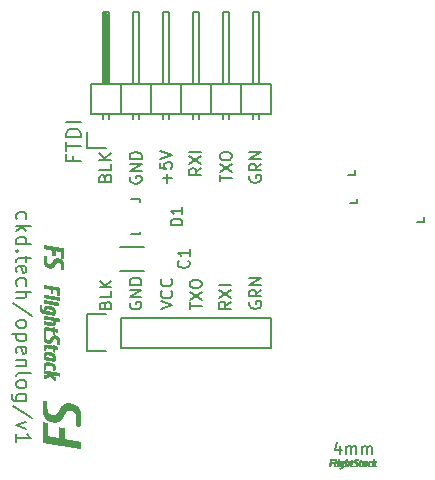
<source format=gto>
G04 #@! TF.FileFunction,Legend,Top*
%FSLAX46Y46*%
G04 Gerber Fmt 4.6, Leading zero omitted, Abs format (unit mm)*
G04 Created by KiCad (PCBNEW 4.0.1-stable) date Monday, January 11, 2016 'PMt' 05:07:45 PM*
%MOMM*%
G01*
G04 APERTURE LIST*
%ADD10C,0.100000*%
%ADD11C,0.200000*%
%ADD12C,0.150000*%
%ADD13C,0.010000*%
G04 APERTURE END LIST*
D10*
D11*
X131074048Y-98723095D02*
X131014524Y-98604048D01*
X131014524Y-98365952D01*
X131074048Y-98246905D01*
X131133571Y-98187381D01*
X131252619Y-98127857D01*
X131609762Y-98127857D01*
X131728810Y-98187381D01*
X131788333Y-98246905D01*
X131847857Y-98365952D01*
X131847857Y-98604048D01*
X131788333Y-98723095D01*
X131014524Y-99258810D02*
X132264524Y-99258810D01*
X131490714Y-99377858D02*
X131014524Y-99735001D01*
X131847857Y-99735001D02*
X131371667Y-99258810D01*
X131014524Y-100806429D02*
X132264524Y-100806429D01*
X131074048Y-100806429D02*
X131014524Y-100687382D01*
X131014524Y-100449286D01*
X131074048Y-100330239D01*
X131133571Y-100270715D01*
X131252619Y-100211191D01*
X131609762Y-100211191D01*
X131728810Y-100270715D01*
X131788333Y-100330239D01*
X131847857Y-100449286D01*
X131847857Y-100687382D01*
X131788333Y-100806429D01*
X131133571Y-101401667D02*
X131074048Y-101461191D01*
X131014524Y-101401667D01*
X131074048Y-101342143D01*
X131133571Y-101401667D01*
X131014524Y-101401667D01*
X131847857Y-101818334D02*
X131847857Y-102294524D01*
X132264524Y-101996905D02*
X131193095Y-101996905D01*
X131074048Y-102056429D01*
X131014524Y-102175476D01*
X131014524Y-102294524D01*
X131074048Y-103187382D02*
X131014524Y-103068334D01*
X131014524Y-102830239D01*
X131074048Y-102711191D01*
X131193095Y-102651667D01*
X131669286Y-102651667D01*
X131788333Y-102711191D01*
X131847857Y-102830239D01*
X131847857Y-103068334D01*
X131788333Y-103187382D01*
X131669286Y-103246905D01*
X131550238Y-103246905D01*
X131431190Y-102651667D01*
X131074048Y-104318334D02*
X131014524Y-104199287D01*
X131014524Y-103961191D01*
X131074048Y-103842144D01*
X131133571Y-103782620D01*
X131252619Y-103723096D01*
X131609762Y-103723096D01*
X131728810Y-103782620D01*
X131788333Y-103842144D01*
X131847857Y-103961191D01*
X131847857Y-104199287D01*
X131788333Y-104318334D01*
X131014524Y-104854049D02*
X132264524Y-104854049D01*
X131014524Y-105389763D02*
X131669286Y-105389763D01*
X131788333Y-105330240D01*
X131847857Y-105211192D01*
X131847857Y-105032620D01*
X131788333Y-104913573D01*
X131728810Y-104854049D01*
X132324048Y-106877858D02*
X130716905Y-105806430D01*
X131014524Y-107473096D02*
X131074048Y-107354049D01*
X131133571Y-107294525D01*
X131252619Y-107235001D01*
X131609762Y-107235001D01*
X131728810Y-107294525D01*
X131788333Y-107354049D01*
X131847857Y-107473096D01*
X131847857Y-107651668D01*
X131788333Y-107770716D01*
X131728810Y-107830239D01*
X131609762Y-107889763D01*
X131252619Y-107889763D01*
X131133571Y-107830239D01*
X131074048Y-107770716D01*
X131014524Y-107651668D01*
X131014524Y-107473096D01*
X131847857Y-108425477D02*
X130597857Y-108425477D01*
X131788333Y-108425477D02*
X131847857Y-108544525D01*
X131847857Y-108782620D01*
X131788333Y-108901668D01*
X131728810Y-108961191D01*
X131609762Y-109020715D01*
X131252619Y-109020715D01*
X131133571Y-108961191D01*
X131074048Y-108901668D01*
X131014524Y-108782620D01*
X131014524Y-108544525D01*
X131074048Y-108425477D01*
X131074048Y-110032620D02*
X131014524Y-109913572D01*
X131014524Y-109675477D01*
X131074048Y-109556429D01*
X131193095Y-109496905D01*
X131669286Y-109496905D01*
X131788333Y-109556429D01*
X131847857Y-109675477D01*
X131847857Y-109913572D01*
X131788333Y-110032620D01*
X131669286Y-110092143D01*
X131550238Y-110092143D01*
X131431190Y-109496905D01*
X131847857Y-110627858D02*
X131014524Y-110627858D01*
X131728810Y-110627858D02*
X131788333Y-110687382D01*
X131847857Y-110806429D01*
X131847857Y-110985001D01*
X131788333Y-111104049D01*
X131669286Y-111163572D01*
X131014524Y-111163572D01*
X131014524Y-111937381D02*
X131074048Y-111818334D01*
X131193095Y-111758810D01*
X132264524Y-111758810D01*
X131014524Y-112592143D02*
X131074048Y-112473096D01*
X131133571Y-112413572D01*
X131252619Y-112354048D01*
X131609762Y-112354048D01*
X131728810Y-112413572D01*
X131788333Y-112473096D01*
X131847857Y-112592143D01*
X131847857Y-112770715D01*
X131788333Y-112889763D01*
X131728810Y-112949286D01*
X131609762Y-113008810D01*
X131252619Y-113008810D01*
X131133571Y-112949286D01*
X131074048Y-112889763D01*
X131014524Y-112770715D01*
X131014524Y-112592143D01*
X131847857Y-114080238D02*
X130835952Y-114080238D01*
X130716905Y-114020715D01*
X130657381Y-113961191D01*
X130597857Y-113842143D01*
X130597857Y-113663572D01*
X130657381Y-113544524D01*
X131074048Y-114080238D02*
X131014524Y-113961191D01*
X131014524Y-113723095D01*
X131074048Y-113604048D01*
X131133571Y-113544524D01*
X131252619Y-113485000D01*
X131609762Y-113485000D01*
X131728810Y-113544524D01*
X131788333Y-113604048D01*
X131847857Y-113723095D01*
X131847857Y-113961191D01*
X131788333Y-114080238D01*
X132324048Y-115568333D02*
X130716905Y-114496905D01*
X131847857Y-115865952D02*
X131014524Y-116163571D01*
X131847857Y-116461191D01*
X131014524Y-117592143D02*
X131014524Y-116877857D01*
X131014524Y-117235000D02*
X132264524Y-117235000D01*
X132085952Y-117115952D01*
X131966905Y-116996905D01*
X131907381Y-116877857D01*
D12*
X158417144Y-117905714D02*
X158417144Y-118572381D01*
X158179048Y-117524762D02*
X157940953Y-118239048D01*
X158560001Y-118239048D01*
X158940953Y-118572381D02*
X158940953Y-117905714D01*
X158940953Y-118000952D02*
X158988572Y-117953333D01*
X159083810Y-117905714D01*
X159226668Y-117905714D01*
X159321906Y-117953333D01*
X159369525Y-118048571D01*
X159369525Y-118572381D01*
X159369525Y-118048571D02*
X159417144Y-117953333D01*
X159512382Y-117905714D01*
X159655239Y-117905714D01*
X159750477Y-117953333D01*
X159798096Y-118048571D01*
X159798096Y-118572381D01*
X160274286Y-118572381D02*
X160274286Y-117905714D01*
X160274286Y-118000952D02*
X160321905Y-117953333D01*
X160417143Y-117905714D01*
X160560001Y-117905714D01*
X160655239Y-117953333D01*
X160702858Y-118048571D01*
X160702858Y-118572381D01*
X160702858Y-118048571D02*
X160750477Y-117953333D01*
X160845715Y-117905714D01*
X160988572Y-117905714D01*
X161083810Y-117953333D01*
X161131429Y-118048571D01*
X161131429Y-118572381D01*
D11*
X135800714Y-93370238D02*
X135800714Y-93786905D01*
X136455476Y-93786905D02*
X135205476Y-93786905D01*
X135205476Y-93191667D01*
X135205476Y-92894047D02*
X135205476Y-92179762D01*
X136455476Y-92536905D02*
X135205476Y-92536905D01*
X136455476Y-91763095D02*
X135205476Y-91763095D01*
X135205476Y-91465476D01*
X135265000Y-91286904D01*
X135384048Y-91167857D01*
X135503095Y-91108333D01*
X135741190Y-91048809D01*
X135919762Y-91048809D01*
X136157857Y-91108333D01*
X136276905Y-91167857D01*
X136395952Y-91286904D01*
X136455476Y-91465476D01*
X136455476Y-91763095D01*
X136455476Y-90513095D02*
X135205476Y-90513095D01*
D12*
X138508571Y-95183333D02*
X138556190Y-95040476D01*
X138603810Y-94992857D01*
X138699048Y-94945238D01*
X138841905Y-94945238D01*
X138937143Y-94992857D01*
X138984762Y-95040476D01*
X139032381Y-95135714D01*
X139032381Y-95516667D01*
X138032381Y-95516667D01*
X138032381Y-95183333D01*
X138080000Y-95088095D01*
X138127619Y-95040476D01*
X138222857Y-94992857D01*
X138318095Y-94992857D01*
X138413333Y-95040476D01*
X138460952Y-95088095D01*
X138508571Y-95183333D01*
X138508571Y-95516667D01*
X139032381Y-94040476D02*
X139032381Y-94516667D01*
X138032381Y-94516667D01*
X139032381Y-93707143D02*
X138032381Y-93707143D01*
X139032381Y-93135714D02*
X138460952Y-93564286D01*
X138032381Y-93135714D02*
X138603810Y-93707143D01*
X140650000Y-95111904D02*
X140602381Y-95207142D01*
X140602381Y-95349999D01*
X140650000Y-95492857D01*
X140745238Y-95588095D01*
X140840476Y-95635714D01*
X141030952Y-95683333D01*
X141173810Y-95683333D01*
X141364286Y-95635714D01*
X141459524Y-95588095D01*
X141554762Y-95492857D01*
X141602381Y-95349999D01*
X141602381Y-95254761D01*
X141554762Y-95111904D01*
X141507143Y-95064285D01*
X141173810Y-95064285D01*
X141173810Y-95254761D01*
X141602381Y-94635714D02*
X140602381Y-94635714D01*
X141602381Y-94064285D01*
X140602381Y-94064285D01*
X141602381Y-93588095D02*
X140602381Y-93588095D01*
X140602381Y-93350000D01*
X140650000Y-93207142D01*
X140745238Y-93111904D01*
X140840476Y-93064285D01*
X141030952Y-93016666D01*
X141173810Y-93016666D01*
X141364286Y-93064285D01*
X141459524Y-93111904D01*
X141554762Y-93207142D01*
X141602381Y-93350000D01*
X141602381Y-93588095D01*
X143781429Y-95635714D02*
X143781429Y-94873809D01*
X144162381Y-95254761D02*
X143400476Y-95254761D01*
X143162381Y-93921428D02*
X143162381Y-94397619D01*
X143638571Y-94445238D01*
X143590952Y-94397619D01*
X143543333Y-94302381D01*
X143543333Y-94064285D01*
X143590952Y-93969047D01*
X143638571Y-93921428D01*
X143733810Y-93873809D01*
X143971905Y-93873809D01*
X144067143Y-93921428D01*
X144114762Y-93969047D01*
X144162381Y-94064285D01*
X144162381Y-94302381D01*
X144114762Y-94397619D01*
X144067143Y-94445238D01*
X143162381Y-93588095D02*
X144162381Y-93254762D01*
X143162381Y-92921428D01*
X148232381Y-95505714D02*
X148232381Y-94934285D01*
X149232381Y-95220000D02*
X148232381Y-95220000D01*
X148232381Y-94696190D02*
X149232381Y-94029523D01*
X148232381Y-94029523D02*
X149232381Y-94696190D01*
X148232381Y-93458095D02*
X148232381Y-93267618D01*
X148280000Y-93172380D01*
X148375238Y-93077142D01*
X148565714Y-93029523D01*
X148899048Y-93029523D01*
X149089524Y-93077142D01*
X149184762Y-93172380D01*
X149232381Y-93267618D01*
X149232381Y-93458095D01*
X149184762Y-93553333D01*
X149089524Y-93648571D01*
X148899048Y-93696190D01*
X148565714Y-93696190D01*
X148375238Y-93648571D01*
X148280000Y-93553333D01*
X148232381Y-93458095D01*
X146662381Y-94384761D02*
X146186190Y-94718095D01*
X146662381Y-94956190D02*
X145662381Y-94956190D01*
X145662381Y-94575237D01*
X145710000Y-94479999D01*
X145757619Y-94432380D01*
X145852857Y-94384761D01*
X145995714Y-94384761D01*
X146090952Y-94432380D01*
X146138571Y-94479999D01*
X146186190Y-94575237D01*
X146186190Y-94956190D01*
X145662381Y-94051428D02*
X146662381Y-93384761D01*
X145662381Y-93384761D02*
X146662381Y-94051428D01*
X146662381Y-93003809D02*
X145662381Y-93003809D01*
X150780000Y-95041904D02*
X150732381Y-95137142D01*
X150732381Y-95279999D01*
X150780000Y-95422857D01*
X150875238Y-95518095D01*
X150970476Y-95565714D01*
X151160952Y-95613333D01*
X151303810Y-95613333D01*
X151494286Y-95565714D01*
X151589524Y-95518095D01*
X151684762Y-95422857D01*
X151732381Y-95279999D01*
X151732381Y-95184761D01*
X151684762Y-95041904D01*
X151637143Y-94994285D01*
X151303810Y-94994285D01*
X151303810Y-95184761D01*
X151732381Y-93994285D02*
X151256190Y-94327619D01*
X151732381Y-94565714D02*
X150732381Y-94565714D01*
X150732381Y-94184761D01*
X150780000Y-94089523D01*
X150827619Y-94041904D01*
X150922857Y-93994285D01*
X151065714Y-93994285D01*
X151160952Y-94041904D01*
X151208571Y-94089523D01*
X151256190Y-94184761D01*
X151256190Y-94565714D01*
X151732381Y-93565714D02*
X150732381Y-93565714D01*
X151732381Y-92994285D01*
X150732381Y-92994285D01*
X150790000Y-105711904D02*
X150742381Y-105807142D01*
X150742381Y-105949999D01*
X150790000Y-106092857D01*
X150885238Y-106188095D01*
X150980476Y-106235714D01*
X151170952Y-106283333D01*
X151313810Y-106283333D01*
X151504286Y-106235714D01*
X151599524Y-106188095D01*
X151694762Y-106092857D01*
X151742381Y-105949999D01*
X151742381Y-105854761D01*
X151694762Y-105711904D01*
X151647143Y-105664285D01*
X151313810Y-105664285D01*
X151313810Y-105854761D01*
X151742381Y-104664285D02*
X151266190Y-104997619D01*
X151742381Y-105235714D02*
X150742381Y-105235714D01*
X150742381Y-104854761D01*
X150790000Y-104759523D01*
X150837619Y-104711904D01*
X150932857Y-104664285D01*
X151075714Y-104664285D01*
X151170952Y-104711904D01*
X151218571Y-104759523D01*
X151266190Y-104854761D01*
X151266190Y-105235714D01*
X151742381Y-104235714D02*
X150742381Y-104235714D01*
X151742381Y-103664285D01*
X150742381Y-103664285D01*
X149152381Y-105694761D02*
X148676190Y-106028095D01*
X149152381Y-106266190D02*
X148152381Y-106266190D01*
X148152381Y-105885237D01*
X148200000Y-105789999D01*
X148247619Y-105742380D01*
X148342857Y-105694761D01*
X148485714Y-105694761D01*
X148580952Y-105742380D01*
X148628571Y-105789999D01*
X148676190Y-105885237D01*
X148676190Y-106266190D01*
X148152381Y-105361428D02*
X149152381Y-104694761D01*
X148152381Y-104694761D02*
X149152381Y-105361428D01*
X149152381Y-104313809D02*
X148152381Y-104313809D01*
X145682381Y-106325714D02*
X145682381Y-105754285D01*
X146682381Y-106040000D02*
X145682381Y-106040000D01*
X145682381Y-105516190D02*
X146682381Y-104849523D01*
X145682381Y-104849523D02*
X146682381Y-105516190D01*
X145682381Y-104278095D02*
X145682381Y-104087618D01*
X145730000Y-103992380D01*
X145825238Y-103897142D01*
X146015714Y-103849523D01*
X146349048Y-103849523D01*
X146539524Y-103897142D01*
X146634762Y-103992380D01*
X146682381Y-104087618D01*
X146682381Y-104278095D01*
X146634762Y-104373333D01*
X146539524Y-104468571D01*
X146349048Y-104516190D01*
X146015714Y-104516190D01*
X145825238Y-104468571D01*
X145730000Y-104373333D01*
X145682381Y-104278095D01*
X143212381Y-106333333D02*
X144212381Y-106000000D01*
X143212381Y-105666666D01*
X144117143Y-104761904D02*
X144164762Y-104809523D01*
X144212381Y-104952380D01*
X144212381Y-105047618D01*
X144164762Y-105190476D01*
X144069524Y-105285714D01*
X143974286Y-105333333D01*
X143783810Y-105380952D01*
X143640952Y-105380952D01*
X143450476Y-105333333D01*
X143355238Y-105285714D01*
X143260000Y-105190476D01*
X143212381Y-105047618D01*
X143212381Y-104952380D01*
X143260000Y-104809523D01*
X143307619Y-104761904D01*
X144117143Y-103761904D02*
X144164762Y-103809523D01*
X144212381Y-103952380D01*
X144212381Y-104047618D01*
X144164762Y-104190476D01*
X144069524Y-104285714D01*
X143974286Y-104333333D01*
X143783810Y-104380952D01*
X143640952Y-104380952D01*
X143450476Y-104333333D01*
X143355238Y-104285714D01*
X143260000Y-104190476D01*
X143212381Y-104047618D01*
X143212381Y-103952380D01*
X143260000Y-103809523D01*
X143307619Y-103761904D01*
X140640000Y-105761904D02*
X140592381Y-105857142D01*
X140592381Y-105999999D01*
X140640000Y-106142857D01*
X140735238Y-106238095D01*
X140830476Y-106285714D01*
X141020952Y-106333333D01*
X141163810Y-106333333D01*
X141354286Y-106285714D01*
X141449524Y-106238095D01*
X141544762Y-106142857D01*
X141592381Y-105999999D01*
X141592381Y-105904761D01*
X141544762Y-105761904D01*
X141497143Y-105714285D01*
X141163810Y-105714285D01*
X141163810Y-105904761D01*
X141592381Y-105285714D02*
X140592381Y-105285714D01*
X141592381Y-104714285D01*
X140592381Y-104714285D01*
X141592381Y-104238095D02*
X140592381Y-104238095D01*
X140592381Y-104000000D01*
X140640000Y-103857142D01*
X140735238Y-103761904D01*
X140830476Y-103714285D01*
X141020952Y-103666666D01*
X141163810Y-103666666D01*
X141354286Y-103714285D01*
X141449524Y-103761904D01*
X141544762Y-103857142D01*
X141592381Y-104000000D01*
X141592381Y-104238095D01*
X138528571Y-105953333D02*
X138576190Y-105810476D01*
X138623810Y-105762857D01*
X138719048Y-105715238D01*
X138861905Y-105715238D01*
X138957143Y-105762857D01*
X139004762Y-105810476D01*
X139052381Y-105905714D01*
X139052381Y-106286667D01*
X138052381Y-106286667D01*
X138052381Y-105953333D01*
X138100000Y-105858095D01*
X138147619Y-105810476D01*
X138242857Y-105762857D01*
X138338095Y-105762857D01*
X138433333Y-105810476D01*
X138480952Y-105858095D01*
X138528571Y-105953333D01*
X138528571Y-106286667D01*
X139052381Y-104810476D02*
X139052381Y-105286667D01*
X138052381Y-105286667D01*
X139052381Y-104477143D02*
X138052381Y-104477143D01*
X139052381Y-103905714D02*
X138480952Y-104334286D01*
X138052381Y-103905714D02*
X138623810Y-104477143D01*
X159109620Y-94920560D02*
X159678580Y-94920560D01*
X159678580Y-94920560D02*
X159678580Y-94509080D01*
X164947700Y-98920560D02*
X165516660Y-98920560D01*
X165516660Y-98920560D02*
X165516660Y-98509080D01*
X159259620Y-97370560D02*
X159828580Y-97370560D01*
X159828580Y-97370560D02*
X159828580Y-96959080D01*
X139820000Y-103095000D02*
X141820000Y-103095000D01*
X141820000Y-101045000D02*
X139820000Y-101045000D01*
X139840000Y-107040000D02*
X152540000Y-107040000D01*
X152540000Y-107040000D02*
X152540000Y-109580000D01*
X152540000Y-109580000D02*
X139840000Y-109580000D01*
X137020000Y-106760000D02*
X138570000Y-106760000D01*
X139840000Y-107040000D02*
X139840000Y-109580000D01*
X138570000Y-109860000D02*
X137020000Y-109860000D01*
X137020000Y-109860000D02*
X137020000Y-106760000D01*
X140749200Y-96980180D02*
X141450240Y-96980180D01*
X141450240Y-96980180D02*
X141450240Y-97229100D01*
X141450240Y-99779160D02*
X141450240Y-99979820D01*
X141450240Y-99979820D02*
X140749200Y-99979820D01*
X137020000Y-92650000D02*
X138570000Y-92650000D01*
X137020000Y-91350000D02*
X137020000Y-92650000D01*
X138443000Y-87159000D02*
X138443000Y-81317000D01*
X138443000Y-81317000D02*
X138697000Y-81317000D01*
X138697000Y-81317000D02*
X138697000Y-87159000D01*
X138697000Y-87159000D02*
X138570000Y-87159000D01*
X138570000Y-87159000D02*
X138570000Y-81317000D01*
X138316000Y-89826000D02*
X138316000Y-90207000D01*
X138824000Y-89826000D02*
X138824000Y-90207000D01*
X140856000Y-89826000D02*
X140856000Y-90207000D01*
X141364000Y-89826000D02*
X141364000Y-90207000D01*
X143396000Y-89826000D02*
X143396000Y-90207000D01*
X143904000Y-89826000D02*
X143904000Y-90207000D01*
X151524000Y-89826000D02*
X151524000Y-90207000D01*
X151016000Y-89826000D02*
X151016000Y-90207000D01*
X148984000Y-89826000D02*
X148984000Y-90207000D01*
X148476000Y-89826000D02*
X148476000Y-90207000D01*
X146444000Y-89826000D02*
X146444000Y-90207000D01*
X145936000Y-89826000D02*
X145936000Y-90207000D01*
X137300000Y-89826000D02*
X137300000Y-87286000D01*
X139840000Y-89826000D02*
X139840000Y-87286000D01*
X139840000Y-89826000D02*
X142380000Y-89826000D01*
X142380000Y-89826000D02*
X142380000Y-87286000D01*
X140856000Y-87286000D02*
X140856000Y-81190000D01*
X140856000Y-81190000D02*
X141364000Y-81190000D01*
X141364000Y-81190000D02*
X141364000Y-87286000D01*
X142380000Y-87286000D02*
X139840000Y-87286000D01*
X139840000Y-87286000D02*
X137300000Y-87286000D01*
X138824000Y-81190000D02*
X138824000Y-87286000D01*
X138316000Y-81190000D02*
X138824000Y-81190000D01*
X138316000Y-87286000D02*
X138316000Y-81190000D01*
X139840000Y-89826000D02*
X139840000Y-87286000D01*
X137300000Y-89826000D02*
X139840000Y-89826000D01*
X147460000Y-89826000D02*
X147460000Y-87286000D01*
X147460000Y-89826000D02*
X150000000Y-89826000D01*
X150000000Y-89826000D02*
X150000000Y-87286000D01*
X148476000Y-87286000D02*
X148476000Y-81190000D01*
X148476000Y-81190000D02*
X148984000Y-81190000D01*
X148984000Y-81190000D02*
X148984000Y-87286000D01*
X150000000Y-87286000D02*
X147460000Y-87286000D01*
X152540000Y-87286000D02*
X150000000Y-87286000D01*
X151524000Y-81190000D02*
X151524000Y-87286000D01*
X151016000Y-81190000D02*
X151524000Y-81190000D01*
X151016000Y-87286000D02*
X151016000Y-81190000D01*
X152540000Y-89826000D02*
X152540000Y-87286000D01*
X150000000Y-89826000D02*
X152540000Y-89826000D01*
X150000000Y-89826000D02*
X150000000Y-87286000D01*
X144920000Y-89826000D02*
X144920000Y-87286000D01*
X144920000Y-89826000D02*
X147460000Y-89826000D01*
X147460000Y-89826000D02*
X147460000Y-87286000D01*
X145936000Y-87286000D02*
X145936000Y-81190000D01*
X145936000Y-81190000D02*
X146444000Y-81190000D01*
X146444000Y-81190000D02*
X146444000Y-87286000D01*
X147460000Y-87286000D02*
X144920000Y-87286000D01*
X144920000Y-87286000D02*
X142380000Y-87286000D01*
X143904000Y-81190000D02*
X143904000Y-87286000D01*
X143396000Y-81190000D02*
X143904000Y-81190000D01*
X143396000Y-87286000D02*
X143396000Y-81190000D01*
X144920000Y-89826000D02*
X144920000Y-87286000D01*
X142380000Y-89826000D02*
X144920000Y-89826000D01*
X142380000Y-89826000D02*
X142380000Y-87286000D01*
D13*
G36*
X158635920Y-119170575D02*
X158661478Y-119174083D01*
X158686291Y-119179511D01*
X158708653Y-119186150D01*
X158716291Y-119188739D01*
X158722935Y-119191082D01*
X158727924Y-119192939D01*
X158730600Y-119194072D01*
X158730741Y-119194152D01*
X158731009Y-119194762D01*
X158731086Y-119196252D01*
X158730946Y-119198773D01*
X158730566Y-119202474D01*
X158729922Y-119207506D01*
X158728987Y-119214019D01*
X158727739Y-119222163D01*
X158726153Y-119232089D01*
X158724204Y-119243948D01*
X158721868Y-119257888D01*
X158719119Y-119274061D01*
X158715935Y-119292617D01*
X158712290Y-119313706D01*
X158708160Y-119337479D01*
X158703521Y-119364085D01*
X158698347Y-119393676D01*
X158697208Y-119400187D01*
X158691613Y-119432103D01*
X158686527Y-119461028D01*
X158681912Y-119487140D01*
X158677735Y-119510617D01*
X158673959Y-119531636D01*
X158670550Y-119550377D01*
X158667471Y-119567016D01*
X158664688Y-119581732D01*
X158662164Y-119594703D01*
X158659866Y-119606106D01*
X158657757Y-119616121D01*
X158655802Y-119624924D01*
X158653965Y-119632694D01*
X158652212Y-119639608D01*
X158650506Y-119645845D01*
X158648814Y-119651583D01*
X158647098Y-119656999D01*
X158645324Y-119662272D01*
X158644847Y-119663646D01*
X158634360Y-119689964D01*
X158622181Y-119713568D01*
X158608247Y-119734513D01*
X158592491Y-119752859D01*
X158574849Y-119768663D01*
X158555256Y-119781983D01*
X158533646Y-119792878D01*
X158509956Y-119801404D01*
X158484120Y-119807621D01*
X158483313Y-119807772D01*
X158476402Y-119808713D01*
X158466979Y-119809512D01*
X158455745Y-119810153D01*
X158443401Y-119810621D01*
X158430648Y-119810899D01*
X158418187Y-119810973D01*
X158406718Y-119810826D01*
X158396942Y-119810442D01*
X158390051Y-119809867D01*
X158380883Y-119808585D01*
X158370790Y-119806873D01*
X158360319Y-119804857D01*
X158350017Y-119802661D01*
X158340430Y-119800411D01*
X158332106Y-119798232D01*
X158325591Y-119796250D01*
X158321432Y-119794589D01*
X158320412Y-119793922D01*
X158320262Y-119792053D01*
X158320606Y-119787743D01*
X158321337Y-119781710D01*
X158322345Y-119774670D01*
X158323525Y-119767342D01*
X158324769Y-119760442D01*
X158325968Y-119754689D01*
X158326743Y-119751662D01*
X158327159Y-119750900D01*
X158328124Y-119750288D01*
X158329960Y-119749811D01*
X158332990Y-119749452D01*
X158337535Y-119749193D01*
X158343917Y-119749019D01*
X158352459Y-119748913D01*
X158363481Y-119748858D01*
X158377307Y-119748838D01*
X158381719Y-119748836D01*
X158395104Y-119748785D01*
X158407892Y-119748647D01*
X158419615Y-119748432D01*
X158429807Y-119748153D01*
X158438001Y-119747823D01*
X158443728Y-119747451D01*
X158445798Y-119747212D01*
X158464690Y-119742684D01*
X158481744Y-119735525D01*
X158496968Y-119725730D01*
X158510371Y-119713290D01*
X158521961Y-119698199D01*
X158531745Y-119680449D01*
X158536454Y-119669306D01*
X158538523Y-119663379D01*
X158540885Y-119655787D01*
X158543355Y-119647235D01*
X158545744Y-119638425D01*
X158547867Y-119630062D01*
X158549538Y-119622850D01*
X158550569Y-119617490D01*
X158550810Y-119615161D01*
X158550390Y-119614058D01*
X158548801Y-119613980D01*
X158545545Y-119615060D01*
X158540130Y-119617429D01*
X158537200Y-119618789D01*
X158526589Y-119623491D01*
X158517110Y-119626971D01*
X158507924Y-119629399D01*
X158498195Y-119630942D01*
X158487085Y-119631769D01*
X158473758Y-119632048D01*
X158471234Y-119632053D01*
X158460402Y-119631992D01*
X158452053Y-119631766D01*
X158445459Y-119631309D01*
X158439891Y-119630560D01*
X158434619Y-119629453D01*
X158431044Y-119628522D01*
X158413011Y-119622388D01*
X158397576Y-119614556D01*
X158384532Y-119604898D01*
X158373672Y-119593282D01*
X158372914Y-119592295D01*
X158362800Y-119576307D01*
X158354877Y-119557973D01*
X158349146Y-119537303D01*
X158345607Y-119514304D01*
X158344405Y-119491659D01*
X158452594Y-119491659D01*
X158454173Y-119511074D01*
X158457390Y-119527936D01*
X158459235Y-119534234D01*
X158464678Y-119546308D01*
X158472205Y-119555990D01*
X158481678Y-119563213D01*
X158492958Y-119567910D01*
X158505908Y-119570015D01*
X158520391Y-119569459D01*
X158528718Y-119568047D01*
X158535230Y-119566247D01*
X158542345Y-119563608D01*
X158549350Y-119560483D01*
X158555535Y-119557218D01*
X158560189Y-119554164D01*
X158562601Y-119551669D01*
X158562731Y-119551345D01*
X158563126Y-119549372D01*
X158564021Y-119544504D01*
X158565372Y-119537002D01*
X158567132Y-119527128D01*
X158569257Y-119515141D01*
X158571700Y-119501304D01*
X158574417Y-119485875D01*
X158577362Y-119469117D01*
X158580488Y-119451290D01*
X158583752Y-119432655D01*
X158587106Y-119413472D01*
X158590507Y-119394003D01*
X158593907Y-119374507D01*
X158597262Y-119355246D01*
X158600527Y-119336481D01*
X158603655Y-119318472D01*
X158606601Y-119301480D01*
X158609320Y-119285766D01*
X158611767Y-119271590D01*
X158613895Y-119259214D01*
X158615659Y-119248898D01*
X158617013Y-119240903D01*
X158617913Y-119235489D01*
X158618313Y-119232918D01*
X158618329Y-119232751D01*
X158617466Y-119232046D01*
X158614669Y-119231585D01*
X158609633Y-119231356D01*
X158602048Y-119231346D01*
X158591607Y-119231543D01*
X158589794Y-119231589D01*
X158578602Y-119231945D01*
X158569981Y-119232398D01*
X158563288Y-119233016D01*
X158557881Y-119233868D01*
X158553114Y-119235024D01*
X158550569Y-119235802D01*
X158536596Y-119241914D01*
X158523714Y-119250848D01*
X158511897Y-119262642D01*
X158501121Y-119277335D01*
X158491362Y-119294962D01*
X158482595Y-119315563D01*
X158474796Y-119339174D01*
X158468962Y-119361418D01*
X158462480Y-119391401D01*
X158457594Y-119419563D01*
X158454313Y-119445758D01*
X158452643Y-119469839D01*
X158452594Y-119491659D01*
X158344405Y-119491659D01*
X158344263Y-119488987D01*
X158345113Y-119461359D01*
X158348160Y-119431430D01*
X158350046Y-119418488D01*
X158356408Y-119383385D01*
X158363972Y-119351227D01*
X158372759Y-119321967D01*
X158382789Y-119295560D01*
X158394085Y-119271960D01*
X158406666Y-119251120D01*
X158420555Y-119232995D01*
X158435771Y-119217539D01*
X158445561Y-119209516D01*
X158462772Y-119197935D01*
X158480987Y-119188443D01*
X158500546Y-119180940D01*
X158521790Y-119175321D01*
X158545060Y-119171484D01*
X158570697Y-119169326D01*
X158579882Y-119168960D01*
X158608945Y-119168897D01*
X158635920Y-119170575D01*
X158635920Y-119170575D01*
G37*
X158635920Y-119170575D02*
X158661478Y-119174083D01*
X158686291Y-119179511D01*
X158708653Y-119186150D01*
X158716291Y-119188739D01*
X158722935Y-119191082D01*
X158727924Y-119192939D01*
X158730600Y-119194072D01*
X158730741Y-119194152D01*
X158731009Y-119194762D01*
X158731086Y-119196252D01*
X158730946Y-119198773D01*
X158730566Y-119202474D01*
X158729922Y-119207506D01*
X158728987Y-119214019D01*
X158727739Y-119222163D01*
X158726153Y-119232089D01*
X158724204Y-119243948D01*
X158721868Y-119257888D01*
X158719119Y-119274061D01*
X158715935Y-119292617D01*
X158712290Y-119313706D01*
X158708160Y-119337479D01*
X158703521Y-119364085D01*
X158698347Y-119393676D01*
X158697208Y-119400187D01*
X158691613Y-119432103D01*
X158686527Y-119461028D01*
X158681912Y-119487140D01*
X158677735Y-119510617D01*
X158673959Y-119531636D01*
X158670550Y-119550377D01*
X158667471Y-119567016D01*
X158664688Y-119581732D01*
X158662164Y-119594703D01*
X158659866Y-119606106D01*
X158657757Y-119616121D01*
X158655802Y-119624924D01*
X158653965Y-119632694D01*
X158652212Y-119639608D01*
X158650506Y-119645845D01*
X158648814Y-119651583D01*
X158647098Y-119656999D01*
X158645324Y-119662272D01*
X158644847Y-119663646D01*
X158634360Y-119689964D01*
X158622181Y-119713568D01*
X158608247Y-119734513D01*
X158592491Y-119752859D01*
X158574849Y-119768663D01*
X158555256Y-119781983D01*
X158533646Y-119792878D01*
X158509956Y-119801404D01*
X158484120Y-119807621D01*
X158483313Y-119807772D01*
X158476402Y-119808713D01*
X158466979Y-119809512D01*
X158455745Y-119810153D01*
X158443401Y-119810621D01*
X158430648Y-119810899D01*
X158418187Y-119810973D01*
X158406718Y-119810826D01*
X158396942Y-119810442D01*
X158390051Y-119809867D01*
X158380883Y-119808585D01*
X158370790Y-119806873D01*
X158360319Y-119804857D01*
X158350017Y-119802661D01*
X158340430Y-119800411D01*
X158332106Y-119798232D01*
X158325591Y-119796250D01*
X158321432Y-119794589D01*
X158320412Y-119793922D01*
X158320262Y-119792053D01*
X158320606Y-119787743D01*
X158321337Y-119781710D01*
X158322345Y-119774670D01*
X158323525Y-119767342D01*
X158324769Y-119760442D01*
X158325968Y-119754689D01*
X158326743Y-119751662D01*
X158327159Y-119750900D01*
X158328124Y-119750288D01*
X158329960Y-119749811D01*
X158332990Y-119749452D01*
X158337535Y-119749193D01*
X158343917Y-119749019D01*
X158352459Y-119748913D01*
X158363481Y-119748858D01*
X158377307Y-119748838D01*
X158381719Y-119748836D01*
X158395104Y-119748785D01*
X158407892Y-119748647D01*
X158419615Y-119748432D01*
X158429807Y-119748153D01*
X158438001Y-119747823D01*
X158443728Y-119747451D01*
X158445798Y-119747212D01*
X158464690Y-119742684D01*
X158481744Y-119735525D01*
X158496968Y-119725730D01*
X158510371Y-119713290D01*
X158521961Y-119698199D01*
X158531745Y-119680449D01*
X158536454Y-119669306D01*
X158538523Y-119663379D01*
X158540885Y-119655787D01*
X158543355Y-119647235D01*
X158545744Y-119638425D01*
X158547867Y-119630062D01*
X158549538Y-119622850D01*
X158550569Y-119617490D01*
X158550810Y-119615161D01*
X158550390Y-119614058D01*
X158548801Y-119613980D01*
X158545545Y-119615060D01*
X158540130Y-119617429D01*
X158537200Y-119618789D01*
X158526589Y-119623491D01*
X158517110Y-119626971D01*
X158507924Y-119629399D01*
X158498195Y-119630942D01*
X158487085Y-119631769D01*
X158473758Y-119632048D01*
X158471234Y-119632053D01*
X158460402Y-119631992D01*
X158452053Y-119631766D01*
X158445459Y-119631309D01*
X158439891Y-119630560D01*
X158434619Y-119629453D01*
X158431044Y-119628522D01*
X158413011Y-119622388D01*
X158397576Y-119614556D01*
X158384532Y-119604898D01*
X158373672Y-119593282D01*
X158372914Y-119592295D01*
X158362800Y-119576307D01*
X158354877Y-119557973D01*
X158349146Y-119537303D01*
X158345607Y-119514304D01*
X158344405Y-119491659D01*
X158452594Y-119491659D01*
X158454173Y-119511074D01*
X158457390Y-119527936D01*
X158459235Y-119534234D01*
X158464678Y-119546308D01*
X158472205Y-119555990D01*
X158481678Y-119563213D01*
X158492958Y-119567910D01*
X158505908Y-119570015D01*
X158520391Y-119569459D01*
X158528718Y-119568047D01*
X158535230Y-119566247D01*
X158542345Y-119563608D01*
X158549350Y-119560483D01*
X158555535Y-119557218D01*
X158560189Y-119554164D01*
X158562601Y-119551669D01*
X158562731Y-119551345D01*
X158563126Y-119549372D01*
X158564021Y-119544504D01*
X158565372Y-119537002D01*
X158567132Y-119527128D01*
X158569257Y-119515141D01*
X158571700Y-119501304D01*
X158574417Y-119485875D01*
X158577362Y-119469117D01*
X158580488Y-119451290D01*
X158583752Y-119432655D01*
X158587106Y-119413472D01*
X158590507Y-119394003D01*
X158593907Y-119374507D01*
X158597262Y-119355246D01*
X158600527Y-119336481D01*
X158603655Y-119318472D01*
X158606601Y-119301480D01*
X158609320Y-119285766D01*
X158611767Y-119271590D01*
X158613895Y-119259214D01*
X158615659Y-119248898D01*
X158617013Y-119240903D01*
X158617913Y-119235489D01*
X158618313Y-119232918D01*
X158618329Y-119232751D01*
X158617466Y-119232046D01*
X158614669Y-119231585D01*
X158609633Y-119231356D01*
X158602048Y-119231346D01*
X158591607Y-119231543D01*
X158589794Y-119231589D01*
X158578602Y-119231945D01*
X158569981Y-119232398D01*
X158563288Y-119233016D01*
X158557881Y-119233868D01*
X158553114Y-119235024D01*
X158550569Y-119235802D01*
X158536596Y-119241914D01*
X158523714Y-119250848D01*
X158511897Y-119262642D01*
X158501121Y-119277335D01*
X158491362Y-119294962D01*
X158482595Y-119315563D01*
X158474796Y-119339174D01*
X158468962Y-119361418D01*
X158462480Y-119391401D01*
X158457594Y-119419563D01*
X158454313Y-119445758D01*
X158452643Y-119469839D01*
X158452594Y-119491659D01*
X158344405Y-119491659D01*
X158344263Y-119488987D01*
X158345113Y-119461359D01*
X158348160Y-119431430D01*
X158350046Y-119418488D01*
X158356408Y-119383385D01*
X158363972Y-119351227D01*
X158372759Y-119321967D01*
X158382789Y-119295560D01*
X158394085Y-119271960D01*
X158406666Y-119251120D01*
X158420555Y-119232995D01*
X158435771Y-119217539D01*
X158445561Y-119209516D01*
X158462772Y-119197935D01*
X158480987Y-119188443D01*
X158500546Y-119180940D01*
X158521790Y-119175321D01*
X158545060Y-119171484D01*
X158570697Y-119169326D01*
X158579882Y-119168960D01*
X158608945Y-119168897D01*
X158635920Y-119170575D01*
G36*
X159399411Y-119078517D02*
X159411069Y-119078617D01*
X159421287Y-119078773D01*
X159429686Y-119078977D01*
X159435883Y-119079221D01*
X159439496Y-119079494D01*
X159440281Y-119079687D01*
X159440140Y-119081427D01*
X159439514Y-119085883D01*
X159438478Y-119092608D01*
X159437109Y-119101152D01*
X159435481Y-119111065D01*
X159433671Y-119121899D01*
X159431754Y-119133206D01*
X159429806Y-119144535D01*
X159427902Y-119155438D01*
X159426119Y-119165466D01*
X159424531Y-119174170D01*
X159423214Y-119181101D01*
X159423082Y-119181769D01*
X159422207Y-119186190D01*
X159543098Y-119186190D01*
X159542111Y-119191129D01*
X159541452Y-119194610D01*
X159540385Y-119200447D01*
X159539059Y-119207828D01*
X159537619Y-119215943D01*
X159537607Y-119216015D01*
X159534090Y-119235963D01*
X159525169Y-119238556D01*
X159506250Y-119243347D01*
X159485271Y-119247417D01*
X159463339Y-119250591D01*
X159441563Y-119252694D01*
X159432142Y-119253243D01*
X159423483Y-119253667D01*
X159417513Y-119254085D01*
X159413705Y-119254602D01*
X159411536Y-119255320D01*
X159410480Y-119256342D01*
X159410054Y-119257576D01*
X159409656Y-119259679D01*
X159408744Y-119264689D01*
X159407363Y-119272349D01*
X159405562Y-119282399D01*
X159403385Y-119294581D01*
X159400879Y-119308636D01*
X159398090Y-119324306D01*
X159395063Y-119341333D01*
X159391847Y-119359457D01*
X159388934Y-119375886D01*
X159385012Y-119398057D01*
X159381623Y-119417319D01*
X159378728Y-119433926D01*
X159376288Y-119448134D01*
X159374265Y-119460197D01*
X159372619Y-119470370D01*
X159371313Y-119478908D01*
X159370307Y-119486065D01*
X159369563Y-119492096D01*
X159369041Y-119497257D01*
X159368704Y-119501802D01*
X159368513Y-119505985D01*
X159368428Y-119510062D01*
X159368421Y-119510924D01*
X159368639Y-119523459D01*
X159369627Y-119533462D01*
X159371575Y-119541566D01*
X159374673Y-119548403D01*
X159379113Y-119554604D01*
X159382767Y-119558552D01*
X159386098Y-119561734D01*
X159389344Y-119564291D01*
X159392893Y-119566291D01*
X159397130Y-119567802D01*
X159402445Y-119568891D01*
X159409224Y-119569628D01*
X159417856Y-119570079D01*
X159428728Y-119570313D01*
X159442227Y-119570398D01*
X159450339Y-119570405D01*
X159461652Y-119570420D01*
X159471831Y-119570461D01*
X159480457Y-119570524D01*
X159487114Y-119570606D01*
X159491381Y-119570703D01*
X159492842Y-119570807D01*
X159492402Y-119574593D01*
X159491427Y-119580293D01*
X159490071Y-119587208D01*
X159488490Y-119594638D01*
X159486839Y-119601883D01*
X159485275Y-119608243D01*
X159483952Y-119613017D01*
X159483027Y-119615506D01*
X159482876Y-119615690D01*
X159479494Y-119617209D01*
X159473704Y-119619129D01*
X159466257Y-119621243D01*
X159457900Y-119623343D01*
X159449384Y-119625222D01*
X159446241Y-119625838D01*
X159426883Y-119628952D01*
X159407055Y-119631156D01*
X159387483Y-119632420D01*
X159368892Y-119632709D01*
X159352006Y-119631993D01*
X159339789Y-119630608D01*
X159321548Y-119626722D01*
X159305918Y-119621101D01*
X159292739Y-119613640D01*
X159281853Y-119604236D01*
X159273100Y-119592786D01*
X159268559Y-119584368D01*
X159263010Y-119569164D01*
X159259508Y-119551766D01*
X159258086Y-119532489D01*
X159258777Y-119511644D01*
X159259838Y-119501413D01*
X159260330Y-119498110D01*
X159261320Y-119491999D01*
X159262753Y-119483393D01*
X159264575Y-119472604D01*
X159266731Y-119459942D01*
X159269168Y-119445722D01*
X159271831Y-119430253D01*
X159274666Y-119413849D01*
X159277618Y-119396822D01*
X159280632Y-119379483D01*
X159283656Y-119362145D01*
X159286633Y-119345119D01*
X159289511Y-119328718D01*
X159292234Y-119313253D01*
X159294748Y-119299037D01*
X159296999Y-119286381D01*
X159298933Y-119275599D01*
X159300495Y-119267000D01*
X159301631Y-119260899D01*
X159302286Y-119257606D01*
X159302341Y-119257367D01*
X159302586Y-119256005D01*
X159302249Y-119255033D01*
X159300875Y-119254372D01*
X159298005Y-119253945D01*
X159293182Y-119253676D01*
X159285949Y-119253486D01*
X159278571Y-119253348D01*
X159253937Y-119252905D01*
X159259661Y-119219950D01*
X159265386Y-119186994D01*
X159289882Y-119186550D01*
X159299234Y-119186363D01*
X159305863Y-119186142D01*
X159310259Y-119185810D01*
X159312913Y-119185289D01*
X159314318Y-119184501D01*
X159314963Y-119183368D01*
X159315181Y-119182531D01*
X159315653Y-119180075D01*
X159316592Y-119174882D01*
X159317924Y-119167384D01*
X159319572Y-119158013D01*
X159321459Y-119147202D01*
X159323509Y-119135382D01*
X159324035Y-119132336D01*
X159326116Y-119120329D01*
X159328054Y-119109222D01*
X159329774Y-119099446D01*
X159331199Y-119091434D01*
X159332252Y-119085618D01*
X159332856Y-119082432D01*
X159332928Y-119082098D01*
X159333770Y-119078481D01*
X159386695Y-119078481D01*
X159399411Y-119078517D01*
X159399411Y-119078517D01*
G37*
X159399411Y-119078517D02*
X159411069Y-119078617D01*
X159421287Y-119078773D01*
X159429686Y-119078977D01*
X159435883Y-119079221D01*
X159439496Y-119079494D01*
X159440281Y-119079687D01*
X159440140Y-119081427D01*
X159439514Y-119085883D01*
X159438478Y-119092608D01*
X159437109Y-119101152D01*
X159435481Y-119111065D01*
X159433671Y-119121899D01*
X159431754Y-119133206D01*
X159429806Y-119144535D01*
X159427902Y-119155438D01*
X159426119Y-119165466D01*
X159424531Y-119174170D01*
X159423214Y-119181101D01*
X159423082Y-119181769D01*
X159422207Y-119186190D01*
X159543098Y-119186190D01*
X159542111Y-119191129D01*
X159541452Y-119194610D01*
X159540385Y-119200447D01*
X159539059Y-119207828D01*
X159537619Y-119215943D01*
X159537607Y-119216015D01*
X159534090Y-119235963D01*
X159525169Y-119238556D01*
X159506250Y-119243347D01*
X159485271Y-119247417D01*
X159463339Y-119250591D01*
X159441563Y-119252694D01*
X159432142Y-119253243D01*
X159423483Y-119253667D01*
X159417513Y-119254085D01*
X159413705Y-119254602D01*
X159411536Y-119255320D01*
X159410480Y-119256342D01*
X159410054Y-119257576D01*
X159409656Y-119259679D01*
X159408744Y-119264689D01*
X159407363Y-119272349D01*
X159405562Y-119282399D01*
X159403385Y-119294581D01*
X159400879Y-119308636D01*
X159398090Y-119324306D01*
X159395063Y-119341333D01*
X159391847Y-119359457D01*
X159388934Y-119375886D01*
X159385012Y-119398057D01*
X159381623Y-119417319D01*
X159378728Y-119433926D01*
X159376288Y-119448134D01*
X159374265Y-119460197D01*
X159372619Y-119470370D01*
X159371313Y-119478908D01*
X159370307Y-119486065D01*
X159369563Y-119492096D01*
X159369041Y-119497257D01*
X159368704Y-119501802D01*
X159368513Y-119505985D01*
X159368428Y-119510062D01*
X159368421Y-119510924D01*
X159368639Y-119523459D01*
X159369627Y-119533462D01*
X159371575Y-119541566D01*
X159374673Y-119548403D01*
X159379113Y-119554604D01*
X159382767Y-119558552D01*
X159386098Y-119561734D01*
X159389344Y-119564291D01*
X159392893Y-119566291D01*
X159397130Y-119567802D01*
X159402445Y-119568891D01*
X159409224Y-119569628D01*
X159417856Y-119570079D01*
X159428728Y-119570313D01*
X159442227Y-119570398D01*
X159450339Y-119570405D01*
X159461652Y-119570420D01*
X159471831Y-119570461D01*
X159480457Y-119570524D01*
X159487114Y-119570606D01*
X159491381Y-119570703D01*
X159492842Y-119570807D01*
X159492402Y-119574593D01*
X159491427Y-119580293D01*
X159490071Y-119587208D01*
X159488490Y-119594638D01*
X159486839Y-119601883D01*
X159485275Y-119608243D01*
X159483952Y-119613017D01*
X159483027Y-119615506D01*
X159482876Y-119615690D01*
X159479494Y-119617209D01*
X159473704Y-119619129D01*
X159466257Y-119621243D01*
X159457900Y-119623343D01*
X159449384Y-119625222D01*
X159446241Y-119625838D01*
X159426883Y-119628952D01*
X159407055Y-119631156D01*
X159387483Y-119632420D01*
X159368892Y-119632709D01*
X159352006Y-119631993D01*
X159339789Y-119630608D01*
X159321548Y-119626722D01*
X159305918Y-119621101D01*
X159292739Y-119613640D01*
X159281853Y-119604236D01*
X159273100Y-119592786D01*
X159268559Y-119584368D01*
X159263010Y-119569164D01*
X159259508Y-119551766D01*
X159258086Y-119532489D01*
X159258777Y-119511644D01*
X159259838Y-119501413D01*
X159260330Y-119498110D01*
X159261320Y-119491999D01*
X159262753Y-119483393D01*
X159264575Y-119472604D01*
X159266731Y-119459942D01*
X159269168Y-119445722D01*
X159271831Y-119430253D01*
X159274666Y-119413849D01*
X159277618Y-119396822D01*
X159280632Y-119379483D01*
X159283656Y-119362145D01*
X159286633Y-119345119D01*
X159289511Y-119328718D01*
X159292234Y-119313253D01*
X159294748Y-119299037D01*
X159296999Y-119286381D01*
X159298933Y-119275599D01*
X159300495Y-119267000D01*
X159301631Y-119260899D01*
X159302286Y-119257606D01*
X159302341Y-119257367D01*
X159302586Y-119256005D01*
X159302249Y-119255033D01*
X159300875Y-119254372D01*
X159298005Y-119253945D01*
X159293182Y-119253676D01*
X159285949Y-119253486D01*
X159278571Y-119253348D01*
X159253937Y-119252905D01*
X159259661Y-119219950D01*
X159265386Y-119186994D01*
X159289882Y-119186550D01*
X159299234Y-119186363D01*
X159305863Y-119186142D01*
X159310259Y-119185810D01*
X159312913Y-119185289D01*
X159314318Y-119184501D01*
X159314963Y-119183368D01*
X159315181Y-119182531D01*
X159315653Y-119180075D01*
X159316592Y-119174882D01*
X159317924Y-119167384D01*
X159319572Y-119158013D01*
X159321459Y-119147202D01*
X159323509Y-119135382D01*
X159324035Y-119132336D01*
X159326116Y-119120329D01*
X159328054Y-119109222D01*
X159329774Y-119099446D01*
X159331199Y-119091434D01*
X159332252Y-119085618D01*
X159332856Y-119082432D01*
X159332928Y-119082098D01*
X159333770Y-119078481D01*
X159386695Y-119078481D01*
X159399411Y-119078517D01*
G36*
X159846041Y-118990712D02*
X159864896Y-118991635D01*
X159883303Y-118993053D01*
X159900658Y-118994958D01*
X159907620Y-118995920D01*
X159916435Y-118997377D01*
X159925660Y-118999162D01*
X159934683Y-119001125D01*
X159942895Y-119003122D01*
X159949684Y-119005003D01*
X159954440Y-119006623D01*
X159956439Y-119007694D01*
X159956710Y-119009740D01*
X159956439Y-119014319D01*
X159955711Y-119020812D01*
X159954616Y-119028600D01*
X159953240Y-119037065D01*
X159951671Y-119045585D01*
X159949996Y-119053544D01*
X159949900Y-119053965D01*
X159949069Y-119057582D01*
X159880258Y-119057582D01*
X159861625Y-119057606D01*
X159845869Y-119057694D01*
X159832652Y-119057877D01*
X159821638Y-119058182D01*
X159812488Y-119058637D01*
X159804865Y-119059272D01*
X159798431Y-119060114D01*
X159792849Y-119061192D01*
X159787780Y-119062534D01*
X159782889Y-119064168D01*
X159777836Y-119066124D01*
X159777612Y-119066214D01*
X159761820Y-119074277D01*
X159748128Y-119084754D01*
X159736566Y-119097604D01*
X159727162Y-119112782D01*
X159719947Y-119130245D01*
X159714948Y-119149951D01*
X159713036Y-119162730D01*
X159712298Y-119178259D01*
X159713986Y-119192229D01*
X159718278Y-119205149D01*
X159725351Y-119217527D01*
X159735385Y-119229872D01*
X159737275Y-119231875D01*
X159743366Y-119237945D01*
X159749582Y-119243488D01*
X159756339Y-119248779D01*
X159764054Y-119254094D01*
X159773144Y-119259708D01*
X159784025Y-119265895D01*
X159797114Y-119272931D01*
X159808326Y-119278773D01*
X159823827Y-119286976D01*
X159836855Y-119294363D01*
X159847930Y-119301296D01*
X159857572Y-119308136D01*
X159866300Y-119315242D01*
X159874635Y-119322975D01*
X159880188Y-119328614D01*
X159893213Y-119344235D01*
X159903493Y-119361122D01*
X159911357Y-119379836D01*
X159912694Y-119383924D01*
X159914092Y-119388708D01*
X159915094Y-119393158D01*
X159915762Y-119397949D01*
X159916155Y-119403756D01*
X159916336Y-119411255D01*
X159916368Y-119421120D01*
X159916359Y-119424114D01*
X159916226Y-119435968D01*
X159915880Y-119445443D01*
X159915253Y-119453370D01*
X159914277Y-119460582D01*
X159912884Y-119467910D01*
X159912731Y-119468626D01*
X159905808Y-119494293D01*
X159896540Y-119517988D01*
X159885003Y-119539608D01*
X159871268Y-119559053D01*
X159855411Y-119576219D01*
X159837504Y-119591005D01*
X159817622Y-119603307D01*
X159814380Y-119604980D01*
X159796492Y-119613017D01*
X159777524Y-119619594D01*
X159756799Y-119624915D01*
X159734000Y-119629128D01*
X159726361Y-119630027D01*
X159716126Y-119630805D01*
X159703916Y-119631452D01*
X159690349Y-119631954D01*
X159676043Y-119632301D01*
X159661618Y-119632479D01*
X159647691Y-119632476D01*
X159634883Y-119632282D01*
X159623811Y-119631883D01*
X159616646Y-119631411D01*
X159604629Y-119630202D01*
X159592230Y-119628641D01*
X159579876Y-119626812D01*
X159567997Y-119624799D01*
X159557022Y-119622687D01*
X159547378Y-119620561D01*
X159539494Y-119618504D01*
X159533800Y-119616600D01*
X159530723Y-119614935D01*
X159530345Y-119614427D01*
X159530304Y-119612010D01*
X159530840Y-119606943D01*
X159531876Y-119599727D01*
X159533333Y-119590860D01*
X159535136Y-119580840D01*
X159537206Y-119570167D01*
X159537239Y-119570003D01*
X159538129Y-119565582D01*
X159609941Y-119565551D01*
X159629428Y-119565511D01*
X159645991Y-119565406D01*
X159659921Y-119565226D01*
X159671509Y-119564965D01*
X159681044Y-119564615D01*
X159688818Y-119564168D01*
X159695122Y-119563616D01*
X159698633Y-119563188D01*
X159716781Y-119560040D01*
X159732336Y-119555853D01*
X159745819Y-119550389D01*
X159757750Y-119543409D01*
X159768651Y-119534673D01*
X159775480Y-119527888D01*
X159783755Y-119518128D01*
X159790298Y-119508123D01*
X159795721Y-119496815D01*
X159799712Y-119485973D01*
X159804807Y-119467052D01*
X159807005Y-119449492D01*
X159806292Y-119433229D01*
X159802650Y-119418196D01*
X159796066Y-119404327D01*
X159786522Y-119391557D01*
X159774584Y-119380288D01*
X159769865Y-119376600D01*
X159764806Y-119372985D01*
X159759018Y-119369215D01*
X159752115Y-119365060D01*
X159743708Y-119360292D01*
X159733411Y-119354681D01*
X159720835Y-119347999D01*
X159712760Y-119343760D01*
X159692624Y-119332772D01*
X159675324Y-119322308D01*
X159660574Y-119312126D01*
X159648088Y-119301982D01*
X159637581Y-119291635D01*
X159628765Y-119280840D01*
X159621355Y-119269355D01*
X159618196Y-119263493D01*
X159610207Y-119244354D01*
X159605077Y-119223960D01*
X159602789Y-119202212D01*
X159603328Y-119179013D01*
X159603698Y-119174937D01*
X159607253Y-119149165D01*
X159612583Y-119125865D01*
X159619815Y-119104747D01*
X159629077Y-119085521D01*
X159640498Y-119067897D01*
X159654206Y-119051585D01*
X159661360Y-119044399D01*
X159678373Y-119029956D01*
X159696806Y-119017874D01*
X159716974Y-119008003D01*
X159739188Y-119000192D01*
X159763762Y-118994289D01*
X159766130Y-118993840D01*
X159778188Y-118992153D01*
X159792810Y-118991005D01*
X159809395Y-118990389D01*
X159827339Y-118990294D01*
X159846041Y-118990712D01*
X159846041Y-118990712D01*
G37*
X159846041Y-118990712D02*
X159864896Y-118991635D01*
X159883303Y-118993053D01*
X159900658Y-118994958D01*
X159907620Y-118995920D01*
X159916435Y-118997377D01*
X159925660Y-118999162D01*
X159934683Y-119001125D01*
X159942895Y-119003122D01*
X159949684Y-119005003D01*
X159954440Y-119006623D01*
X159956439Y-119007694D01*
X159956710Y-119009740D01*
X159956439Y-119014319D01*
X159955711Y-119020812D01*
X159954616Y-119028600D01*
X159953240Y-119037065D01*
X159951671Y-119045585D01*
X159949996Y-119053544D01*
X159949900Y-119053965D01*
X159949069Y-119057582D01*
X159880258Y-119057582D01*
X159861625Y-119057606D01*
X159845869Y-119057694D01*
X159832652Y-119057877D01*
X159821638Y-119058182D01*
X159812488Y-119058637D01*
X159804865Y-119059272D01*
X159798431Y-119060114D01*
X159792849Y-119061192D01*
X159787780Y-119062534D01*
X159782889Y-119064168D01*
X159777836Y-119066124D01*
X159777612Y-119066214D01*
X159761820Y-119074277D01*
X159748128Y-119084754D01*
X159736566Y-119097604D01*
X159727162Y-119112782D01*
X159719947Y-119130245D01*
X159714948Y-119149951D01*
X159713036Y-119162730D01*
X159712298Y-119178259D01*
X159713986Y-119192229D01*
X159718278Y-119205149D01*
X159725351Y-119217527D01*
X159735385Y-119229872D01*
X159737275Y-119231875D01*
X159743366Y-119237945D01*
X159749582Y-119243488D01*
X159756339Y-119248779D01*
X159764054Y-119254094D01*
X159773144Y-119259708D01*
X159784025Y-119265895D01*
X159797114Y-119272931D01*
X159808326Y-119278773D01*
X159823827Y-119286976D01*
X159836855Y-119294363D01*
X159847930Y-119301296D01*
X159857572Y-119308136D01*
X159866300Y-119315242D01*
X159874635Y-119322975D01*
X159880188Y-119328614D01*
X159893213Y-119344235D01*
X159903493Y-119361122D01*
X159911357Y-119379836D01*
X159912694Y-119383924D01*
X159914092Y-119388708D01*
X159915094Y-119393158D01*
X159915762Y-119397949D01*
X159916155Y-119403756D01*
X159916336Y-119411255D01*
X159916368Y-119421120D01*
X159916359Y-119424114D01*
X159916226Y-119435968D01*
X159915880Y-119445443D01*
X159915253Y-119453370D01*
X159914277Y-119460582D01*
X159912884Y-119467910D01*
X159912731Y-119468626D01*
X159905808Y-119494293D01*
X159896540Y-119517988D01*
X159885003Y-119539608D01*
X159871268Y-119559053D01*
X159855411Y-119576219D01*
X159837504Y-119591005D01*
X159817622Y-119603307D01*
X159814380Y-119604980D01*
X159796492Y-119613017D01*
X159777524Y-119619594D01*
X159756799Y-119624915D01*
X159734000Y-119629128D01*
X159726361Y-119630027D01*
X159716126Y-119630805D01*
X159703916Y-119631452D01*
X159690349Y-119631954D01*
X159676043Y-119632301D01*
X159661618Y-119632479D01*
X159647691Y-119632476D01*
X159634883Y-119632282D01*
X159623811Y-119631883D01*
X159616646Y-119631411D01*
X159604629Y-119630202D01*
X159592230Y-119628641D01*
X159579876Y-119626812D01*
X159567997Y-119624799D01*
X159557022Y-119622687D01*
X159547378Y-119620561D01*
X159539494Y-119618504D01*
X159533800Y-119616600D01*
X159530723Y-119614935D01*
X159530345Y-119614427D01*
X159530304Y-119612010D01*
X159530840Y-119606943D01*
X159531876Y-119599727D01*
X159533333Y-119590860D01*
X159535136Y-119580840D01*
X159537206Y-119570167D01*
X159537239Y-119570003D01*
X159538129Y-119565582D01*
X159609941Y-119565551D01*
X159629428Y-119565511D01*
X159645991Y-119565406D01*
X159659921Y-119565226D01*
X159671509Y-119564965D01*
X159681044Y-119564615D01*
X159688818Y-119564168D01*
X159695122Y-119563616D01*
X159698633Y-119563188D01*
X159716781Y-119560040D01*
X159732336Y-119555853D01*
X159745819Y-119550389D01*
X159757750Y-119543409D01*
X159768651Y-119534673D01*
X159775480Y-119527888D01*
X159783755Y-119518128D01*
X159790298Y-119508123D01*
X159795721Y-119496815D01*
X159799712Y-119485973D01*
X159804807Y-119467052D01*
X159807005Y-119449492D01*
X159806292Y-119433229D01*
X159802650Y-119418196D01*
X159796066Y-119404327D01*
X159786522Y-119391557D01*
X159774584Y-119380288D01*
X159769865Y-119376600D01*
X159764806Y-119372985D01*
X159759018Y-119369215D01*
X159752115Y-119365060D01*
X159743708Y-119360292D01*
X159733411Y-119354681D01*
X159720835Y-119347999D01*
X159712760Y-119343760D01*
X159692624Y-119332772D01*
X159675324Y-119322308D01*
X159660574Y-119312126D01*
X159648088Y-119301982D01*
X159637581Y-119291635D01*
X159628765Y-119280840D01*
X159621355Y-119269355D01*
X159618196Y-119263493D01*
X159610207Y-119244354D01*
X159605077Y-119223960D01*
X159602789Y-119202212D01*
X159603328Y-119179013D01*
X159603698Y-119174937D01*
X159607253Y-119149165D01*
X159612583Y-119125865D01*
X159619815Y-119104747D01*
X159629077Y-119085521D01*
X159640498Y-119067897D01*
X159654206Y-119051585D01*
X159661360Y-119044399D01*
X159678373Y-119029956D01*
X159696806Y-119017874D01*
X159716974Y-119008003D01*
X159739188Y-119000192D01*
X159763762Y-118994289D01*
X159766130Y-118993840D01*
X159778188Y-118992153D01*
X159792810Y-118991005D01*
X159809395Y-118990389D01*
X159827339Y-118990294D01*
X159846041Y-118990712D01*
G36*
X160140512Y-119078517D02*
X160152170Y-119078617D01*
X160162390Y-119078773D01*
X160170789Y-119078977D01*
X160176986Y-119079221D01*
X160180600Y-119079494D01*
X160181385Y-119079687D01*
X160181249Y-119081433D01*
X160180628Y-119085891D01*
X160179599Y-119092610D01*
X160178238Y-119101136D01*
X160176622Y-119111016D01*
X160174826Y-119121797D01*
X160172926Y-119133027D01*
X160170999Y-119144252D01*
X160169121Y-119155020D01*
X160167367Y-119164877D01*
X160165815Y-119173371D01*
X160164541Y-119180048D01*
X160164358Y-119180965D01*
X160163308Y-119186190D01*
X160284200Y-119186190D01*
X160283212Y-119191129D01*
X160282553Y-119194610D01*
X160281487Y-119200447D01*
X160280160Y-119207828D01*
X160278721Y-119215943D01*
X160278708Y-119216015D01*
X160275192Y-119235963D01*
X160266270Y-119238556D01*
X160247351Y-119243347D01*
X160226372Y-119247417D01*
X160204440Y-119250591D01*
X160182664Y-119252694D01*
X160173244Y-119253243D01*
X160164585Y-119253667D01*
X160158614Y-119254085D01*
X160154807Y-119254602D01*
X160152638Y-119255320D01*
X160151582Y-119256342D01*
X160151156Y-119257576D01*
X160150608Y-119260379D01*
X160149569Y-119266033D01*
X160148095Y-119274218D01*
X160146242Y-119284618D01*
X160144066Y-119296914D01*
X160141621Y-119310787D01*
X160138963Y-119325919D01*
X160136147Y-119341992D01*
X160133230Y-119358689D01*
X160130265Y-119375689D01*
X160127310Y-119392677D01*
X160124419Y-119409332D01*
X160121647Y-119425338D01*
X160119051Y-119440376D01*
X160116685Y-119454127D01*
X160114605Y-119466273D01*
X160112866Y-119476497D01*
X160111524Y-119484480D01*
X160110634Y-119489903D01*
X160110290Y-119492151D01*
X160108879Y-119509116D01*
X160109460Y-119524353D01*
X160111962Y-119537686D01*
X160116314Y-119548936D01*
X160122444Y-119557927D01*
X160130283Y-119564480D01*
X160139758Y-119568419D01*
X160140979Y-119568703D01*
X160144828Y-119569180D01*
X160151387Y-119569602D01*
X160160150Y-119569952D01*
X160170612Y-119570213D01*
X160182267Y-119570369D01*
X160191440Y-119570405D01*
X160202754Y-119570425D01*
X160212935Y-119570482D01*
X160221565Y-119570570D01*
X160228225Y-119570683D01*
X160232497Y-119570816D01*
X160233962Y-119570961D01*
X160233626Y-119574254D01*
X160232724Y-119579600D01*
X160231412Y-119586294D01*
X160229849Y-119593631D01*
X160228191Y-119600906D01*
X160226596Y-119607415D01*
X160225222Y-119612454D01*
X160224225Y-119615317D01*
X160223970Y-119615694D01*
X160220593Y-119617210D01*
X160214809Y-119619128D01*
X160207367Y-119621240D01*
X160199017Y-119623339D01*
X160190508Y-119625217D01*
X160187342Y-119625838D01*
X160167984Y-119628952D01*
X160148157Y-119631156D01*
X160128585Y-119632420D01*
X160109993Y-119632709D01*
X160093107Y-119631993D01*
X160080890Y-119630608D01*
X160062470Y-119626643D01*
X160046622Y-119620826D01*
X160033215Y-119613053D01*
X160022122Y-119603218D01*
X160013214Y-119591215D01*
X160006361Y-119576938D01*
X160003066Y-119566818D01*
X160001487Y-119558880D01*
X160000363Y-119548638D01*
X159999727Y-119536974D01*
X159999609Y-119524769D01*
X160000043Y-119512907D01*
X160000781Y-119504499D01*
X160001291Y-119500909D01*
X160002303Y-119494481D01*
X160003761Y-119485532D01*
X160005612Y-119474384D01*
X160007799Y-119461354D01*
X160010268Y-119446762D01*
X160012963Y-119430927D01*
X160015830Y-119414167D01*
X160018813Y-119396802D01*
X160021858Y-119379151D01*
X160024908Y-119361533D01*
X160027909Y-119344267D01*
X160030807Y-119327672D01*
X160033545Y-119312066D01*
X160036068Y-119297770D01*
X160038322Y-119285101D01*
X160040252Y-119274380D01*
X160041802Y-119265925D01*
X160042916Y-119260055D01*
X160043474Y-119257367D01*
X160043706Y-119256005D01*
X160043358Y-119255032D01*
X160041974Y-119254371D01*
X160039094Y-119253944D01*
X160034260Y-119253675D01*
X160027014Y-119253485D01*
X160019699Y-119253348D01*
X159995090Y-119252905D01*
X160000789Y-119219950D01*
X160006488Y-119186994D01*
X160030983Y-119186550D01*
X160040335Y-119186363D01*
X160046964Y-119186142D01*
X160051361Y-119185810D01*
X160054016Y-119185289D01*
X160055421Y-119184501D01*
X160056068Y-119183367D01*
X160056287Y-119182531D01*
X160056760Y-119180075D01*
X160057701Y-119174882D01*
X160059035Y-119167384D01*
X160060684Y-119158013D01*
X160062572Y-119147202D01*
X160064624Y-119135382D01*
X160065151Y-119132336D01*
X160067232Y-119120329D01*
X160069171Y-119109222D01*
X160070890Y-119099446D01*
X160072314Y-119091434D01*
X160073365Y-119085618D01*
X160073968Y-119082432D01*
X160074039Y-119082098D01*
X160074872Y-119078481D01*
X160127797Y-119078481D01*
X160140512Y-119078517D01*
X160140512Y-119078517D01*
G37*
X160140512Y-119078517D02*
X160152170Y-119078617D01*
X160162390Y-119078773D01*
X160170789Y-119078977D01*
X160176986Y-119079221D01*
X160180600Y-119079494D01*
X160181385Y-119079687D01*
X160181249Y-119081433D01*
X160180628Y-119085891D01*
X160179599Y-119092610D01*
X160178238Y-119101136D01*
X160176622Y-119111016D01*
X160174826Y-119121797D01*
X160172926Y-119133027D01*
X160170999Y-119144252D01*
X160169121Y-119155020D01*
X160167367Y-119164877D01*
X160165815Y-119173371D01*
X160164541Y-119180048D01*
X160164358Y-119180965D01*
X160163308Y-119186190D01*
X160284200Y-119186190D01*
X160283212Y-119191129D01*
X160282553Y-119194610D01*
X160281487Y-119200447D01*
X160280160Y-119207828D01*
X160278721Y-119215943D01*
X160278708Y-119216015D01*
X160275192Y-119235963D01*
X160266270Y-119238556D01*
X160247351Y-119243347D01*
X160226372Y-119247417D01*
X160204440Y-119250591D01*
X160182664Y-119252694D01*
X160173244Y-119253243D01*
X160164585Y-119253667D01*
X160158614Y-119254085D01*
X160154807Y-119254602D01*
X160152638Y-119255320D01*
X160151582Y-119256342D01*
X160151156Y-119257576D01*
X160150608Y-119260379D01*
X160149569Y-119266033D01*
X160148095Y-119274218D01*
X160146242Y-119284618D01*
X160144066Y-119296914D01*
X160141621Y-119310787D01*
X160138963Y-119325919D01*
X160136147Y-119341992D01*
X160133230Y-119358689D01*
X160130265Y-119375689D01*
X160127310Y-119392677D01*
X160124419Y-119409332D01*
X160121647Y-119425338D01*
X160119051Y-119440376D01*
X160116685Y-119454127D01*
X160114605Y-119466273D01*
X160112866Y-119476497D01*
X160111524Y-119484480D01*
X160110634Y-119489903D01*
X160110290Y-119492151D01*
X160108879Y-119509116D01*
X160109460Y-119524353D01*
X160111962Y-119537686D01*
X160116314Y-119548936D01*
X160122444Y-119557927D01*
X160130283Y-119564480D01*
X160139758Y-119568419D01*
X160140979Y-119568703D01*
X160144828Y-119569180D01*
X160151387Y-119569602D01*
X160160150Y-119569952D01*
X160170612Y-119570213D01*
X160182267Y-119570369D01*
X160191440Y-119570405D01*
X160202754Y-119570425D01*
X160212935Y-119570482D01*
X160221565Y-119570570D01*
X160228225Y-119570683D01*
X160232497Y-119570816D01*
X160233962Y-119570961D01*
X160233626Y-119574254D01*
X160232724Y-119579600D01*
X160231412Y-119586294D01*
X160229849Y-119593631D01*
X160228191Y-119600906D01*
X160226596Y-119607415D01*
X160225222Y-119612454D01*
X160224225Y-119615317D01*
X160223970Y-119615694D01*
X160220593Y-119617210D01*
X160214809Y-119619128D01*
X160207367Y-119621240D01*
X160199017Y-119623339D01*
X160190508Y-119625217D01*
X160187342Y-119625838D01*
X160167984Y-119628952D01*
X160148157Y-119631156D01*
X160128585Y-119632420D01*
X160109993Y-119632709D01*
X160093107Y-119631993D01*
X160080890Y-119630608D01*
X160062470Y-119626643D01*
X160046622Y-119620826D01*
X160033215Y-119613053D01*
X160022122Y-119603218D01*
X160013214Y-119591215D01*
X160006361Y-119576938D01*
X160003066Y-119566818D01*
X160001487Y-119558880D01*
X160000363Y-119548638D01*
X159999727Y-119536974D01*
X159999609Y-119524769D01*
X160000043Y-119512907D01*
X160000781Y-119504499D01*
X160001291Y-119500909D01*
X160002303Y-119494481D01*
X160003761Y-119485532D01*
X160005612Y-119474384D01*
X160007799Y-119461354D01*
X160010268Y-119446762D01*
X160012963Y-119430927D01*
X160015830Y-119414167D01*
X160018813Y-119396802D01*
X160021858Y-119379151D01*
X160024908Y-119361533D01*
X160027909Y-119344267D01*
X160030807Y-119327672D01*
X160033545Y-119312066D01*
X160036068Y-119297770D01*
X160038322Y-119285101D01*
X160040252Y-119274380D01*
X160041802Y-119265925D01*
X160042916Y-119260055D01*
X160043474Y-119257367D01*
X160043706Y-119256005D01*
X160043358Y-119255032D01*
X160041974Y-119254371D01*
X160039094Y-119253944D01*
X160034260Y-119253675D01*
X160027014Y-119253485D01*
X160019699Y-119253348D01*
X159995090Y-119252905D01*
X160000789Y-119219950D01*
X160006488Y-119186994D01*
X160030983Y-119186550D01*
X160040335Y-119186363D01*
X160046964Y-119186142D01*
X160051361Y-119185810D01*
X160054016Y-119185289D01*
X160055421Y-119184501D01*
X160056068Y-119183367D01*
X160056287Y-119182531D01*
X160056760Y-119180075D01*
X160057701Y-119174882D01*
X160059035Y-119167384D01*
X160060684Y-119158013D01*
X160062572Y-119147202D01*
X160064624Y-119135382D01*
X160065151Y-119132336D01*
X160067232Y-119120329D01*
X160069171Y-119109222D01*
X160070890Y-119099446D01*
X160072314Y-119091434D01*
X160073365Y-119085618D01*
X160073968Y-119082432D01*
X160074039Y-119082098D01*
X160074872Y-119078481D01*
X160127797Y-119078481D01*
X160140512Y-119078517D01*
G36*
X160558605Y-119169306D02*
X160571770Y-119169590D01*
X160583603Y-119170105D01*
X160593455Y-119170857D01*
X160598082Y-119171414D01*
X160607531Y-119173004D01*
X160617973Y-119175127D01*
X160628965Y-119177654D01*
X160640061Y-119180458D01*
X160650817Y-119183408D01*
X160660788Y-119186378D01*
X160669531Y-119189237D01*
X160676600Y-119191858D01*
X160681550Y-119194112D01*
X160683938Y-119195870D01*
X160684089Y-119196296D01*
X160683817Y-119198088D01*
X160683026Y-119202822D01*
X160681757Y-119210273D01*
X160680048Y-119220218D01*
X160677938Y-119232430D01*
X160675468Y-119246687D01*
X160672676Y-119262762D01*
X160669602Y-119280433D01*
X160666284Y-119299473D01*
X160662763Y-119319659D01*
X160659078Y-119340766D01*
X160655268Y-119362570D01*
X160651372Y-119384846D01*
X160647429Y-119407369D01*
X160643480Y-119429915D01*
X160639562Y-119452260D01*
X160635717Y-119474178D01*
X160631982Y-119495446D01*
X160628397Y-119515839D01*
X160625002Y-119535131D01*
X160621836Y-119553100D01*
X160618938Y-119569519D01*
X160616347Y-119584166D01*
X160614103Y-119596814D01*
X160612246Y-119607240D01*
X160610814Y-119615219D01*
X160609846Y-119620526D01*
X160609383Y-119622937D01*
X160609354Y-119623054D01*
X160608323Y-119623730D01*
X160605576Y-119624249D01*
X160600818Y-119624626D01*
X160593749Y-119624877D01*
X160584073Y-119625018D01*
X160571492Y-119625063D01*
X160570903Y-119625064D01*
X160533174Y-119625064D01*
X160528724Y-119611399D01*
X160526516Y-119605272D01*
X160524419Y-119600586D01*
X160522754Y-119598019D01*
X160522244Y-119597734D01*
X160520070Y-119598569D01*
X160515953Y-119600804D01*
X160510610Y-119604036D01*
X160507812Y-119605831D01*
X160493414Y-119614659D01*
X160480209Y-119621373D01*
X160467332Y-119626239D01*
X160453923Y-119629525D01*
X160439118Y-119631499D01*
X160422057Y-119632427D01*
X160422051Y-119632428D01*
X160411225Y-119632628D01*
X160402752Y-119632536D01*
X160395777Y-119632099D01*
X160389446Y-119631266D01*
X160383154Y-119630037D01*
X160365513Y-119624767D01*
X160349898Y-119617099D01*
X160336288Y-119607003D01*
X160324660Y-119594451D01*
X160314994Y-119579412D01*
X160307269Y-119561856D01*
X160301462Y-119541754D01*
X160297553Y-119519076D01*
X160296567Y-119509846D01*
X160295589Y-119490441D01*
X160295805Y-119479986D01*
X160403948Y-119479986D01*
X160403948Y-119480380D01*
X160404584Y-119500336D01*
X160406526Y-119517468D01*
X160409842Y-119531919D01*
X160414596Y-119543830D01*
X160420855Y-119553343D01*
X160428685Y-119560602D01*
X160438152Y-119565747D01*
X160444557Y-119567856D01*
X160457247Y-119569993D01*
X160470478Y-119569677D01*
X160480120Y-119568093D01*
X160487719Y-119566002D01*
X160495649Y-119563030D01*
X160503016Y-119559587D01*
X160508926Y-119556088D01*
X160512202Y-119553299D01*
X160512906Y-119551424D01*
X160514022Y-119546939D01*
X160515563Y-119539785D01*
X160517538Y-119529902D01*
X160519960Y-119517231D01*
X160522839Y-119501714D01*
X160526185Y-119483290D01*
X160530012Y-119461900D01*
X160534328Y-119437485D01*
X160539146Y-119409985D01*
X160541726Y-119395177D01*
X160545551Y-119373193D01*
X160549231Y-119352048D01*
X160552727Y-119331965D01*
X160556000Y-119313168D01*
X160559012Y-119295878D01*
X160561723Y-119280318D01*
X160564096Y-119266711D01*
X160566090Y-119255278D01*
X160567668Y-119246242D01*
X160568791Y-119239827D01*
X160569420Y-119236253D01*
X160569532Y-119235624D01*
X160570351Y-119231203D01*
X160546438Y-119231231D01*
X160528808Y-119231772D01*
X160513800Y-119233441D01*
X160500978Y-119236373D01*
X160489906Y-119240705D01*
X160480148Y-119246573D01*
X160471268Y-119254111D01*
X160470503Y-119254869D01*
X160460376Y-119266285D01*
X160451237Y-119279304D01*
X160442989Y-119294164D01*
X160435536Y-119311105D01*
X160428780Y-119330364D01*
X160422624Y-119352182D01*
X160416970Y-119376797D01*
X160413378Y-119395177D01*
X160409810Y-119415766D01*
X160407152Y-119433917D01*
X160405336Y-119450254D01*
X160404291Y-119465402D01*
X160403948Y-119479986D01*
X160295805Y-119479986D01*
X160296030Y-119469152D01*
X160297909Y-119445735D01*
X160301244Y-119419944D01*
X160305679Y-119393570D01*
X160311149Y-119366875D01*
X160317303Y-119342745D01*
X160324327Y-119320567D01*
X160332409Y-119299730D01*
X160338520Y-119286193D01*
X160350819Y-119263079D01*
X160364382Y-119242830D01*
X160379404Y-119225295D01*
X160396082Y-119210325D01*
X160414611Y-119197771D01*
X160435188Y-119187482D01*
X160458009Y-119179309D01*
X160483269Y-119173102D01*
X160487962Y-119172206D01*
X160495498Y-119171198D01*
X160505594Y-119170394D01*
X160517601Y-119169798D01*
X160530871Y-119169414D01*
X160544755Y-119169249D01*
X160558605Y-119169306D01*
X160558605Y-119169306D01*
G37*
X160558605Y-119169306D02*
X160571770Y-119169590D01*
X160583603Y-119170105D01*
X160593455Y-119170857D01*
X160598082Y-119171414D01*
X160607531Y-119173004D01*
X160617973Y-119175127D01*
X160628965Y-119177654D01*
X160640061Y-119180458D01*
X160650817Y-119183408D01*
X160660788Y-119186378D01*
X160669531Y-119189237D01*
X160676600Y-119191858D01*
X160681550Y-119194112D01*
X160683938Y-119195870D01*
X160684089Y-119196296D01*
X160683817Y-119198088D01*
X160683026Y-119202822D01*
X160681757Y-119210273D01*
X160680048Y-119220218D01*
X160677938Y-119232430D01*
X160675468Y-119246687D01*
X160672676Y-119262762D01*
X160669602Y-119280433D01*
X160666284Y-119299473D01*
X160662763Y-119319659D01*
X160659078Y-119340766D01*
X160655268Y-119362570D01*
X160651372Y-119384846D01*
X160647429Y-119407369D01*
X160643480Y-119429915D01*
X160639562Y-119452260D01*
X160635717Y-119474178D01*
X160631982Y-119495446D01*
X160628397Y-119515839D01*
X160625002Y-119535131D01*
X160621836Y-119553100D01*
X160618938Y-119569519D01*
X160616347Y-119584166D01*
X160614103Y-119596814D01*
X160612246Y-119607240D01*
X160610814Y-119615219D01*
X160609846Y-119620526D01*
X160609383Y-119622937D01*
X160609354Y-119623054D01*
X160608323Y-119623730D01*
X160605576Y-119624249D01*
X160600818Y-119624626D01*
X160593749Y-119624877D01*
X160584073Y-119625018D01*
X160571492Y-119625063D01*
X160570903Y-119625064D01*
X160533174Y-119625064D01*
X160528724Y-119611399D01*
X160526516Y-119605272D01*
X160524419Y-119600586D01*
X160522754Y-119598019D01*
X160522244Y-119597734D01*
X160520070Y-119598569D01*
X160515953Y-119600804D01*
X160510610Y-119604036D01*
X160507812Y-119605831D01*
X160493414Y-119614659D01*
X160480209Y-119621373D01*
X160467332Y-119626239D01*
X160453923Y-119629525D01*
X160439118Y-119631499D01*
X160422057Y-119632427D01*
X160422051Y-119632428D01*
X160411225Y-119632628D01*
X160402752Y-119632536D01*
X160395777Y-119632099D01*
X160389446Y-119631266D01*
X160383154Y-119630037D01*
X160365513Y-119624767D01*
X160349898Y-119617099D01*
X160336288Y-119607003D01*
X160324660Y-119594451D01*
X160314994Y-119579412D01*
X160307269Y-119561856D01*
X160301462Y-119541754D01*
X160297553Y-119519076D01*
X160296567Y-119509846D01*
X160295589Y-119490441D01*
X160295805Y-119479986D01*
X160403948Y-119479986D01*
X160403948Y-119480380D01*
X160404584Y-119500336D01*
X160406526Y-119517468D01*
X160409842Y-119531919D01*
X160414596Y-119543830D01*
X160420855Y-119553343D01*
X160428685Y-119560602D01*
X160438152Y-119565747D01*
X160444557Y-119567856D01*
X160457247Y-119569993D01*
X160470478Y-119569677D01*
X160480120Y-119568093D01*
X160487719Y-119566002D01*
X160495649Y-119563030D01*
X160503016Y-119559587D01*
X160508926Y-119556088D01*
X160512202Y-119553299D01*
X160512906Y-119551424D01*
X160514022Y-119546939D01*
X160515563Y-119539785D01*
X160517538Y-119529902D01*
X160519960Y-119517231D01*
X160522839Y-119501714D01*
X160526185Y-119483290D01*
X160530012Y-119461900D01*
X160534328Y-119437485D01*
X160539146Y-119409985D01*
X160541726Y-119395177D01*
X160545551Y-119373193D01*
X160549231Y-119352048D01*
X160552727Y-119331965D01*
X160556000Y-119313168D01*
X160559012Y-119295878D01*
X160561723Y-119280318D01*
X160564096Y-119266711D01*
X160566090Y-119255278D01*
X160567668Y-119246242D01*
X160568791Y-119239827D01*
X160569420Y-119236253D01*
X160569532Y-119235624D01*
X160570351Y-119231203D01*
X160546438Y-119231231D01*
X160528808Y-119231772D01*
X160513800Y-119233441D01*
X160500978Y-119236373D01*
X160489906Y-119240705D01*
X160480148Y-119246573D01*
X160471268Y-119254111D01*
X160470503Y-119254869D01*
X160460376Y-119266285D01*
X160451237Y-119279304D01*
X160442989Y-119294164D01*
X160435536Y-119311105D01*
X160428780Y-119330364D01*
X160422624Y-119352182D01*
X160416970Y-119376797D01*
X160413378Y-119395177D01*
X160409810Y-119415766D01*
X160407152Y-119433917D01*
X160405336Y-119450254D01*
X160404291Y-119465402D01*
X160403948Y-119479986D01*
X160295805Y-119479986D01*
X160296030Y-119469152D01*
X160297909Y-119445735D01*
X160301244Y-119419944D01*
X160305679Y-119393570D01*
X160311149Y-119366875D01*
X160317303Y-119342745D01*
X160324327Y-119320567D01*
X160332409Y-119299730D01*
X160338520Y-119286193D01*
X160350819Y-119263079D01*
X160364382Y-119242830D01*
X160379404Y-119225295D01*
X160396082Y-119210325D01*
X160414611Y-119197771D01*
X160435188Y-119187482D01*
X160458009Y-119179309D01*
X160483269Y-119173102D01*
X160487962Y-119172206D01*
X160495498Y-119171198D01*
X160505594Y-119170394D01*
X160517601Y-119169798D01*
X160530871Y-119169414D01*
X160544755Y-119169249D01*
X160558605Y-119169306D01*
G36*
X161005185Y-119170954D02*
X161034433Y-119175508D01*
X161044068Y-119177535D01*
X161052737Y-119179599D01*
X161060676Y-119181707D01*
X161067330Y-119183691D01*
X161072142Y-119185380D01*
X161074558Y-119186607D01*
X161074734Y-119186887D01*
X161074467Y-119188665D01*
X161073753Y-119192862D01*
X161072726Y-119198736D01*
X161071517Y-119205542D01*
X161070261Y-119212539D01*
X161069090Y-119218981D01*
X161068137Y-119224127D01*
X161067535Y-119227234D01*
X161067459Y-119227586D01*
X161066635Y-119231203D01*
X161013213Y-119231231D01*
X160996529Y-119231277D01*
X160982666Y-119231425D01*
X160971233Y-119231719D01*
X160961835Y-119232202D01*
X160954080Y-119232920D01*
X160947574Y-119233915D01*
X160941926Y-119235231D01*
X160936742Y-119236912D01*
X160931630Y-119239002D01*
X160927828Y-119240758D01*
X160916664Y-119247682D01*
X160905799Y-119257528D01*
X160895447Y-119270006D01*
X160885822Y-119284824D01*
X160877138Y-119301692D01*
X160869957Y-119319347D01*
X160864863Y-119335132D01*
X160859963Y-119353348D01*
X160855384Y-119373268D01*
X160851253Y-119394166D01*
X160847698Y-119415316D01*
X160844847Y-119435992D01*
X160842826Y-119455468D01*
X160841765Y-119473018D01*
X160841633Y-119480592D01*
X160842250Y-119498636D01*
X160844172Y-119514029D01*
X160847501Y-119527106D01*
X160852341Y-119538198D01*
X160858796Y-119547640D01*
X160864307Y-119553423D01*
X160868830Y-119557347D01*
X160873403Y-119560623D01*
X160878356Y-119563309D01*
X160884019Y-119565462D01*
X160890723Y-119567138D01*
X160898796Y-119568396D01*
X160908571Y-119569290D01*
X160920376Y-119569880D01*
X160934541Y-119570221D01*
X160951398Y-119570371D01*
X160962605Y-119570393D01*
X160977848Y-119570426D01*
X160990116Y-119570522D01*
X160999650Y-119570690D01*
X161006690Y-119570939D01*
X161011475Y-119571278D01*
X161014245Y-119571716D01*
X161015242Y-119572262D01*
X161015253Y-119572338D01*
X161014942Y-119575842D01*
X161014107Y-119581356D01*
X161012901Y-119588135D01*
X161011475Y-119595433D01*
X161009980Y-119602505D01*
X161008568Y-119608605D01*
X161007389Y-119612988D01*
X161006622Y-119614883D01*
X161004220Y-119616098D01*
X160999228Y-119617755D01*
X160992219Y-119619718D01*
X160983765Y-119621847D01*
X160974438Y-119624004D01*
X160964812Y-119626050D01*
X160955457Y-119627847D01*
X160947734Y-119629138D01*
X160937326Y-119630382D01*
X160924798Y-119631346D01*
X160910916Y-119632017D01*
X160896447Y-119632384D01*
X160882157Y-119632435D01*
X160868812Y-119632158D01*
X160857179Y-119631542D01*
X160848532Y-119630650D01*
X160833326Y-119627806D01*
X160818340Y-119623755D01*
X160804536Y-119618802D01*
X160792875Y-119613252D01*
X160791808Y-119612644D01*
X160785890Y-119608680D01*
X160778978Y-119603259D01*
X160772228Y-119597314D01*
X160769709Y-119594874D01*
X160763526Y-119588308D01*
X160758708Y-119582161D01*
X160754445Y-119575270D01*
X160750053Y-119566741D01*
X160745054Y-119555792D01*
X160741239Y-119545635D01*
X160738440Y-119535499D01*
X160736490Y-119524613D01*
X160735222Y-119512208D01*
X160734467Y-119497512D01*
X160734373Y-119494573D01*
X160734131Y-119479658D01*
X160734379Y-119465738D01*
X160735181Y-119452021D01*
X160736603Y-119437712D01*
X160738712Y-119422020D01*
X160741573Y-119404151D01*
X160742146Y-119400804D01*
X160748403Y-119368832D01*
X160755696Y-119339733D01*
X160764103Y-119313310D01*
X160773705Y-119289367D01*
X160784580Y-119267708D01*
X160796806Y-119248134D01*
X160810464Y-119230451D01*
X160810772Y-119230092D01*
X160824076Y-119216540D01*
X160839507Y-119204071D01*
X160856328Y-119193147D01*
X160873806Y-119184233D01*
X160891203Y-119177794D01*
X160895488Y-119176617D01*
X160920875Y-119171613D01*
X160947935Y-119169004D01*
X160976195Y-119168785D01*
X161005185Y-119170954D01*
X161005185Y-119170954D01*
G37*
X161005185Y-119170954D02*
X161034433Y-119175508D01*
X161044068Y-119177535D01*
X161052737Y-119179599D01*
X161060676Y-119181707D01*
X161067330Y-119183691D01*
X161072142Y-119185380D01*
X161074558Y-119186607D01*
X161074734Y-119186887D01*
X161074467Y-119188665D01*
X161073753Y-119192862D01*
X161072726Y-119198736D01*
X161071517Y-119205542D01*
X161070261Y-119212539D01*
X161069090Y-119218981D01*
X161068137Y-119224127D01*
X161067535Y-119227234D01*
X161067459Y-119227586D01*
X161066635Y-119231203D01*
X161013213Y-119231231D01*
X160996529Y-119231277D01*
X160982666Y-119231425D01*
X160971233Y-119231719D01*
X160961835Y-119232202D01*
X160954080Y-119232920D01*
X160947574Y-119233915D01*
X160941926Y-119235231D01*
X160936742Y-119236912D01*
X160931630Y-119239002D01*
X160927828Y-119240758D01*
X160916664Y-119247682D01*
X160905799Y-119257528D01*
X160895447Y-119270006D01*
X160885822Y-119284824D01*
X160877138Y-119301692D01*
X160869957Y-119319347D01*
X160864863Y-119335132D01*
X160859963Y-119353348D01*
X160855384Y-119373268D01*
X160851253Y-119394166D01*
X160847698Y-119415316D01*
X160844847Y-119435992D01*
X160842826Y-119455468D01*
X160841765Y-119473018D01*
X160841633Y-119480592D01*
X160842250Y-119498636D01*
X160844172Y-119514029D01*
X160847501Y-119527106D01*
X160852341Y-119538198D01*
X160858796Y-119547640D01*
X160864307Y-119553423D01*
X160868830Y-119557347D01*
X160873403Y-119560623D01*
X160878356Y-119563309D01*
X160884019Y-119565462D01*
X160890723Y-119567138D01*
X160898796Y-119568396D01*
X160908571Y-119569290D01*
X160920376Y-119569880D01*
X160934541Y-119570221D01*
X160951398Y-119570371D01*
X160962605Y-119570393D01*
X160977848Y-119570426D01*
X160990116Y-119570522D01*
X160999650Y-119570690D01*
X161006690Y-119570939D01*
X161011475Y-119571278D01*
X161014245Y-119571716D01*
X161015242Y-119572262D01*
X161015253Y-119572338D01*
X161014942Y-119575842D01*
X161014107Y-119581356D01*
X161012901Y-119588135D01*
X161011475Y-119595433D01*
X161009980Y-119602505D01*
X161008568Y-119608605D01*
X161007389Y-119612988D01*
X161006622Y-119614883D01*
X161004220Y-119616098D01*
X160999228Y-119617755D01*
X160992219Y-119619718D01*
X160983765Y-119621847D01*
X160974438Y-119624004D01*
X160964812Y-119626050D01*
X160955457Y-119627847D01*
X160947734Y-119629138D01*
X160937326Y-119630382D01*
X160924798Y-119631346D01*
X160910916Y-119632017D01*
X160896447Y-119632384D01*
X160882157Y-119632435D01*
X160868812Y-119632158D01*
X160857179Y-119631542D01*
X160848532Y-119630650D01*
X160833326Y-119627806D01*
X160818340Y-119623755D01*
X160804536Y-119618802D01*
X160792875Y-119613252D01*
X160791808Y-119612644D01*
X160785890Y-119608680D01*
X160778978Y-119603259D01*
X160772228Y-119597314D01*
X160769709Y-119594874D01*
X160763526Y-119588308D01*
X160758708Y-119582161D01*
X160754445Y-119575270D01*
X160750053Y-119566741D01*
X160745054Y-119555792D01*
X160741239Y-119545635D01*
X160738440Y-119535499D01*
X160736490Y-119524613D01*
X160735222Y-119512208D01*
X160734467Y-119497512D01*
X160734373Y-119494573D01*
X160734131Y-119479658D01*
X160734379Y-119465738D01*
X160735181Y-119452021D01*
X160736603Y-119437712D01*
X160738712Y-119422020D01*
X160741573Y-119404151D01*
X160742146Y-119400804D01*
X160748403Y-119368832D01*
X160755696Y-119339733D01*
X160764103Y-119313310D01*
X160773705Y-119289367D01*
X160784580Y-119267708D01*
X160796806Y-119248134D01*
X160810464Y-119230451D01*
X160810772Y-119230092D01*
X160824076Y-119216540D01*
X160839507Y-119204071D01*
X160856328Y-119193147D01*
X160873806Y-119184233D01*
X160891203Y-119177794D01*
X160895488Y-119176617D01*
X160920875Y-119171613D01*
X160947935Y-119169004D01*
X160976195Y-119168785D01*
X161005185Y-119170954D01*
G36*
X157765768Y-118998113D02*
X157787436Y-118998147D01*
X157807962Y-118998201D01*
X157827133Y-118998275D01*
X157844736Y-118998366D01*
X157860555Y-118998473D01*
X157874377Y-118998594D01*
X157885989Y-118998728D01*
X157895177Y-118998873D01*
X157901727Y-118999027D01*
X157905425Y-118999190D01*
X157906202Y-118999307D01*
X157905949Y-119001178D01*
X157905221Y-119005743D01*
X157904096Y-119012532D01*
X157902652Y-119021071D01*
X157900969Y-119030888D01*
X157900175Y-119035478D01*
X157894111Y-119070443D01*
X157675288Y-119070443D01*
X157657242Y-119172124D01*
X157654111Y-119189784D01*
X157651155Y-119206508D01*
X157648419Y-119222027D01*
X157645951Y-119236073D01*
X157643798Y-119248377D01*
X157642006Y-119258671D01*
X157640624Y-119266685D01*
X157639696Y-119272153D01*
X157639272Y-119274804D01*
X157639249Y-119275010D01*
X157640820Y-119275232D01*
X157645318Y-119275441D01*
X157652459Y-119275633D01*
X157661955Y-119275804D01*
X157673521Y-119275951D01*
X157686868Y-119276069D01*
X157701712Y-119276155D01*
X157717764Y-119276204D01*
X157730133Y-119276215D01*
X157750279Y-119276229D01*
X157767417Y-119276273D01*
X157781752Y-119276353D01*
X157793491Y-119276472D01*
X157802840Y-119276636D01*
X157810005Y-119276848D01*
X157815193Y-119277113D01*
X157818610Y-119277437D01*
X157820462Y-119277823D01*
X157820962Y-119278228D01*
X157820696Y-119280365D01*
X157819952Y-119285157D01*
X157818816Y-119292095D01*
X157817370Y-119300667D01*
X157815698Y-119310364D01*
X157815345Y-119312390D01*
X157813643Y-119322186D01*
X157812147Y-119330899D01*
X157810941Y-119338033D01*
X157810108Y-119343095D01*
X157809732Y-119345591D01*
X157809719Y-119345744D01*
X157808157Y-119345965D01*
X157803665Y-119346174D01*
X157796528Y-119346365D01*
X157787032Y-119346536D01*
X157775461Y-119346682D01*
X157762100Y-119346800D01*
X157747236Y-119346887D01*
X157731152Y-119346937D01*
X157718107Y-119346950D01*
X157626504Y-119346950D01*
X157625677Y-119350567D01*
X157625282Y-119352671D01*
X157624379Y-119357705D01*
X157623011Y-119365428D01*
X157621219Y-119375602D01*
X157619046Y-119387988D01*
X157616533Y-119402346D01*
X157613723Y-119418439D01*
X157610656Y-119436025D01*
X157607375Y-119454867D01*
X157603922Y-119474726D01*
X157601608Y-119488048D01*
X157598069Y-119508382D01*
X157594672Y-119527813D01*
X157591458Y-119546107D01*
X157588469Y-119563029D01*
X157585747Y-119578346D01*
X157583334Y-119591821D01*
X157581273Y-119603222D01*
X157579603Y-119612314D01*
X157578369Y-119618863D01*
X157577611Y-119622633D01*
X157577392Y-119623488D01*
X157575604Y-119623903D01*
X157571097Y-119624257D01*
X157564324Y-119624548D01*
X157555742Y-119624776D01*
X157545805Y-119624942D01*
X157534968Y-119625045D01*
X157523687Y-119625084D01*
X157512417Y-119625061D01*
X157501613Y-119624973D01*
X157491729Y-119624821D01*
X157483222Y-119624605D01*
X157476546Y-119624324D01*
X157472157Y-119623979D01*
X157470509Y-119623568D01*
X157470507Y-119623551D01*
X157470779Y-119621896D01*
X157471576Y-119617259D01*
X157472863Y-119609826D01*
X157474610Y-119599782D01*
X157476782Y-119587312D01*
X157479349Y-119572600D01*
X157482277Y-119555833D01*
X157485534Y-119537195D01*
X157489088Y-119516871D01*
X157492906Y-119495047D01*
X157496955Y-119471908D01*
X157501204Y-119447638D01*
X157505619Y-119422424D01*
X157510169Y-119396449D01*
X157514820Y-119369900D01*
X157519541Y-119342962D01*
X157524298Y-119315818D01*
X157529061Y-119288656D01*
X157533795Y-119261659D01*
X157538468Y-119235014D01*
X157543049Y-119208904D01*
X157547505Y-119183516D01*
X157551802Y-119159034D01*
X157555909Y-119135644D01*
X157559794Y-119113530D01*
X157563423Y-119092878D01*
X157566765Y-119073873D01*
X157569787Y-119056701D01*
X157572456Y-119041545D01*
X157574740Y-119028592D01*
X157576607Y-119018027D01*
X157578024Y-119010034D01*
X157578959Y-119004799D01*
X157579225Y-119003326D01*
X157580181Y-118998101D01*
X157743173Y-118998101D01*
X157765768Y-118998113D01*
X157765768Y-118998113D01*
G37*
X157765768Y-118998113D02*
X157787436Y-118998147D01*
X157807962Y-118998201D01*
X157827133Y-118998275D01*
X157844736Y-118998366D01*
X157860555Y-118998473D01*
X157874377Y-118998594D01*
X157885989Y-118998728D01*
X157895177Y-118998873D01*
X157901727Y-118999027D01*
X157905425Y-118999190D01*
X157906202Y-118999307D01*
X157905949Y-119001178D01*
X157905221Y-119005743D01*
X157904096Y-119012532D01*
X157902652Y-119021071D01*
X157900969Y-119030888D01*
X157900175Y-119035478D01*
X157894111Y-119070443D01*
X157675288Y-119070443D01*
X157657242Y-119172124D01*
X157654111Y-119189784D01*
X157651155Y-119206508D01*
X157648419Y-119222027D01*
X157645951Y-119236073D01*
X157643798Y-119248377D01*
X157642006Y-119258671D01*
X157640624Y-119266685D01*
X157639696Y-119272153D01*
X157639272Y-119274804D01*
X157639249Y-119275010D01*
X157640820Y-119275232D01*
X157645318Y-119275441D01*
X157652459Y-119275633D01*
X157661955Y-119275804D01*
X157673521Y-119275951D01*
X157686868Y-119276069D01*
X157701712Y-119276155D01*
X157717764Y-119276204D01*
X157730133Y-119276215D01*
X157750279Y-119276229D01*
X157767417Y-119276273D01*
X157781752Y-119276353D01*
X157793491Y-119276472D01*
X157802840Y-119276636D01*
X157810005Y-119276848D01*
X157815193Y-119277113D01*
X157818610Y-119277437D01*
X157820462Y-119277823D01*
X157820962Y-119278228D01*
X157820696Y-119280365D01*
X157819952Y-119285157D01*
X157818816Y-119292095D01*
X157817370Y-119300667D01*
X157815698Y-119310364D01*
X157815345Y-119312390D01*
X157813643Y-119322186D01*
X157812147Y-119330899D01*
X157810941Y-119338033D01*
X157810108Y-119343095D01*
X157809732Y-119345591D01*
X157809719Y-119345744D01*
X157808157Y-119345965D01*
X157803665Y-119346174D01*
X157796528Y-119346365D01*
X157787032Y-119346536D01*
X157775461Y-119346682D01*
X157762100Y-119346800D01*
X157747236Y-119346887D01*
X157731152Y-119346937D01*
X157718107Y-119346950D01*
X157626504Y-119346950D01*
X157625677Y-119350567D01*
X157625282Y-119352671D01*
X157624379Y-119357705D01*
X157623011Y-119365428D01*
X157621219Y-119375602D01*
X157619046Y-119387988D01*
X157616533Y-119402346D01*
X157613723Y-119418439D01*
X157610656Y-119436025D01*
X157607375Y-119454867D01*
X157603922Y-119474726D01*
X157601608Y-119488048D01*
X157598069Y-119508382D01*
X157594672Y-119527813D01*
X157591458Y-119546107D01*
X157588469Y-119563029D01*
X157585747Y-119578346D01*
X157583334Y-119591821D01*
X157581273Y-119603222D01*
X157579603Y-119612314D01*
X157578369Y-119618863D01*
X157577611Y-119622633D01*
X157577392Y-119623488D01*
X157575604Y-119623903D01*
X157571097Y-119624257D01*
X157564324Y-119624548D01*
X157555742Y-119624776D01*
X157545805Y-119624942D01*
X157534968Y-119625045D01*
X157523687Y-119625084D01*
X157512417Y-119625061D01*
X157501613Y-119624973D01*
X157491729Y-119624821D01*
X157483222Y-119624605D01*
X157476546Y-119624324D01*
X157472157Y-119623979D01*
X157470509Y-119623568D01*
X157470507Y-119623551D01*
X157470779Y-119621896D01*
X157471576Y-119617259D01*
X157472863Y-119609826D01*
X157474610Y-119599782D01*
X157476782Y-119587312D01*
X157479349Y-119572600D01*
X157482277Y-119555833D01*
X157485534Y-119537195D01*
X157489088Y-119516871D01*
X157492906Y-119495047D01*
X157496955Y-119471908D01*
X157501204Y-119447638D01*
X157505619Y-119422424D01*
X157510169Y-119396449D01*
X157514820Y-119369900D01*
X157519541Y-119342962D01*
X157524298Y-119315818D01*
X157529061Y-119288656D01*
X157533795Y-119261659D01*
X157538468Y-119235014D01*
X157543049Y-119208904D01*
X157547505Y-119183516D01*
X157551802Y-119159034D01*
X157555909Y-119135644D01*
X157559794Y-119113530D01*
X157563423Y-119092878D01*
X157566765Y-119073873D01*
X157569787Y-119056701D01*
X157572456Y-119041545D01*
X157574740Y-119028592D01*
X157576607Y-119018027D01*
X157578024Y-119010034D01*
X157578959Y-119004799D01*
X157579225Y-119003326D01*
X157580181Y-118998101D01*
X157743173Y-118998101D01*
X157765768Y-118998113D01*
G36*
X158093583Y-119002522D02*
X158093216Y-119004531D01*
X158092320Y-119009552D01*
X158090924Y-119017430D01*
X158089054Y-119028008D01*
X158086738Y-119041133D01*
X158084004Y-119056649D01*
X158080877Y-119074401D01*
X158077387Y-119094234D01*
X158073560Y-119115992D01*
X158069423Y-119139520D01*
X158065004Y-119164663D01*
X158060330Y-119191267D01*
X158055428Y-119219175D01*
X158050326Y-119248233D01*
X158045051Y-119278285D01*
X158039630Y-119309177D01*
X158038785Y-119313994D01*
X158033349Y-119344962D01*
X158028057Y-119375093D01*
X158022935Y-119404233D01*
X158018010Y-119432228D01*
X158013310Y-119458924D01*
X158008861Y-119484169D01*
X158004692Y-119507808D01*
X158000828Y-119529688D01*
X157997298Y-119549656D01*
X157994128Y-119567557D01*
X157991345Y-119583239D01*
X157988976Y-119596547D01*
X157987050Y-119607328D01*
X157985592Y-119615429D01*
X157984630Y-119620696D01*
X157984191Y-119622975D01*
X157984171Y-119623054D01*
X157983240Y-119623630D01*
X157980743Y-119624093D01*
X157976419Y-119624454D01*
X157970007Y-119624721D01*
X157961246Y-119624905D01*
X157949878Y-119625015D01*
X157935640Y-119625061D01*
X157930329Y-119625064D01*
X157915792Y-119625052D01*
X157904154Y-119625005D01*
X157895097Y-119624909D01*
X157888305Y-119624747D01*
X157883461Y-119624504D01*
X157880248Y-119624164D01*
X157878349Y-119623711D01*
X157877448Y-119623130D01*
X157877228Y-119622437D01*
X157877501Y-119620661D01*
X157878298Y-119615904D01*
X157879587Y-119608354D01*
X157881335Y-119598197D01*
X157883509Y-119585619D01*
X157886076Y-119570807D01*
X157889005Y-119553948D01*
X157892261Y-119535227D01*
X157895814Y-119514831D01*
X157899629Y-119492948D01*
X157903674Y-119469762D01*
X157907918Y-119445461D01*
X157912326Y-119420232D01*
X157916866Y-119394260D01*
X157921507Y-119367733D01*
X157926214Y-119340836D01*
X157930955Y-119313757D01*
X157935698Y-119286681D01*
X157940411Y-119259795D01*
X157945059Y-119233286D01*
X157949612Y-119207341D01*
X157954035Y-119182145D01*
X157958297Y-119157885D01*
X157962365Y-119134747D01*
X157966205Y-119112919D01*
X157969786Y-119092587D01*
X157973075Y-119073936D01*
X157976039Y-119057154D01*
X157978646Y-119042427D01*
X157980862Y-119029942D01*
X157982655Y-119019885D01*
X157983993Y-119012442D01*
X157984843Y-119007801D01*
X157985084Y-119006541D01*
X157986772Y-118998101D01*
X158094509Y-118998101D01*
X158093583Y-119002522D01*
X158093583Y-119002522D01*
G37*
X158093583Y-119002522D02*
X158093216Y-119004531D01*
X158092320Y-119009552D01*
X158090924Y-119017430D01*
X158089054Y-119028008D01*
X158086738Y-119041133D01*
X158084004Y-119056649D01*
X158080877Y-119074401D01*
X158077387Y-119094234D01*
X158073560Y-119115992D01*
X158069423Y-119139520D01*
X158065004Y-119164663D01*
X158060330Y-119191267D01*
X158055428Y-119219175D01*
X158050326Y-119248233D01*
X158045051Y-119278285D01*
X158039630Y-119309177D01*
X158038785Y-119313994D01*
X158033349Y-119344962D01*
X158028057Y-119375093D01*
X158022935Y-119404233D01*
X158018010Y-119432228D01*
X158013310Y-119458924D01*
X158008861Y-119484169D01*
X158004692Y-119507808D01*
X158000828Y-119529688D01*
X157997298Y-119549656D01*
X157994128Y-119567557D01*
X157991345Y-119583239D01*
X157988976Y-119596547D01*
X157987050Y-119607328D01*
X157985592Y-119615429D01*
X157984630Y-119620696D01*
X157984191Y-119622975D01*
X157984171Y-119623054D01*
X157983240Y-119623630D01*
X157980743Y-119624093D01*
X157976419Y-119624454D01*
X157970007Y-119624721D01*
X157961246Y-119624905D01*
X157949878Y-119625015D01*
X157935640Y-119625061D01*
X157930329Y-119625064D01*
X157915792Y-119625052D01*
X157904154Y-119625005D01*
X157895097Y-119624909D01*
X157888305Y-119624747D01*
X157883461Y-119624504D01*
X157880248Y-119624164D01*
X157878349Y-119623711D01*
X157877448Y-119623130D01*
X157877228Y-119622437D01*
X157877501Y-119620661D01*
X157878298Y-119615904D01*
X157879587Y-119608354D01*
X157881335Y-119598197D01*
X157883509Y-119585619D01*
X157886076Y-119570807D01*
X157889005Y-119553948D01*
X157892261Y-119535227D01*
X157895814Y-119514831D01*
X157899629Y-119492948D01*
X157903674Y-119469762D01*
X157907918Y-119445461D01*
X157912326Y-119420232D01*
X157916866Y-119394260D01*
X157921507Y-119367733D01*
X157926214Y-119340836D01*
X157930955Y-119313757D01*
X157935698Y-119286681D01*
X157940411Y-119259795D01*
X157945059Y-119233286D01*
X157949612Y-119207341D01*
X157954035Y-119182145D01*
X157958297Y-119157885D01*
X157962365Y-119134747D01*
X157966205Y-119112919D01*
X157969786Y-119092587D01*
X157973075Y-119073936D01*
X157976039Y-119057154D01*
X157978646Y-119042427D01*
X157980862Y-119029942D01*
X157982655Y-119019885D01*
X157983993Y-119012442D01*
X157984843Y-119007801D01*
X157985084Y-119006541D01*
X157986772Y-118998101D01*
X158094509Y-118998101D01*
X158093583Y-119002522D01*
G36*
X158253196Y-119176580D02*
X158264853Y-119176680D01*
X158275072Y-119176836D01*
X158283470Y-119177041D01*
X158289667Y-119177284D01*
X158293281Y-119177558D01*
X158294065Y-119177750D01*
X158293865Y-119179433D01*
X158293140Y-119184063D01*
X158291930Y-119191420D01*
X158290272Y-119201285D01*
X158288206Y-119213440D01*
X158285769Y-119227664D01*
X158283000Y-119243740D01*
X158279937Y-119261448D01*
X158276619Y-119280568D01*
X158273085Y-119300883D01*
X158269373Y-119322172D01*
X158265521Y-119344217D01*
X158261569Y-119366798D01*
X158257553Y-119389697D01*
X158253513Y-119412694D01*
X158249488Y-119435571D01*
X158245516Y-119458107D01*
X158241634Y-119480085D01*
X158237883Y-119501285D01*
X158234300Y-119521488D01*
X158230923Y-119540475D01*
X158227792Y-119558027D01*
X158224944Y-119573925D01*
X158222418Y-119587949D01*
X158220253Y-119599880D01*
X158218488Y-119609501D01*
X158217159Y-119616590D01*
X158216307Y-119620931D01*
X158215995Y-119622271D01*
X158215499Y-119623035D01*
X158214442Y-119623646D01*
X158212497Y-119624121D01*
X158209339Y-119624477D01*
X158204640Y-119624731D01*
X158198075Y-119624900D01*
X158189317Y-119625001D01*
X158178039Y-119625049D01*
X158163916Y-119625063D01*
X158161823Y-119625064D01*
X158149122Y-119625025D01*
X158137510Y-119624914D01*
X158127361Y-119624741D01*
X158119051Y-119624515D01*
X158112952Y-119624246D01*
X158109441Y-119623943D01*
X158108722Y-119623724D01*
X158108995Y-119621999D01*
X158109788Y-119617328D01*
X158111062Y-119609930D01*
X158112780Y-119600025D01*
X158114902Y-119587832D01*
X158117389Y-119573572D01*
X158120204Y-119557463D01*
X158123307Y-119539726D01*
X158126660Y-119520580D01*
X158130224Y-119500246D01*
X158133961Y-119478941D01*
X158137832Y-119456887D01*
X158141798Y-119434303D01*
X158145820Y-119411409D01*
X158149861Y-119388424D01*
X158153882Y-119365568D01*
X158157843Y-119343061D01*
X158161706Y-119321122D01*
X158165434Y-119299972D01*
X158168986Y-119279829D01*
X158172324Y-119260914D01*
X158175411Y-119243445D01*
X158178206Y-119227644D01*
X158180672Y-119213729D01*
X158182770Y-119201921D01*
X158184461Y-119192438D01*
X158185707Y-119185501D01*
X158186469Y-119181330D01*
X158186697Y-119180162D01*
X158187555Y-119176545D01*
X158240480Y-119176545D01*
X158253196Y-119176580D01*
X158253196Y-119176580D01*
G37*
X158253196Y-119176580D02*
X158264853Y-119176680D01*
X158275072Y-119176836D01*
X158283470Y-119177041D01*
X158289667Y-119177284D01*
X158293281Y-119177558D01*
X158294065Y-119177750D01*
X158293865Y-119179433D01*
X158293140Y-119184063D01*
X158291930Y-119191420D01*
X158290272Y-119201285D01*
X158288206Y-119213440D01*
X158285769Y-119227664D01*
X158283000Y-119243740D01*
X158279937Y-119261448D01*
X158276619Y-119280568D01*
X158273085Y-119300883D01*
X158269373Y-119322172D01*
X158265521Y-119344217D01*
X158261569Y-119366798D01*
X158257553Y-119389697D01*
X158253513Y-119412694D01*
X158249488Y-119435571D01*
X158245516Y-119458107D01*
X158241634Y-119480085D01*
X158237883Y-119501285D01*
X158234300Y-119521488D01*
X158230923Y-119540475D01*
X158227792Y-119558027D01*
X158224944Y-119573925D01*
X158222418Y-119587949D01*
X158220253Y-119599880D01*
X158218488Y-119609501D01*
X158217159Y-119616590D01*
X158216307Y-119620931D01*
X158215995Y-119622271D01*
X158215499Y-119623035D01*
X158214442Y-119623646D01*
X158212497Y-119624121D01*
X158209339Y-119624477D01*
X158204640Y-119624731D01*
X158198075Y-119624900D01*
X158189317Y-119625001D01*
X158178039Y-119625049D01*
X158163916Y-119625063D01*
X158161823Y-119625064D01*
X158149122Y-119625025D01*
X158137510Y-119624914D01*
X158127361Y-119624741D01*
X158119051Y-119624515D01*
X158112952Y-119624246D01*
X158109441Y-119623943D01*
X158108722Y-119623724D01*
X158108995Y-119621999D01*
X158109788Y-119617328D01*
X158111062Y-119609930D01*
X158112780Y-119600025D01*
X158114902Y-119587832D01*
X158117389Y-119573572D01*
X158120204Y-119557463D01*
X158123307Y-119539726D01*
X158126660Y-119520580D01*
X158130224Y-119500246D01*
X158133961Y-119478941D01*
X158137832Y-119456887D01*
X158141798Y-119434303D01*
X158145820Y-119411409D01*
X158149861Y-119388424D01*
X158153882Y-119365568D01*
X158157843Y-119343061D01*
X158161706Y-119321122D01*
X158165434Y-119299972D01*
X158168986Y-119279829D01*
X158172324Y-119260914D01*
X158175411Y-119243445D01*
X158178206Y-119227644D01*
X158180672Y-119213729D01*
X158182770Y-119201921D01*
X158184461Y-119192438D01*
X158185707Y-119185501D01*
X158186469Y-119181330D01*
X158186697Y-119180162D01*
X158187555Y-119176545D01*
X158240480Y-119176545D01*
X158253196Y-119176580D01*
G36*
X158954175Y-118998137D02*
X158965821Y-118998237D01*
X158976028Y-118998394D01*
X158984414Y-118998598D01*
X158990596Y-118998842D01*
X158994194Y-118999116D01*
X158994967Y-118999307D01*
X158994828Y-119001092D01*
X158994170Y-119005716D01*
X158993047Y-119012856D01*
X158991513Y-119022188D01*
X158989621Y-119033388D01*
X158987426Y-119046132D01*
X158984981Y-119060096D01*
X158983004Y-119071247D01*
X158980180Y-119087088D01*
X158977359Y-119102932D01*
X158974628Y-119118287D01*
X158972073Y-119132662D01*
X158969782Y-119145566D01*
X158967843Y-119156506D01*
X158966342Y-119164992D01*
X158965838Y-119167853D01*
X158961286Y-119193724D01*
X158976690Y-119185874D01*
X158986188Y-119181514D01*
X158996837Y-119177376D01*
X159006836Y-119174151D01*
X159008171Y-119173789D01*
X159014186Y-119172272D01*
X159019476Y-119171165D01*
X159024739Y-119170403D01*
X159030673Y-119169922D01*
X159037976Y-119169658D01*
X159047346Y-119169549D01*
X159054791Y-119169529D01*
X159071667Y-119169813D01*
X159085980Y-119170757D01*
X159098336Y-119172464D01*
X159109339Y-119175032D01*
X159119591Y-119178561D01*
X159125907Y-119181310D01*
X159138727Y-119189031D01*
X159149633Y-119199185D01*
X159158531Y-119211555D01*
X159165328Y-119225922D01*
X159169928Y-119242068D01*
X159172237Y-119259776D01*
X159172162Y-119278827D01*
X159171460Y-119286621D01*
X159171011Y-119289759D01*
X159170056Y-119295797D01*
X159168641Y-119304468D01*
X159166812Y-119315504D01*
X159164615Y-119328640D01*
X159162095Y-119343607D01*
X159159300Y-119360138D01*
X159156273Y-119377966D01*
X159153063Y-119396823D01*
X159149713Y-119416444D01*
X159146271Y-119436559D01*
X159142781Y-119456903D01*
X159139290Y-119477207D01*
X159135844Y-119497205D01*
X159132489Y-119516630D01*
X159129269Y-119535213D01*
X159126232Y-119552689D01*
X159123424Y-119568789D01*
X159120889Y-119583247D01*
X159118673Y-119595795D01*
X159116824Y-119606166D01*
X159115386Y-119614093D01*
X159114405Y-119619308D01*
X159114138Y-119620643D01*
X159113213Y-119625064D01*
X159060385Y-119625064D01*
X159047676Y-119625028D01*
X159036021Y-119624926D01*
X159025802Y-119624767D01*
X159017401Y-119624559D01*
X159011201Y-119624312D01*
X159007585Y-119624034D01*
X159006801Y-119623841D01*
X159006967Y-119622121D01*
X159007652Y-119617446D01*
X159008822Y-119610030D01*
X159010440Y-119600084D01*
X159012472Y-119587822D01*
X159014880Y-119573456D01*
X159017629Y-119557199D01*
X159020685Y-119539263D01*
X159024010Y-119519861D01*
X159027569Y-119499205D01*
X159031326Y-119477508D01*
X159034036Y-119461924D01*
X159039056Y-119433023D01*
X159043519Y-119407157D01*
X159047444Y-119384201D01*
X159050853Y-119364026D01*
X159053766Y-119346505D01*
X159056204Y-119331513D01*
X159058186Y-119318921D01*
X159059734Y-119308603D01*
X159060868Y-119300431D01*
X159061608Y-119294279D01*
X159061975Y-119290020D01*
X159062025Y-119288462D01*
X159060974Y-119274768D01*
X159057713Y-119263019D01*
X159052083Y-119252680D01*
X159050857Y-119250995D01*
X159043127Y-119243324D01*
X159033262Y-119237520D01*
X159021779Y-119233628D01*
X159009195Y-119231697D01*
X158996025Y-119231773D01*
X158982787Y-119233903D01*
X158969997Y-119238134D01*
X158960855Y-119242807D01*
X158952122Y-119248082D01*
X158919003Y-119436171D01*
X158885885Y-119624260D01*
X158832487Y-119624683D01*
X158817993Y-119624795D01*
X158806393Y-119624862D01*
X158797363Y-119624868D01*
X158790582Y-119624795D01*
X158785728Y-119624625D01*
X158782479Y-119624340D01*
X158780513Y-119623922D01*
X158779507Y-119623354D01*
X158779140Y-119622618D01*
X158779089Y-119621738D01*
X158779362Y-119619882D01*
X158780160Y-119615045D01*
X158781451Y-119607414D01*
X158783202Y-119597175D01*
X158785379Y-119584514D01*
X158787952Y-119569618D01*
X158790886Y-119552673D01*
X158794150Y-119533864D01*
X158797710Y-119513379D01*
X158801534Y-119491403D01*
X158805590Y-119468123D01*
X158809846Y-119443724D01*
X158814267Y-119418393D01*
X158818822Y-119392316D01*
X158823478Y-119365680D01*
X158828203Y-119338670D01*
X158832964Y-119311473D01*
X158837728Y-119284275D01*
X158842463Y-119257262D01*
X158847135Y-119230621D01*
X158851714Y-119204537D01*
X158856165Y-119179196D01*
X158860457Y-119154786D01*
X158864556Y-119131492D01*
X158868430Y-119109500D01*
X158872047Y-119088997D01*
X158875374Y-119070168D01*
X158878378Y-119053200D01*
X158881027Y-119038280D01*
X158883288Y-119025592D01*
X158885128Y-119015325D01*
X158886515Y-119007663D01*
X158887417Y-119002793D01*
X158887796Y-119000915D01*
X158888215Y-119000144D01*
X158889189Y-118999528D01*
X158891043Y-118999050D01*
X158894104Y-118998691D01*
X158898698Y-118998435D01*
X158905150Y-118998266D01*
X158913786Y-118998165D01*
X158924933Y-118998116D01*
X158938916Y-118998102D01*
X158941469Y-118998101D01*
X158954175Y-118998137D01*
X158954175Y-118998137D01*
G37*
X158954175Y-118998137D02*
X158965821Y-118998237D01*
X158976028Y-118998394D01*
X158984414Y-118998598D01*
X158990596Y-118998842D01*
X158994194Y-118999116D01*
X158994967Y-118999307D01*
X158994828Y-119001092D01*
X158994170Y-119005716D01*
X158993047Y-119012856D01*
X158991513Y-119022188D01*
X158989621Y-119033388D01*
X158987426Y-119046132D01*
X158984981Y-119060096D01*
X158983004Y-119071247D01*
X158980180Y-119087088D01*
X158977359Y-119102932D01*
X158974628Y-119118287D01*
X158972073Y-119132662D01*
X158969782Y-119145566D01*
X158967843Y-119156506D01*
X158966342Y-119164992D01*
X158965838Y-119167853D01*
X158961286Y-119193724D01*
X158976690Y-119185874D01*
X158986188Y-119181514D01*
X158996837Y-119177376D01*
X159006836Y-119174151D01*
X159008171Y-119173789D01*
X159014186Y-119172272D01*
X159019476Y-119171165D01*
X159024739Y-119170403D01*
X159030673Y-119169922D01*
X159037976Y-119169658D01*
X159047346Y-119169549D01*
X159054791Y-119169529D01*
X159071667Y-119169813D01*
X159085980Y-119170757D01*
X159098336Y-119172464D01*
X159109339Y-119175032D01*
X159119591Y-119178561D01*
X159125907Y-119181310D01*
X159138727Y-119189031D01*
X159149633Y-119199185D01*
X159158531Y-119211555D01*
X159165328Y-119225922D01*
X159169928Y-119242068D01*
X159172237Y-119259776D01*
X159172162Y-119278827D01*
X159171460Y-119286621D01*
X159171011Y-119289759D01*
X159170056Y-119295797D01*
X159168641Y-119304468D01*
X159166812Y-119315504D01*
X159164615Y-119328640D01*
X159162095Y-119343607D01*
X159159300Y-119360138D01*
X159156273Y-119377966D01*
X159153063Y-119396823D01*
X159149713Y-119416444D01*
X159146271Y-119436559D01*
X159142781Y-119456903D01*
X159139290Y-119477207D01*
X159135844Y-119497205D01*
X159132489Y-119516630D01*
X159129269Y-119535213D01*
X159126232Y-119552689D01*
X159123424Y-119568789D01*
X159120889Y-119583247D01*
X159118673Y-119595795D01*
X159116824Y-119606166D01*
X159115386Y-119614093D01*
X159114405Y-119619308D01*
X159114138Y-119620643D01*
X159113213Y-119625064D01*
X159060385Y-119625064D01*
X159047676Y-119625028D01*
X159036021Y-119624926D01*
X159025802Y-119624767D01*
X159017401Y-119624559D01*
X159011201Y-119624312D01*
X159007585Y-119624034D01*
X159006801Y-119623841D01*
X159006967Y-119622121D01*
X159007652Y-119617446D01*
X159008822Y-119610030D01*
X159010440Y-119600084D01*
X159012472Y-119587822D01*
X159014880Y-119573456D01*
X159017629Y-119557199D01*
X159020685Y-119539263D01*
X159024010Y-119519861D01*
X159027569Y-119499205D01*
X159031326Y-119477508D01*
X159034036Y-119461924D01*
X159039056Y-119433023D01*
X159043519Y-119407157D01*
X159047444Y-119384201D01*
X159050853Y-119364026D01*
X159053766Y-119346505D01*
X159056204Y-119331513D01*
X159058186Y-119318921D01*
X159059734Y-119308603D01*
X159060868Y-119300431D01*
X159061608Y-119294279D01*
X159061975Y-119290020D01*
X159062025Y-119288462D01*
X159060974Y-119274768D01*
X159057713Y-119263019D01*
X159052083Y-119252680D01*
X159050857Y-119250995D01*
X159043127Y-119243324D01*
X159033262Y-119237520D01*
X159021779Y-119233628D01*
X159009195Y-119231697D01*
X158996025Y-119231773D01*
X158982787Y-119233903D01*
X158969997Y-119238134D01*
X158960855Y-119242807D01*
X158952122Y-119248082D01*
X158919003Y-119436171D01*
X158885885Y-119624260D01*
X158832487Y-119624683D01*
X158817993Y-119624795D01*
X158806393Y-119624862D01*
X158797363Y-119624868D01*
X158790582Y-119624795D01*
X158785728Y-119624625D01*
X158782479Y-119624340D01*
X158780513Y-119623922D01*
X158779507Y-119623354D01*
X158779140Y-119622618D01*
X158779089Y-119621738D01*
X158779362Y-119619882D01*
X158780160Y-119615045D01*
X158781451Y-119607414D01*
X158783202Y-119597175D01*
X158785379Y-119584514D01*
X158787952Y-119569618D01*
X158790886Y-119552673D01*
X158794150Y-119533864D01*
X158797710Y-119513379D01*
X158801534Y-119491403D01*
X158805590Y-119468123D01*
X158809846Y-119443724D01*
X158814267Y-119418393D01*
X158818822Y-119392316D01*
X158823478Y-119365680D01*
X158828203Y-119338670D01*
X158832964Y-119311473D01*
X158837728Y-119284275D01*
X158842463Y-119257262D01*
X158847135Y-119230621D01*
X158851714Y-119204537D01*
X158856165Y-119179196D01*
X158860457Y-119154786D01*
X158864556Y-119131492D01*
X158868430Y-119109500D01*
X158872047Y-119088997D01*
X158875374Y-119070168D01*
X158878378Y-119053200D01*
X158881027Y-119038280D01*
X158883288Y-119025592D01*
X158885128Y-119015325D01*
X158886515Y-119007663D01*
X158887417Y-119002793D01*
X158887796Y-119000915D01*
X158888215Y-119000144D01*
X158889189Y-118999528D01*
X158891043Y-118999050D01*
X158894104Y-118998691D01*
X158898698Y-118998435D01*
X158905150Y-118998266D01*
X158913786Y-118998165D01*
X158924933Y-118998116D01*
X158938916Y-118998102D01*
X158941469Y-118998101D01*
X158954175Y-118998137D01*
G36*
X161257790Y-118998137D02*
X161269448Y-118998237D01*
X161279666Y-118998393D01*
X161288065Y-118998598D01*
X161294261Y-118998841D01*
X161297874Y-118999115D01*
X161298658Y-118999307D01*
X161298471Y-119001017D01*
X161297755Y-119005692D01*
X161296547Y-119013134D01*
X161294879Y-119023140D01*
X161292787Y-119035513D01*
X161290304Y-119050051D01*
X161287466Y-119066555D01*
X161284306Y-119084824D01*
X161280858Y-119104659D01*
X161277158Y-119125859D01*
X161273239Y-119148225D01*
X161269136Y-119171556D01*
X161267406Y-119181367D01*
X161263233Y-119205053D01*
X161259226Y-119227865D01*
X161255420Y-119249604D01*
X161251850Y-119270067D01*
X161248549Y-119289053D01*
X161245553Y-119306363D01*
X161242897Y-119321794D01*
X161240615Y-119335146D01*
X161238742Y-119346218D01*
X161237312Y-119354808D01*
X161236360Y-119360716D01*
X161235920Y-119363741D01*
X161235896Y-119364100D01*
X161236886Y-119363147D01*
X161239623Y-119359796D01*
X161243956Y-119354246D01*
X161249737Y-119346695D01*
X161256815Y-119337341D01*
X161265041Y-119326384D01*
X161274266Y-119314022D01*
X161284339Y-119300453D01*
X161295112Y-119285875D01*
X161305570Y-119271663D01*
X161374843Y-119177348D01*
X161431665Y-119176926D01*
X161444878Y-119176861D01*
X161457064Y-119176866D01*
X161467852Y-119176936D01*
X161476872Y-119177066D01*
X161483751Y-119177250D01*
X161488118Y-119177483D01*
X161489592Y-119177729D01*
X161488818Y-119179171D01*
X161486241Y-119182980D01*
X161482004Y-119188964D01*
X161476249Y-119196930D01*
X161469118Y-119206685D01*
X161460753Y-119218035D01*
X161451295Y-119230788D01*
X161440887Y-119244751D01*
X161429671Y-119259731D01*
X161417788Y-119275534D01*
X161412038Y-119283159D01*
X161333380Y-119387362D01*
X161377414Y-119505007D01*
X161384346Y-119523564D01*
X161390927Y-119541250D01*
X161397072Y-119557836D01*
X161402697Y-119573089D01*
X161407717Y-119586779D01*
X161412049Y-119598676D01*
X161415607Y-119608547D01*
X161418308Y-119616163D01*
X161420068Y-119621292D01*
X161420801Y-119623704D01*
X161420813Y-119623858D01*
X161419115Y-119624137D01*
X161414568Y-119624393D01*
X161407540Y-119624619D01*
X161398397Y-119624806D01*
X161387505Y-119624948D01*
X161375232Y-119625036D01*
X161363146Y-119625064D01*
X161306114Y-119625064D01*
X161303249Y-119618231D01*
X161302229Y-119615567D01*
X161300236Y-119610142D01*
X161297367Y-119602225D01*
X161293717Y-119592088D01*
X161289385Y-119580001D01*
X161284466Y-119566233D01*
X161279058Y-119551055D01*
X161273257Y-119534739D01*
X161267160Y-119517553D01*
X161264352Y-119509626D01*
X161258243Y-119492428D01*
X161252438Y-119476205D01*
X161247028Y-119461198D01*
X161242100Y-119447648D01*
X161237745Y-119435796D01*
X161234050Y-119425883D01*
X161231105Y-119418151D01*
X161228999Y-119412841D01*
X161227820Y-119410193D01*
X161227601Y-119409955D01*
X161227207Y-119411860D01*
X161226306Y-119416666D01*
X161224947Y-119424107D01*
X161223176Y-119433918D01*
X161221042Y-119445832D01*
X161218592Y-119459584D01*
X161215873Y-119474908D01*
X161212933Y-119491538D01*
X161209820Y-119509207D01*
X161208247Y-119518158D01*
X161189614Y-119624260D01*
X161136193Y-119624683D01*
X161121696Y-119624794D01*
X161110091Y-119624860D01*
X161101058Y-119624864D01*
X161094273Y-119624788D01*
X161089416Y-119624616D01*
X161086165Y-119624330D01*
X161084197Y-119623913D01*
X161083190Y-119623348D01*
X161082822Y-119622616D01*
X161082772Y-119621815D01*
X161083045Y-119619998D01*
X161083843Y-119615200D01*
X161085132Y-119607609D01*
X161086880Y-119597409D01*
X161089055Y-119584786D01*
X161091624Y-119569928D01*
X161094555Y-119553020D01*
X161097814Y-119534248D01*
X161101370Y-119513798D01*
X161105190Y-119491856D01*
X161109240Y-119468609D01*
X161113490Y-119444243D01*
X161117905Y-119418943D01*
X161122454Y-119392896D01*
X161127104Y-119366288D01*
X161131822Y-119339305D01*
X161136576Y-119312133D01*
X161141334Y-119284959D01*
X161146062Y-119257967D01*
X161150728Y-119231345D01*
X161155299Y-119205279D01*
X161159744Y-119179954D01*
X161164029Y-119155557D01*
X161168121Y-119132274D01*
X161171989Y-119110291D01*
X161175600Y-119089794D01*
X161178920Y-119070969D01*
X161181918Y-119054003D01*
X161184562Y-119039081D01*
X161186817Y-119026389D01*
X161188652Y-119016114D01*
X161190035Y-119008442D01*
X161190932Y-119003558D01*
X161191294Y-119001719D01*
X161192150Y-118998101D01*
X161245075Y-118998101D01*
X161257790Y-118998137D01*
X161257790Y-118998137D01*
G37*
X161257790Y-118998137D02*
X161269448Y-118998237D01*
X161279666Y-118998393D01*
X161288065Y-118998598D01*
X161294261Y-118998841D01*
X161297874Y-118999115D01*
X161298658Y-118999307D01*
X161298471Y-119001017D01*
X161297755Y-119005692D01*
X161296547Y-119013134D01*
X161294879Y-119023140D01*
X161292787Y-119035513D01*
X161290304Y-119050051D01*
X161287466Y-119066555D01*
X161284306Y-119084824D01*
X161280858Y-119104659D01*
X161277158Y-119125859D01*
X161273239Y-119148225D01*
X161269136Y-119171556D01*
X161267406Y-119181367D01*
X161263233Y-119205053D01*
X161259226Y-119227865D01*
X161255420Y-119249604D01*
X161251850Y-119270067D01*
X161248549Y-119289053D01*
X161245553Y-119306363D01*
X161242897Y-119321794D01*
X161240615Y-119335146D01*
X161238742Y-119346218D01*
X161237312Y-119354808D01*
X161236360Y-119360716D01*
X161235920Y-119363741D01*
X161235896Y-119364100D01*
X161236886Y-119363147D01*
X161239623Y-119359796D01*
X161243956Y-119354246D01*
X161249737Y-119346695D01*
X161256815Y-119337341D01*
X161265041Y-119326384D01*
X161274266Y-119314022D01*
X161284339Y-119300453D01*
X161295112Y-119285875D01*
X161305570Y-119271663D01*
X161374843Y-119177348D01*
X161431665Y-119176926D01*
X161444878Y-119176861D01*
X161457064Y-119176866D01*
X161467852Y-119176936D01*
X161476872Y-119177066D01*
X161483751Y-119177250D01*
X161488118Y-119177483D01*
X161489592Y-119177729D01*
X161488818Y-119179171D01*
X161486241Y-119182980D01*
X161482004Y-119188964D01*
X161476249Y-119196930D01*
X161469118Y-119206685D01*
X161460753Y-119218035D01*
X161451295Y-119230788D01*
X161440887Y-119244751D01*
X161429671Y-119259731D01*
X161417788Y-119275534D01*
X161412038Y-119283159D01*
X161333380Y-119387362D01*
X161377414Y-119505007D01*
X161384346Y-119523564D01*
X161390927Y-119541250D01*
X161397072Y-119557836D01*
X161402697Y-119573089D01*
X161407717Y-119586779D01*
X161412049Y-119598676D01*
X161415607Y-119608547D01*
X161418308Y-119616163D01*
X161420068Y-119621292D01*
X161420801Y-119623704D01*
X161420813Y-119623858D01*
X161419115Y-119624137D01*
X161414568Y-119624393D01*
X161407540Y-119624619D01*
X161398397Y-119624806D01*
X161387505Y-119624948D01*
X161375232Y-119625036D01*
X161363146Y-119625064D01*
X161306114Y-119625064D01*
X161303249Y-119618231D01*
X161302229Y-119615567D01*
X161300236Y-119610142D01*
X161297367Y-119602225D01*
X161293717Y-119592088D01*
X161289385Y-119580001D01*
X161284466Y-119566233D01*
X161279058Y-119551055D01*
X161273257Y-119534739D01*
X161267160Y-119517553D01*
X161264352Y-119509626D01*
X161258243Y-119492428D01*
X161252438Y-119476205D01*
X161247028Y-119461198D01*
X161242100Y-119447648D01*
X161237745Y-119435796D01*
X161234050Y-119425883D01*
X161231105Y-119418151D01*
X161228999Y-119412841D01*
X161227820Y-119410193D01*
X161227601Y-119409955D01*
X161227207Y-119411860D01*
X161226306Y-119416666D01*
X161224947Y-119424107D01*
X161223176Y-119433918D01*
X161221042Y-119445832D01*
X161218592Y-119459584D01*
X161215873Y-119474908D01*
X161212933Y-119491538D01*
X161209820Y-119509207D01*
X161208247Y-119518158D01*
X161189614Y-119624260D01*
X161136193Y-119624683D01*
X161121696Y-119624794D01*
X161110091Y-119624860D01*
X161101058Y-119624864D01*
X161094273Y-119624788D01*
X161089416Y-119624616D01*
X161086165Y-119624330D01*
X161084197Y-119623913D01*
X161083190Y-119623348D01*
X161082822Y-119622616D01*
X161082772Y-119621815D01*
X161083045Y-119619998D01*
X161083843Y-119615200D01*
X161085132Y-119607609D01*
X161086880Y-119597409D01*
X161089055Y-119584786D01*
X161091624Y-119569928D01*
X161094555Y-119553020D01*
X161097814Y-119534248D01*
X161101370Y-119513798D01*
X161105190Y-119491856D01*
X161109240Y-119468609D01*
X161113490Y-119444243D01*
X161117905Y-119418943D01*
X161122454Y-119392896D01*
X161127104Y-119366288D01*
X161131822Y-119339305D01*
X161136576Y-119312133D01*
X161141334Y-119284959D01*
X161146062Y-119257967D01*
X161150728Y-119231345D01*
X161155299Y-119205279D01*
X161159744Y-119179954D01*
X161164029Y-119155557D01*
X161168121Y-119132274D01*
X161171989Y-119110291D01*
X161175600Y-119089794D01*
X161178920Y-119070969D01*
X161181918Y-119054003D01*
X161184562Y-119039081D01*
X161186817Y-119026389D01*
X161188652Y-119016114D01*
X161190035Y-119008442D01*
X161190932Y-119003558D01*
X161191294Y-119001719D01*
X161192150Y-118998101D01*
X161245075Y-118998101D01*
X161257790Y-118998137D01*
G36*
X158280567Y-119015821D02*
X158292229Y-119015922D01*
X158302456Y-119016081D01*
X158310864Y-119016288D01*
X158317072Y-119016534D01*
X158320698Y-119016811D01*
X158321488Y-119017005D01*
X158321368Y-119018747D01*
X158320766Y-119023200D01*
X158319760Y-119029910D01*
X158318426Y-119038422D01*
X158316838Y-119048280D01*
X158315074Y-119059030D01*
X158313209Y-119070217D01*
X158311320Y-119081386D01*
X158309481Y-119092081D01*
X158307769Y-119101849D01*
X158306260Y-119110233D01*
X158305031Y-119116779D01*
X158304156Y-119121032D01*
X158304050Y-119121484D01*
X158303179Y-119125101D01*
X158250254Y-119125101D01*
X158237539Y-119125066D01*
X158225882Y-119124966D01*
X158215663Y-119124810D01*
X158207266Y-119124605D01*
X158201070Y-119124362D01*
X158197457Y-119124088D01*
X158196673Y-119123896D01*
X158196805Y-119122124D01*
X158197435Y-119117594D01*
X158198496Y-119110711D01*
X158199917Y-119101882D01*
X158201632Y-119091512D01*
X158203572Y-119080007D01*
X158205667Y-119067775D01*
X158207851Y-119055220D01*
X158210054Y-119042748D01*
X158212209Y-119030767D01*
X158213999Y-119021010D01*
X158214969Y-119015785D01*
X158267852Y-119015785D01*
X158280567Y-119015821D01*
X158280567Y-119015821D01*
G37*
X158280567Y-119015821D02*
X158292229Y-119015922D01*
X158302456Y-119016081D01*
X158310864Y-119016288D01*
X158317072Y-119016534D01*
X158320698Y-119016811D01*
X158321488Y-119017005D01*
X158321368Y-119018747D01*
X158320766Y-119023200D01*
X158319760Y-119029910D01*
X158318426Y-119038422D01*
X158316838Y-119048280D01*
X158315074Y-119059030D01*
X158313209Y-119070217D01*
X158311320Y-119081386D01*
X158309481Y-119092081D01*
X158307769Y-119101849D01*
X158306260Y-119110233D01*
X158305031Y-119116779D01*
X158304156Y-119121032D01*
X158304050Y-119121484D01*
X158303179Y-119125101D01*
X158250254Y-119125101D01*
X158237539Y-119125066D01*
X158225882Y-119124966D01*
X158215663Y-119124810D01*
X158207266Y-119124605D01*
X158201070Y-119124362D01*
X158197457Y-119124088D01*
X158196673Y-119123896D01*
X158196805Y-119122124D01*
X158197435Y-119117594D01*
X158198496Y-119110711D01*
X158199917Y-119101882D01*
X158201632Y-119091512D01*
X158203572Y-119080007D01*
X158205667Y-119067775D01*
X158207851Y-119055220D01*
X158210054Y-119042748D01*
X158212209Y-119030767D01*
X158213999Y-119021010D01*
X158214969Y-119015785D01*
X158267852Y-119015785D01*
X158280567Y-119015821D01*
G36*
X134248851Y-106611839D02*
X134241835Y-106662956D01*
X134230979Y-106712582D01*
X134217701Y-106757306D01*
X134212523Y-106772582D01*
X134207837Y-106785869D01*
X134204122Y-106795848D01*
X134201856Y-106801200D01*
X134201697Y-106801481D01*
X134200477Y-106802017D01*
X134197496Y-106802171D01*
X134192455Y-106801892D01*
X134185053Y-106801132D01*
X134174989Y-106799843D01*
X134161963Y-106797974D01*
X134145674Y-106795478D01*
X134125822Y-106792306D01*
X134102105Y-106788407D01*
X134074224Y-106783735D01*
X134041878Y-106778238D01*
X134004766Y-106771870D01*
X133962588Y-106764580D01*
X133915042Y-106756320D01*
X133861830Y-106747041D01*
X133802649Y-106736694D01*
X133789626Y-106734415D01*
X133725794Y-106723226D01*
X133667944Y-106713053D01*
X133615721Y-106703824D01*
X133568767Y-106695470D01*
X133526728Y-106687918D01*
X133489247Y-106681099D01*
X133455969Y-106674941D01*
X133426537Y-106669375D01*
X133400595Y-106664328D01*
X133377788Y-106659731D01*
X133357759Y-106655513D01*
X133340153Y-106651603D01*
X133324613Y-106647930D01*
X133310784Y-106644423D01*
X133298310Y-106641012D01*
X133286835Y-106637627D01*
X133276003Y-106634195D01*
X133265457Y-106630647D01*
X133262709Y-106629693D01*
X133210072Y-106608719D01*
X133162865Y-106584362D01*
X133120974Y-106556493D01*
X133084283Y-106524981D01*
X133052675Y-106489697D01*
X133026034Y-106450511D01*
X133004245Y-106407292D01*
X132987192Y-106359912D01*
X132974759Y-106308240D01*
X132974457Y-106306625D01*
X132972575Y-106292803D01*
X132970977Y-106273958D01*
X132969694Y-106251490D01*
X132968759Y-106226802D01*
X132968202Y-106201296D01*
X132968055Y-106176373D01*
X132968349Y-106153435D01*
X132969117Y-106133883D01*
X132970267Y-106120101D01*
X132972831Y-106101766D01*
X132976255Y-106081580D01*
X132980287Y-106060638D01*
X132984679Y-106040033D01*
X132989179Y-106020860D01*
X132993536Y-106004211D01*
X132997501Y-105991181D01*
X133000823Y-105982864D01*
X133002157Y-105980823D01*
X133005894Y-105980524D01*
X133014514Y-105981212D01*
X133026581Y-105982673D01*
X133040661Y-105984690D01*
X133055317Y-105987050D01*
X133069117Y-105989537D01*
X133080623Y-105991936D01*
X133086677Y-105993486D01*
X133088201Y-105994317D01*
X133089424Y-105996247D01*
X133090378Y-105999920D01*
X133091097Y-106005979D01*
X133091615Y-106015069D01*
X133091963Y-106027834D01*
X133092175Y-106044917D01*
X133092285Y-106066962D01*
X133092325Y-106094614D01*
X133092328Y-106103438D01*
X133092430Y-106130208D01*
X133092707Y-106155783D01*
X133093136Y-106179230D01*
X133093694Y-106199614D01*
X133094355Y-106216001D01*
X133095098Y-106227456D01*
X133095576Y-106231596D01*
X133104633Y-106269380D01*
X133118950Y-106303488D01*
X133138541Y-106333936D01*
X133163421Y-106360742D01*
X133193603Y-106383921D01*
X133229102Y-106403489D01*
X133251388Y-106412907D01*
X133263243Y-106417045D01*
X133278426Y-106421770D01*
X133295531Y-106426709D01*
X133313150Y-106431488D01*
X133329876Y-106435734D01*
X133344301Y-106439075D01*
X133355020Y-106441137D01*
X133359679Y-106441620D01*
X133361885Y-106440780D01*
X133362041Y-106437601D01*
X133359881Y-106431090D01*
X133355143Y-106420259D01*
X133352422Y-106414400D01*
X133343019Y-106393178D01*
X133336058Y-106374219D01*
X133331203Y-106355847D01*
X133328117Y-106336389D01*
X133326462Y-106314169D01*
X133325904Y-106287515D01*
X133325894Y-106282468D01*
X133326016Y-106260803D01*
X133326469Y-106244105D01*
X133327382Y-106230918D01*
X133328881Y-106219782D01*
X133331095Y-106209237D01*
X133332957Y-106202088D01*
X133345225Y-106166021D01*
X133360888Y-106135152D01*
X133380205Y-106109064D01*
X133403437Y-106087343D01*
X133405411Y-106085828D01*
X133437387Y-106065600D01*
X133474054Y-106049754D01*
X133515395Y-106038291D01*
X133561392Y-106031214D01*
X133606682Y-106028809D01*
X133606682Y-106245187D01*
X133567852Y-106248346D01*
X133534128Y-106254779D01*
X133521532Y-106258470D01*
X133497385Y-106269356D01*
X133478021Y-106284410D01*
X133463575Y-106303355D01*
X133454180Y-106325915D01*
X133449971Y-106351816D01*
X133451082Y-106380781D01*
X133453906Y-106397435D01*
X133457507Y-106410460D01*
X133462784Y-106424689D01*
X133469035Y-106438699D01*
X133475565Y-106451070D01*
X133481673Y-106460378D01*
X133486662Y-106465201D01*
X133487310Y-106465462D01*
X133491257Y-106466251D01*
X133500993Y-106468042D01*
X133515996Y-106470743D01*
X133535745Y-106474264D01*
X133559718Y-106478514D01*
X133587393Y-106483400D01*
X133618250Y-106488834D01*
X133651766Y-106494723D01*
X133687420Y-106500976D01*
X133724690Y-106507503D01*
X133763056Y-106514212D01*
X133801995Y-106521013D01*
X133840986Y-106527814D01*
X133879508Y-106534524D01*
X133917038Y-106541053D01*
X133953056Y-106547310D01*
X133987040Y-106553202D01*
X134018468Y-106558640D01*
X134046820Y-106563533D01*
X134071572Y-106567789D01*
X134092204Y-106571317D01*
X134108195Y-106574026D01*
X134119023Y-106575826D01*
X134124165Y-106576625D01*
X134124498Y-106576658D01*
X134125909Y-106574931D01*
X134126831Y-106569338D01*
X134127289Y-106559265D01*
X134127309Y-106544096D01*
X134126915Y-106523214D01*
X134126823Y-106519588D01*
X134126110Y-106497203D01*
X134125205Y-106479961D01*
X134123969Y-106466576D01*
X134122265Y-106455761D01*
X134119953Y-106446228D01*
X134118396Y-106441138D01*
X134106173Y-106413192D01*
X134088305Y-106387427D01*
X134064716Y-106363793D01*
X134035331Y-106342241D01*
X134000076Y-106322723D01*
X133958875Y-106305190D01*
X133911652Y-106289592D01*
X133867165Y-106277924D01*
X133807198Y-106264960D01*
X133750874Y-106255188D01*
X133698485Y-106248625D01*
X133650323Y-106245285D01*
X133606682Y-106245187D01*
X133606682Y-106028809D01*
X133612027Y-106028525D01*
X133667282Y-106030226D01*
X133727140Y-106036319D01*
X133753025Y-106040091D01*
X133823231Y-106052815D01*
X133887547Y-106067943D01*
X133946066Y-106085517D01*
X133998880Y-106105578D01*
X134046081Y-106128169D01*
X134087760Y-106153332D01*
X134124011Y-106181109D01*
X134154923Y-106211542D01*
X134170968Y-106231121D01*
X134194131Y-106265543D01*
X134213114Y-106301973D01*
X134228121Y-106341091D01*
X134239359Y-106383580D01*
X134247033Y-106430120D01*
X134251349Y-106481394D01*
X134252081Y-106499764D01*
X134252207Y-106557889D01*
X134248851Y-106611839D01*
X134248851Y-106611839D01*
G37*
X134248851Y-106611839D02*
X134241835Y-106662956D01*
X134230979Y-106712582D01*
X134217701Y-106757306D01*
X134212523Y-106772582D01*
X134207837Y-106785869D01*
X134204122Y-106795848D01*
X134201856Y-106801200D01*
X134201697Y-106801481D01*
X134200477Y-106802017D01*
X134197496Y-106802171D01*
X134192455Y-106801892D01*
X134185053Y-106801132D01*
X134174989Y-106799843D01*
X134161963Y-106797974D01*
X134145674Y-106795478D01*
X134125822Y-106792306D01*
X134102105Y-106788407D01*
X134074224Y-106783735D01*
X134041878Y-106778238D01*
X134004766Y-106771870D01*
X133962588Y-106764580D01*
X133915042Y-106756320D01*
X133861830Y-106747041D01*
X133802649Y-106736694D01*
X133789626Y-106734415D01*
X133725794Y-106723226D01*
X133667944Y-106713053D01*
X133615721Y-106703824D01*
X133568767Y-106695470D01*
X133526728Y-106687918D01*
X133489247Y-106681099D01*
X133455969Y-106674941D01*
X133426537Y-106669375D01*
X133400595Y-106664328D01*
X133377788Y-106659731D01*
X133357759Y-106655513D01*
X133340153Y-106651603D01*
X133324613Y-106647930D01*
X133310784Y-106644423D01*
X133298310Y-106641012D01*
X133286835Y-106637627D01*
X133276003Y-106634195D01*
X133265457Y-106630647D01*
X133262709Y-106629693D01*
X133210072Y-106608719D01*
X133162865Y-106584362D01*
X133120974Y-106556493D01*
X133084283Y-106524981D01*
X133052675Y-106489697D01*
X133026034Y-106450511D01*
X133004245Y-106407292D01*
X132987192Y-106359912D01*
X132974759Y-106308240D01*
X132974457Y-106306625D01*
X132972575Y-106292803D01*
X132970977Y-106273958D01*
X132969694Y-106251490D01*
X132968759Y-106226802D01*
X132968202Y-106201296D01*
X132968055Y-106176373D01*
X132968349Y-106153435D01*
X132969117Y-106133883D01*
X132970267Y-106120101D01*
X132972831Y-106101766D01*
X132976255Y-106081580D01*
X132980287Y-106060638D01*
X132984679Y-106040033D01*
X132989179Y-106020860D01*
X132993536Y-106004211D01*
X132997501Y-105991181D01*
X133000823Y-105982864D01*
X133002157Y-105980823D01*
X133005894Y-105980524D01*
X133014514Y-105981212D01*
X133026581Y-105982673D01*
X133040661Y-105984690D01*
X133055317Y-105987050D01*
X133069117Y-105989537D01*
X133080623Y-105991936D01*
X133086677Y-105993486D01*
X133088201Y-105994317D01*
X133089424Y-105996247D01*
X133090378Y-105999920D01*
X133091097Y-106005979D01*
X133091615Y-106015069D01*
X133091963Y-106027834D01*
X133092175Y-106044917D01*
X133092285Y-106066962D01*
X133092325Y-106094614D01*
X133092328Y-106103438D01*
X133092430Y-106130208D01*
X133092707Y-106155783D01*
X133093136Y-106179230D01*
X133093694Y-106199614D01*
X133094355Y-106216001D01*
X133095098Y-106227456D01*
X133095576Y-106231596D01*
X133104633Y-106269380D01*
X133118950Y-106303488D01*
X133138541Y-106333936D01*
X133163421Y-106360742D01*
X133193603Y-106383921D01*
X133229102Y-106403489D01*
X133251388Y-106412907D01*
X133263243Y-106417045D01*
X133278426Y-106421770D01*
X133295531Y-106426709D01*
X133313150Y-106431488D01*
X133329876Y-106435734D01*
X133344301Y-106439075D01*
X133355020Y-106441137D01*
X133359679Y-106441620D01*
X133361885Y-106440780D01*
X133362041Y-106437601D01*
X133359881Y-106431090D01*
X133355143Y-106420259D01*
X133352422Y-106414400D01*
X133343019Y-106393178D01*
X133336058Y-106374219D01*
X133331203Y-106355847D01*
X133328117Y-106336389D01*
X133326462Y-106314169D01*
X133325904Y-106287515D01*
X133325894Y-106282468D01*
X133326016Y-106260803D01*
X133326469Y-106244105D01*
X133327382Y-106230918D01*
X133328881Y-106219782D01*
X133331095Y-106209237D01*
X133332957Y-106202088D01*
X133345225Y-106166021D01*
X133360888Y-106135152D01*
X133380205Y-106109064D01*
X133403437Y-106087343D01*
X133405411Y-106085828D01*
X133437387Y-106065600D01*
X133474054Y-106049754D01*
X133515395Y-106038291D01*
X133561392Y-106031214D01*
X133606682Y-106028809D01*
X133606682Y-106245187D01*
X133567852Y-106248346D01*
X133534128Y-106254779D01*
X133521532Y-106258470D01*
X133497385Y-106269356D01*
X133478021Y-106284410D01*
X133463575Y-106303355D01*
X133454180Y-106325915D01*
X133449971Y-106351816D01*
X133451082Y-106380781D01*
X133453906Y-106397435D01*
X133457507Y-106410460D01*
X133462784Y-106424689D01*
X133469035Y-106438699D01*
X133475565Y-106451070D01*
X133481673Y-106460378D01*
X133486662Y-106465201D01*
X133487310Y-106465462D01*
X133491257Y-106466251D01*
X133500993Y-106468042D01*
X133515996Y-106470743D01*
X133535745Y-106474264D01*
X133559718Y-106478514D01*
X133587393Y-106483400D01*
X133618250Y-106488834D01*
X133651766Y-106494723D01*
X133687420Y-106500976D01*
X133724690Y-106507503D01*
X133763056Y-106514212D01*
X133801995Y-106521013D01*
X133840986Y-106527814D01*
X133879508Y-106534524D01*
X133917038Y-106541053D01*
X133953056Y-106547310D01*
X133987040Y-106553202D01*
X134018468Y-106558640D01*
X134046820Y-106563533D01*
X134071572Y-106567789D01*
X134092204Y-106571317D01*
X134108195Y-106574026D01*
X134119023Y-106575826D01*
X134124165Y-106576625D01*
X134124498Y-106576658D01*
X134125909Y-106574931D01*
X134126831Y-106569338D01*
X134127289Y-106559265D01*
X134127309Y-106544096D01*
X134126915Y-106523214D01*
X134126823Y-106519588D01*
X134126110Y-106497203D01*
X134125205Y-106479961D01*
X134123969Y-106466576D01*
X134122265Y-106455761D01*
X134119953Y-106446228D01*
X134118396Y-106441138D01*
X134106173Y-106413192D01*
X134088305Y-106387427D01*
X134064716Y-106363793D01*
X134035331Y-106342241D01*
X134000076Y-106322723D01*
X133958875Y-106305190D01*
X133911652Y-106289592D01*
X133867165Y-106277924D01*
X133807198Y-106264960D01*
X133750874Y-106255188D01*
X133698485Y-106248625D01*
X133650323Y-106245285D01*
X133606682Y-106245187D01*
X133606682Y-106028809D01*
X133612027Y-106028525D01*
X133667282Y-106030226D01*
X133727140Y-106036319D01*
X133753025Y-106040091D01*
X133823231Y-106052815D01*
X133887547Y-106067943D01*
X133946066Y-106085517D01*
X133998880Y-106105578D01*
X134046081Y-106128169D01*
X134087760Y-106153332D01*
X134124011Y-106181109D01*
X134154923Y-106211542D01*
X134170968Y-106231121D01*
X134194131Y-106265543D01*
X134213114Y-106301973D01*
X134228121Y-106341091D01*
X134239359Y-106383580D01*
X134247033Y-106430120D01*
X134251349Y-106481394D01*
X134252081Y-106499764D01*
X134252207Y-106557889D01*
X134248851Y-106611839D01*
G36*
X134432967Y-108138821D02*
X134432767Y-108162137D01*
X134432454Y-108182574D01*
X134432046Y-108199371D01*
X134431559Y-108211765D01*
X134431012Y-108218992D01*
X134430627Y-108220561D01*
X134427147Y-108220279D01*
X134418234Y-108219027D01*
X134404784Y-108216956D01*
X134387697Y-108214217D01*
X134367870Y-108210962D01*
X134346202Y-108207342D01*
X134323589Y-108203508D01*
X134300931Y-108199612D01*
X134279124Y-108195804D01*
X134259068Y-108192237D01*
X134241661Y-108189061D01*
X134227799Y-108186427D01*
X134226462Y-108186164D01*
X134217620Y-108184414D01*
X134217620Y-108426196D01*
X134207743Y-108424221D01*
X134200781Y-108422903D01*
X134189107Y-108420770D01*
X134174344Y-108418118D01*
X134158114Y-108415238D01*
X134157971Y-108415213D01*
X134118075Y-108408180D01*
X134112888Y-108390337D01*
X134103307Y-108352499D01*
X134095167Y-108310541D01*
X134088819Y-108266677D01*
X134084612Y-108223125D01*
X134083514Y-108204284D01*
X134082667Y-108186966D01*
X134081830Y-108175025D01*
X134080796Y-108167410D01*
X134079360Y-108163072D01*
X134077316Y-108160960D01*
X134074849Y-108160108D01*
X134070643Y-108159311D01*
X134060622Y-108157487D01*
X134045303Y-108154726D01*
X134025203Y-108151123D01*
X134000839Y-108146769D01*
X133972729Y-108141757D01*
X133941388Y-108136179D01*
X133907335Y-108130126D01*
X133871086Y-108123693D01*
X133838228Y-108117868D01*
X133793886Y-108110024D01*
X133755362Y-108103246D01*
X133722148Y-108097456D01*
X133693732Y-108092576D01*
X133669606Y-108088530D01*
X133649260Y-108085238D01*
X133632185Y-108082626D01*
X133617871Y-108080614D01*
X133605808Y-108079125D01*
X133595486Y-108078082D01*
X133586397Y-108077408D01*
X133578030Y-108077025D01*
X133569876Y-108076856D01*
X133568152Y-108076841D01*
X133543083Y-108077277D01*
X133523076Y-108079253D01*
X133506868Y-108083149D01*
X133493194Y-108089346D01*
X133480792Y-108098225D01*
X133472896Y-108105533D01*
X133466532Y-108112196D01*
X133461418Y-108118688D01*
X133457418Y-108125785D01*
X133454397Y-108134260D01*
X133452218Y-108144889D01*
X133450745Y-108158448D01*
X133449843Y-108175712D01*
X133449375Y-108197456D01*
X133449205Y-108224454D01*
X133449190Y-108240677D01*
X133449161Y-108263303D01*
X133449079Y-108283661D01*
X133448952Y-108300914D01*
X133448788Y-108314227D01*
X133448595Y-108322761D01*
X133448386Y-108325684D01*
X133440815Y-108324804D01*
X133429414Y-108322853D01*
X133415584Y-108320141D01*
X133400724Y-108316979D01*
X133386234Y-108313678D01*
X133373514Y-108310550D01*
X133363966Y-108307904D01*
X133358988Y-108306053D01*
X133358621Y-108305751D01*
X133355583Y-108298987D01*
X133351743Y-108287408D01*
X133347515Y-108272513D01*
X133343315Y-108255799D01*
X133339557Y-108238767D01*
X133338324Y-108232481D01*
X133332097Y-108193765D01*
X133327688Y-108154110D01*
X133325161Y-108114966D01*
X133324582Y-108077783D01*
X133326015Y-108044011D01*
X133328785Y-108019578D01*
X133336556Y-107983096D01*
X133347799Y-107951835D01*
X133362721Y-107925477D01*
X133381528Y-107903705D01*
X133404428Y-107886199D01*
X133421264Y-107877117D01*
X133451672Y-107866019D01*
X133486468Y-107859016D01*
X133525023Y-107856171D01*
X133566712Y-107857553D01*
X133587175Y-107859676D01*
X133593781Y-107860660D01*
X133606002Y-107862639D01*
X133623214Y-107865505D01*
X133644793Y-107869149D01*
X133670116Y-107873462D01*
X133698557Y-107878336D01*
X133729494Y-107883662D01*
X133762302Y-107889331D01*
X133796357Y-107895235D01*
X133831034Y-107901264D01*
X133865711Y-107907311D01*
X133899763Y-107913266D01*
X133932565Y-107919021D01*
X133963494Y-107924467D01*
X133991927Y-107929496D01*
X134017238Y-107933998D01*
X134038803Y-107937866D01*
X134056000Y-107940990D01*
X134068203Y-107943262D01*
X134074789Y-107944572D01*
X134075266Y-107944682D01*
X134077990Y-107945171D01*
X134079935Y-107944498D01*
X134081257Y-107941749D01*
X134082110Y-107936010D01*
X134082649Y-107926364D01*
X134083028Y-107911898D01*
X134083304Y-107897142D01*
X134084190Y-107847873D01*
X134150101Y-107859322D01*
X134216013Y-107870772D01*
X134216900Y-107919763D01*
X134217275Y-107938468D01*
X134217716Y-107951725D01*
X134218380Y-107960517D01*
X134219422Y-107965826D01*
X134220998Y-107968635D01*
X134223265Y-107969926D01*
X134224938Y-107970362D01*
X134229851Y-107971305D01*
X134240237Y-107973184D01*
X134255233Y-107975848D01*
X134273974Y-107979143D01*
X134295597Y-107982917D01*
X134319237Y-107987017D01*
X134325329Y-107988070D01*
X134349342Y-107992231D01*
X134371557Y-107996108D01*
X134391109Y-107999548D01*
X134407133Y-108002397D01*
X134418764Y-108004503D01*
X134425137Y-108005712D01*
X134425804Y-108005856D01*
X134433038Y-108007540D01*
X134433038Y-108113390D01*
X134432967Y-108138821D01*
X134432967Y-108138821D01*
G37*
X134432967Y-108138821D02*
X134432767Y-108162137D01*
X134432454Y-108182574D01*
X134432046Y-108199371D01*
X134431559Y-108211765D01*
X134431012Y-108218992D01*
X134430627Y-108220561D01*
X134427147Y-108220279D01*
X134418234Y-108219027D01*
X134404784Y-108216956D01*
X134387697Y-108214217D01*
X134367870Y-108210962D01*
X134346202Y-108207342D01*
X134323589Y-108203508D01*
X134300931Y-108199612D01*
X134279124Y-108195804D01*
X134259068Y-108192237D01*
X134241661Y-108189061D01*
X134227799Y-108186427D01*
X134226462Y-108186164D01*
X134217620Y-108184414D01*
X134217620Y-108426196D01*
X134207743Y-108424221D01*
X134200781Y-108422903D01*
X134189107Y-108420770D01*
X134174344Y-108418118D01*
X134158114Y-108415238D01*
X134157971Y-108415213D01*
X134118075Y-108408180D01*
X134112888Y-108390337D01*
X134103307Y-108352499D01*
X134095167Y-108310541D01*
X134088819Y-108266677D01*
X134084612Y-108223125D01*
X134083514Y-108204284D01*
X134082667Y-108186966D01*
X134081830Y-108175025D01*
X134080796Y-108167410D01*
X134079360Y-108163072D01*
X134077316Y-108160960D01*
X134074849Y-108160108D01*
X134070643Y-108159311D01*
X134060622Y-108157487D01*
X134045303Y-108154726D01*
X134025203Y-108151123D01*
X134000839Y-108146769D01*
X133972729Y-108141757D01*
X133941388Y-108136179D01*
X133907335Y-108130126D01*
X133871086Y-108123693D01*
X133838228Y-108117868D01*
X133793886Y-108110024D01*
X133755362Y-108103246D01*
X133722148Y-108097456D01*
X133693732Y-108092576D01*
X133669606Y-108088530D01*
X133649260Y-108085238D01*
X133632185Y-108082626D01*
X133617871Y-108080614D01*
X133605808Y-108079125D01*
X133595486Y-108078082D01*
X133586397Y-108077408D01*
X133578030Y-108077025D01*
X133569876Y-108076856D01*
X133568152Y-108076841D01*
X133543083Y-108077277D01*
X133523076Y-108079253D01*
X133506868Y-108083149D01*
X133493194Y-108089346D01*
X133480792Y-108098225D01*
X133472896Y-108105533D01*
X133466532Y-108112196D01*
X133461418Y-108118688D01*
X133457418Y-108125785D01*
X133454397Y-108134260D01*
X133452218Y-108144889D01*
X133450745Y-108158448D01*
X133449843Y-108175712D01*
X133449375Y-108197456D01*
X133449205Y-108224454D01*
X133449190Y-108240677D01*
X133449161Y-108263303D01*
X133449079Y-108283661D01*
X133448952Y-108300914D01*
X133448788Y-108314227D01*
X133448595Y-108322761D01*
X133448386Y-108325684D01*
X133440815Y-108324804D01*
X133429414Y-108322853D01*
X133415584Y-108320141D01*
X133400724Y-108316979D01*
X133386234Y-108313678D01*
X133373514Y-108310550D01*
X133363966Y-108307904D01*
X133358988Y-108306053D01*
X133358621Y-108305751D01*
X133355583Y-108298987D01*
X133351743Y-108287408D01*
X133347515Y-108272513D01*
X133343315Y-108255799D01*
X133339557Y-108238767D01*
X133338324Y-108232481D01*
X133332097Y-108193765D01*
X133327688Y-108154110D01*
X133325161Y-108114966D01*
X133324582Y-108077783D01*
X133326015Y-108044011D01*
X133328785Y-108019578D01*
X133336556Y-107983096D01*
X133347799Y-107951835D01*
X133362721Y-107925477D01*
X133381528Y-107903705D01*
X133404428Y-107886199D01*
X133421264Y-107877117D01*
X133451672Y-107866019D01*
X133486468Y-107859016D01*
X133525023Y-107856171D01*
X133566712Y-107857553D01*
X133587175Y-107859676D01*
X133593781Y-107860660D01*
X133606002Y-107862639D01*
X133623214Y-107865505D01*
X133644793Y-107869149D01*
X133670116Y-107873462D01*
X133698557Y-107878336D01*
X133729494Y-107883662D01*
X133762302Y-107889331D01*
X133796357Y-107895235D01*
X133831034Y-107901264D01*
X133865711Y-107907311D01*
X133899763Y-107913266D01*
X133932565Y-107919021D01*
X133963494Y-107924467D01*
X133991927Y-107929496D01*
X134017238Y-107933998D01*
X134038803Y-107937866D01*
X134056000Y-107940990D01*
X134068203Y-107943262D01*
X134074789Y-107944572D01*
X134075266Y-107944682D01*
X134077990Y-107945171D01*
X134079935Y-107944498D01*
X134081257Y-107941749D01*
X134082110Y-107936010D01*
X134082649Y-107926364D01*
X134083028Y-107911898D01*
X134083304Y-107897142D01*
X134084190Y-107847873D01*
X134150101Y-107859322D01*
X134216013Y-107870772D01*
X134216900Y-107919763D01*
X134217275Y-107938468D01*
X134217716Y-107951725D01*
X134218380Y-107960517D01*
X134219422Y-107965826D01*
X134220998Y-107968635D01*
X134223265Y-107969926D01*
X134224938Y-107970362D01*
X134229851Y-107971305D01*
X134240237Y-107973184D01*
X134255233Y-107975848D01*
X134273974Y-107979143D01*
X134295597Y-107982917D01*
X134319237Y-107987017D01*
X134325329Y-107988070D01*
X134349342Y-107992231D01*
X134371557Y-107996108D01*
X134391109Y-107999548D01*
X134407133Y-108002397D01*
X134418764Y-108004503D01*
X134425137Y-108005712D01*
X134425804Y-108005856D01*
X134433038Y-108007540D01*
X134433038Y-108113390D01*
X134432967Y-108138821D01*
G36*
X134608576Y-109032081D02*
X134606731Y-109069792D01*
X134603894Y-109106605D01*
X134600085Y-109141316D01*
X134598160Y-109155240D01*
X134595246Y-109172870D01*
X134591677Y-109191319D01*
X134587750Y-109209366D01*
X134583757Y-109225789D01*
X134579994Y-109239367D01*
X134576755Y-109248879D01*
X134574612Y-109252877D01*
X134570521Y-109253420D01*
X134561363Y-109252877D01*
X134548376Y-109251422D01*
X134532800Y-109249231D01*
X134515871Y-109246479D01*
X134498830Y-109243341D01*
X134482913Y-109239992D01*
X134482070Y-109239799D01*
X134474836Y-109238138D01*
X134474836Y-109100516D01*
X134474789Y-109063249D01*
X134474612Y-109031737D01*
X134474246Y-109005303D01*
X134473637Y-108983275D01*
X134472726Y-108964975D01*
X134471457Y-108949729D01*
X134469773Y-108936861D01*
X134467617Y-108925697D01*
X134464933Y-108915560D01*
X134461664Y-108905777D01*
X134457753Y-108895671D01*
X134457572Y-108895224D01*
X134441447Y-108863639D01*
X134420492Y-108836255D01*
X134394793Y-108813131D01*
X134364437Y-108794324D01*
X134329510Y-108779893D01*
X134290098Y-108769895D01*
X134264540Y-108766072D01*
X134233483Y-108764596D01*
X134205543Y-108767972D01*
X134179703Y-108776555D01*
X134154946Y-108790702D01*
X134130256Y-108810770D01*
X134126250Y-108814549D01*
X134114111Y-108826731D01*
X134103025Y-108839163D01*
X134092442Y-108852677D01*
X134081812Y-108868107D01*
X134070585Y-108886287D01*
X134058210Y-108908049D01*
X134044138Y-108934228D01*
X134032454Y-108956651D01*
X134016049Y-108987654D01*
X134001274Y-109013710D01*
X133987408Y-109035860D01*
X133973729Y-109055144D01*
X133959517Y-109072600D01*
X133944051Y-109089269D01*
X133932772Y-109100376D01*
X133901531Y-109126425D01*
X133867757Y-109146985D01*
X133830328Y-109162714D01*
X133822152Y-109165387D01*
X133812585Y-109168184D01*
X133803685Y-109170188D01*
X133794103Y-109171523D01*
X133782488Y-109172309D01*
X133767491Y-109172672D01*
X133747761Y-109172735D01*
X133741772Y-109172717D01*
X133718064Y-109172451D01*
X133699114Y-109171759D01*
X133683260Y-109170505D01*
X133668837Y-109168553D01*
X133654181Y-109165768D01*
X133652749Y-109165462D01*
X133601415Y-109151615D01*
X133554025Y-109133080D01*
X133510784Y-109110005D01*
X133471895Y-109082536D01*
X133437562Y-109050821D01*
X133407991Y-109015008D01*
X133383386Y-108975244D01*
X133380041Y-108968759D01*
X133363967Y-108932983D01*
X133350812Y-108895047D01*
X133340170Y-108853598D01*
X133331745Y-108808000D01*
X133329947Y-108792721D01*
X133328390Y-108772252D01*
X133327097Y-108747832D01*
X133326092Y-108720697D01*
X133325399Y-108692086D01*
X133325043Y-108663235D01*
X133325048Y-108635382D01*
X133325437Y-108609766D01*
X133326235Y-108587622D01*
X133327179Y-108573291D01*
X133329597Y-108549258D01*
X133332719Y-108524459D01*
X133336377Y-108499752D01*
X133340402Y-108475994D01*
X133344626Y-108454043D01*
X133348879Y-108434755D01*
X133352993Y-108418988D01*
X133356800Y-108407599D01*
X133360130Y-108401446D01*
X133361147Y-108400690D01*
X133365981Y-108400607D01*
X133376114Y-108401679D01*
X133390546Y-108403751D01*
X133408281Y-108406666D01*
X133428321Y-108410272D01*
X133449667Y-108414412D01*
X133449994Y-108414478D01*
X133458836Y-108416258D01*
X133458898Y-108559882D01*
X133458978Y-108598856D01*
X133459189Y-108631982D01*
X133459548Y-108659842D01*
X133460070Y-108683017D01*
X133460770Y-108702087D01*
X133461665Y-108717636D01*
X133462769Y-108730243D01*
X133463624Y-108737266D01*
X133469921Y-108773562D01*
X133478294Y-108804672D01*
X133489222Y-108831637D01*
X133503182Y-108855500D01*
X133520654Y-108877302D01*
X133534225Y-108890960D01*
X133553744Y-108907509D01*
X133573755Y-108920596D01*
X133596370Y-108931441D01*
X133618055Y-108939424D01*
X133655897Y-108949613D01*
X133691016Y-108954010D01*
X133723543Y-108952583D01*
X133753609Y-108945300D01*
X133781346Y-108932131D01*
X133806887Y-108913043D01*
X133829424Y-108889168D01*
X133836801Y-108879730D01*
X133844030Y-108869611D01*
X133851571Y-108858036D01*
X133859880Y-108844229D01*
X133869416Y-108827416D01*
X133880638Y-108806821D01*
X133894003Y-108781669D01*
X133902481Y-108765519D01*
X133924457Y-108725247D01*
X133945384Y-108690647D01*
X133965749Y-108661148D01*
X133986036Y-108636176D01*
X134006731Y-108615161D01*
X134028321Y-108597529D01*
X134051290Y-108582709D01*
X134063014Y-108576392D01*
X134101293Y-108560414D01*
X134142081Y-108550153D01*
X134185576Y-108545578D01*
X134231974Y-108546656D01*
X134240127Y-108547395D01*
X134291670Y-108554506D01*
X134338270Y-108565165D01*
X134380506Y-108579629D01*
X134418958Y-108598154D01*
X134454207Y-108620996D01*
X134486830Y-108648412D01*
X134501202Y-108662720D01*
X134530089Y-108696745D01*
X134554252Y-108733612D01*
X134573994Y-108773947D01*
X134589617Y-108818375D01*
X134601423Y-108867523D01*
X134602320Y-108872260D01*
X134605694Y-108896375D01*
X134607990Y-108925619D01*
X134609223Y-108958789D01*
X134609413Y-108994678D01*
X134608576Y-109032081D01*
X134608576Y-109032081D01*
G37*
X134608576Y-109032081D02*
X134606731Y-109069792D01*
X134603894Y-109106605D01*
X134600085Y-109141316D01*
X134598160Y-109155240D01*
X134595246Y-109172870D01*
X134591677Y-109191319D01*
X134587750Y-109209366D01*
X134583757Y-109225789D01*
X134579994Y-109239367D01*
X134576755Y-109248879D01*
X134574612Y-109252877D01*
X134570521Y-109253420D01*
X134561363Y-109252877D01*
X134548376Y-109251422D01*
X134532800Y-109249231D01*
X134515871Y-109246479D01*
X134498830Y-109243341D01*
X134482913Y-109239992D01*
X134482070Y-109239799D01*
X134474836Y-109238138D01*
X134474836Y-109100516D01*
X134474789Y-109063249D01*
X134474612Y-109031737D01*
X134474246Y-109005303D01*
X134473637Y-108983275D01*
X134472726Y-108964975D01*
X134471457Y-108949729D01*
X134469773Y-108936861D01*
X134467617Y-108925697D01*
X134464933Y-108915560D01*
X134461664Y-108905777D01*
X134457753Y-108895671D01*
X134457572Y-108895224D01*
X134441447Y-108863639D01*
X134420492Y-108836255D01*
X134394793Y-108813131D01*
X134364437Y-108794324D01*
X134329510Y-108779893D01*
X134290098Y-108769895D01*
X134264540Y-108766072D01*
X134233483Y-108764596D01*
X134205543Y-108767972D01*
X134179703Y-108776555D01*
X134154946Y-108790702D01*
X134130256Y-108810770D01*
X134126250Y-108814549D01*
X134114111Y-108826731D01*
X134103025Y-108839163D01*
X134092442Y-108852677D01*
X134081812Y-108868107D01*
X134070585Y-108886287D01*
X134058210Y-108908049D01*
X134044138Y-108934228D01*
X134032454Y-108956651D01*
X134016049Y-108987654D01*
X134001274Y-109013710D01*
X133987408Y-109035860D01*
X133973729Y-109055144D01*
X133959517Y-109072600D01*
X133944051Y-109089269D01*
X133932772Y-109100376D01*
X133901531Y-109126425D01*
X133867757Y-109146985D01*
X133830328Y-109162714D01*
X133822152Y-109165387D01*
X133812585Y-109168184D01*
X133803685Y-109170188D01*
X133794103Y-109171523D01*
X133782488Y-109172309D01*
X133767491Y-109172672D01*
X133747761Y-109172735D01*
X133741772Y-109172717D01*
X133718064Y-109172451D01*
X133699114Y-109171759D01*
X133683260Y-109170505D01*
X133668837Y-109168553D01*
X133654181Y-109165768D01*
X133652749Y-109165462D01*
X133601415Y-109151615D01*
X133554025Y-109133080D01*
X133510784Y-109110005D01*
X133471895Y-109082536D01*
X133437562Y-109050821D01*
X133407991Y-109015008D01*
X133383386Y-108975244D01*
X133380041Y-108968759D01*
X133363967Y-108932983D01*
X133350812Y-108895047D01*
X133340170Y-108853598D01*
X133331745Y-108808000D01*
X133329947Y-108792721D01*
X133328390Y-108772252D01*
X133327097Y-108747832D01*
X133326092Y-108720697D01*
X133325399Y-108692086D01*
X133325043Y-108663235D01*
X133325048Y-108635382D01*
X133325437Y-108609766D01*
X133326235Y-108587622D01*
X133327179Y-108573291D01*
X133329597Y-108549258D01*
X133332719Y-108524459D01*
X133336377Y-108499752D01*
X133340402Y-108475994D01*
X133344626Y-108454043D01*
X133348879Y-108434755D01*
X133352993Y-108418988D01*
X133356800Y-108407599D01*
X133360130Y-108401446D01*
X133361147Y-108400690D01*
X133365981Y-108400607D01*
X133376114Y-108401679D01*
X133390546Y-108403751D01*
X133408281Y-108406666D01*
X133428321Y-108410272D01*
X133449667Y-108414412D01*
X133449994Y-108414478D01*
X133458836Y-108416258D01*
X133458898Y-108559882D01*
X133458978Y-108598856D01*
X133459189Y-108631982D01*
X133459548Y-108659842D01*
X133460070Y-108683017D01*
X133460770Y-108702087D01*
X133461665Y-108717636D01*
X133462769Y-108730243D01*
X133463624Y-108737266D01*
X133469921Y-108773562D01*
X133478294Y-108804672D01*
X133489222Y-108831637D01*
X133503182Y-108855500D01*
X133520654Y-108877302D01*
X133534225Y-108890960D01*
X133553744Y-108907509D01*
X133573755Y-108920596D01*
X133596370Y-108931441D01*
X133618055Y-108939424D01*
X133655897Y-108949613D01*
X133691016Y-108954010D01*
X133723543Y-108952583D01*
X133753609Y-108945300D01*
X133781346Y-108932131D01*
X133806887Y-108913043D01*
X133829424Y-108889168D01*
X133836801Y-108879730D01*
X133844030Y-108869611D01*
X133851571Y-108858036D01*
X133859880Y-108844229D01*
X133869416Y-108827416D01*
X133880638Y-108806821D01*
X133894003Y-108781669D01*
X133902481Y-108765519D01*
X133924457Y-108725247D01*
X133945384Y-108690647D01*
X133965749Y-108661148D01*
X133986036Y-108636176D01*
X134006731Y-108615161D01*
X134028321Y-108597529D01*
X134051290Y-108582709D01*
X134063014Y-108576392D01*
X134101293Y-108560414D01*
X134142081Y-108550153D01*
X134185576Y-108545578D01*
X134231974Y-108546656D01*
X134240127Y-108547395D01*
X134291670Y-108554506D01*
X134338270Y-108565165D01*
X134380506Y-108579629D01*
X134418958Y-108598154D01*
X134454207Y-108620996D01*
X134486830Y-108648412D01*
X134501202Y-108662720D01*
X134530089Y-108696745D01*
X134554252Y-108733612D01*
X134573994Y-108773947D01*
X134589617Y-108818375D01*
X134601423Y-108867523D01*
X134602320Y-108872260D01*
X134605694Y-108896375D01*
X134607990Y-108925619D01*
X134609223Y-108958789D01*
X134609413Y-108994678D01*
X134608576Y-109032081D01*
G36*
X134432967Y-109621024D02*
X134432767Y-109644340D01*
X134432454Y-109664779D01*
X134432046Y-109681577D01*
X134431559Y-109693971D01*
X134431012Y-109701200D01*
X134430627Y-109702770D01*
X134427135Y-109702497D01*
X134418218Y-109701255D01*
X134404781Y-109699198D01*
X134387729Y-109696476D01*
X134367968Y-109693243D01*
X134346406Y-109689651D01*
X134323946Y-109685851D01*
X134301496Y-109681997D01*
X134279961Y-109678241D01*
X134260246Y-109674734D01*
X134243259Y-109671630D01*
X134229905Y-109669081D01*
X134228070Y-109668715D01*
X134217620Y-109666616D01*
X134217620Y-109908399D01*
X134207743Y-109906423D01*
X134200781Y-109905105D01*
X134189107Y-109902973D01*
X134174344Y-109900320D01*
X134158114Y-109897441D01*
X134157971Y-109897415D01*
X134118075Y-109890383D01*
X134112888Y-109872539D01*
X134103307Y-109834702D01*
X134095167Y-109792743D01*
X134088819Y-109748880D01*
X134084612Y-109705327D01*
X134083514Y-109686487D01*
X134082667Y-109669169D01*
X134081830Y-109657227D01*
X134080796Y-109649613D01*
X134079360Y-109645275D01*
X134077316Y-109643163D01*
X134074849Y-109642312D01*
X134069243Y-109641215D01*
X134057935Y-109639137D01*
X134041564Y-109636190D01*
X134020764Y-109632484D01*
X133996173Y-109628131D01*
X133968427Y-109623241D01*
X133938163Y-109617925D01*
X133906016Y-109612294D01*
X133872623Y-109606459D01*
X133838622Y-109600530D01*
X133804647Y-109594619D01*
X133771336Y-109588837D01*
X133739324Y-109583294D01*
X133709249Y-109578101D01*
X133681747Y-109573369D01*
X133657454Y-109569209D01*
X133637007Y-109565731D01*
X133621041Y-109563048D01*
X133610194Y-109561268D01*
X133605698Y-109560580D01*
X133571769Y-109557758D01*
X133541294Y-109558919D01*
X133514629Y-109563923D01*
X133492129Y-109572627D01*
X133474147Y-109584888D01*
X133461040Y-109600565D01*
X133453163Y-109619515D01*
X133452595Y-109621958D01*
X133451641Y-109629656D01*
X133450797Y-109642773D01*
X133450096Y-109660299D01*
X133449574Y-109681223D01*
X133449263Y-109704534D01*
X133449190Y-109722880D01*
X133449150Y-109745508D01*
X133449037Y-109765870D01*
X133448861Y-109783130D01*
X133448634Y-109796450D01*
X133448368Y-109804993D01*
X133448079Y-109807924D01*
X133441492Y-109807252D01*
X133430800Y-109805448D01*
X133417413Y-109802824D01*
X133402739Y-109799698D01*
X133388189Y-109796382D01*
X133375170Y-109793192D01*
X133365093Y-109790444D01*
X133359367Y-109788450D01*
X133358612Y-109787939D01*
X133355580Y-109781185D01*
X133351744Y-109769617D01*
X133347520Y-109754733D01*
X133343322Y-109738033D01*
X133339567Y-109721015D01*
X133338324Y-109714683D01*
X133332097Y-109675968D01*
X133327688Y-109636313D01*
X133325161Y-109597169D01*
X133324582Y-109559986D01*
X133326015Y-109526214D01*
X133328785Y-109501780D01*
X133336715Y-109464940D01*
X133348348Y-109433243D01*
X133363894Y-109406430D01*
X133383564Y-109384244D01*
X133407571Y-109366427D01*
X133436125Y-109352722D01*
X133456365Y-109346131D01*
X133472240Y-109342974D01*
X133492724Y-109340726D01*
X133516053Y-109339453D01*
X133540463Y-109339218D01*
X133564187Y-109340086D01*
X133581002Y-109341562D01*
X133588182Y-109342581D01*
X133601039Y-109344605D01*
X133618936Y-109347522D01*
X133641232Y-109351223D01*
X133667292Y-109355598D01*
X133696476Y-109360535D01*
X133728147Y-109365926D01*
X133761666Y-109371660D01*
X133796396Y-109377626D01*
X133831698Y-109383715D01*
X133866934Y-109389816D01*
X133901467Y-109395818D01*
X133934657Y-109401613D01*
X133965868Y-109407089D01*
X133994461Y-109412136D01*
X134019798Y-109416644D01*
X134041240Y-109420503D01*
X134058150Y-109423603D01*
X134069890Y-109425832D01*
X134075266Y-109426947D01*
X134077991Y-109427411D01*
X134079937Y-109426716D01*
X134081259Y-109423947D01*
X134082112Y-109418187D01*
X134082651Y-109408520D01*
X134083030Y-109394028D01*
X134083304Y-109379397D01*
X134084190Y-109330180D01*
X134150101Y-109341577D01*
X134216013Y-109352975D01*
X134216900Y-109401966D01*
X134217275Y-109420670D01*
X134217717Y-109433928D01*
X134218380Y-109442721D01*
X134219423Y-109448031D01*
X134220999Y-109450842D01*
X134223266Y-109452136D01*
X134224938Y-109452574D01*
X134229851Y-109453520D01*
X134240237Y-109455402D01*
X134255233Y-109458069D01*
X134273974Y-109461367D01*
X134295596Y-109465144D01*
X134319236Y-109469247D01*
X134325329Y-109470301D01*
X134349342Y-109474463D01*
X134371556Y-109478341D01*
X134391108Y-109481779D01*
X134407133Y-109484627D01*
X134418764Y-109486729D01*
X134425137Y-109487935D01*
X134425804Y-109488077D01*
X134433038Y-109489743D01*
X134433038Y-109595593D01*
X134432967Y-109621024D01*
X134432967Y-109621024D01*
G37*
X134432967Y-109621024D02*
X134432767Y-109644340D01*
X134432454Y-109664779D01*
X134432046Y-109681577D01*
X134431559Y-109693971D01*
X134431012Y-109701200D01*
X134430627Y-109702770D01*
X134427135Y-109702497D01*
X134418218Y-109701255D01*
X134404781Y-109699198D01*
X134387729Y-109696476D01*
X134367968Y-109693243D01*
X134346406Y-109689651D01*
X134323946Y-109685851D01*
X134301496Y-109681997D01*
X134279961Y-109678241D01*
X134260246Y-109674734D01*
X134243259Y-109671630D01*
X134229905Y-109669081D01*
X134228070Y-109668715D01*
X134217620Y-109666616D01*
X134217620Y-109908399D01*
X134207743Y-109906423D01*
X134200781Y-109905105D01*
X134189107Y-109902973D01*
X134174344Y-109900320D01*
X134158114Y-109897441D01*
X134157971Y-109897415D01*
X134118075Y-109890383D01*
X134112888Y-109872539D01*
X134103307Y-109834702D01*
X134095167Y-109792743D01*
X134088819Y-109748880D01*
X134084612Y-109705327D01*
X134083514Y-109686487D01*
X134082667Y-109669169D01*
X134081830Y-109657227D01*
X134080796Y-109649613D01*
X134079360Y-109645275D01*
X134077316Y-109643163D01*
X134074849Y-109642312D01*
X134069243Y-109641215D01*
X134057935Y-109639137D01*
X134041564Y-109636190D01*
X134020764Y-109632484D01*
X133996173Y-109628131D01*
X133968427Y-109623241D01*
X133938163Y-109617925D01*
X133906016Y-109612294D01*
X133872623Y-109606459D01*
X133838622Y-109600530D01*
X133804647Y-109594619D01*
X133771336Y-109588837D01*
X133739324Y-109583294D01*
X133709249Y-109578101D01*
X133681747Y-109573369D01*
X133657454Y-109569209D01*
X133637007Y-109565731D01*
X133621041Y-109563048D01*
X133610194Y-109561268D01*
X133605698Y-109560580D01*
X133571769Y-109557758D01*
X133541294Y-109558919D01*
X133514629Y-109563923D01*
X133492129Y-109572627D01*
X133474147Y-109584888D01*
X133461040Y-109600565D01*
X133453163Y-109619515D01*
X133452595Y-109621958D01*
X133451641Y-109629656D01*
X133450797Y-109642773D01*
X133450096Y-109660299D01*
X133449574Y-109681223D01*
X133449263Y-109704534D01*
X133449190Y-109722880D01*
X133449150Y-109745508D01*
X133449037Y-109765870D01*
X133448861Y-109783130D01*
X133448634Y-109796450D01*
X133448368Y-109804993D01*
X133448079Y-109807924D01*
X133441492Y-109807252D01*
X133430800Y-109805448D01*
X133417413Y-109802824D01*
X133402739Y-109799698D01*
X133388189Y-109796382D01*
X133375170Y-109793192D01*
X133365093Y-109790444D01*
X133359367Y-109788450D01*
X133358612Y-109787939D01*
X133355580Y-109781185D01*
X133351744Y-109769617D01*
X133347520Y-109754733D01*
X133343322Y-109738033D01*
X133339567Y-109721015D01*
X133338324Y-109714683D01*
X133332097Y-109675968D01*
X133327688Y-109636313D01*
X133325161Y-109597169D01*
X133324582Y-109559986D01*
X133326015Y-109526214D01*
X133328785Y-109501780D01*
X133336715Y-109464940D01*
X133348348Y-109433243D01*
X133363894Y-109406430D01*
X133383564Y-109384244D01*
X133407571Y-109366427D01*
X133436125Y-109352722D01*
X133456365Y-109346131D01*
X133472240Y-109342974D01*
X133492724Y-109340726D01*
X133516053Y-109339453D01*
X133540463Y-109339218D01*
X133564187Y-109340086D01*
X133581002Y-109341562D01*
X133588182Y-109342581D01*
X133601039Y-109344605D01*
X133618936Y-109347522D01*
X133641232Y-109351223D01*
X133667292Y-109355598D01*
X133696476Y-109360535D01*
X133728147Y-109365926D01*
X133761666Y-109371660D01*
X133796396Y-109377626D01*
X133831698Y-109383715D01*
X133866934Y-109389816D01*
X133901467Y-109395818D01*
X133934657Y-109401613D01*
X133965868Y-109407089D01*
X133994461Y-109412136D01*
X134019798Y-109416644D01*
X134041240Y-109420503D01*
X134058150Y-109423603D01*
X134069890Y-109425832D01*
X134075266Y-109426947D01*
X134077991Y-109427411D01*
X134079937Y-109426716D01*
X134081259Y-109423947D01*
X134082112Y-109418187D01*
X134082651Y-109408520D01*
X134083030Y-109394028D01*
X134083304Y-109379397D01*
X134084190Y-109330180D01*
X134150101Y-109341577D01*
X134216013Y-109352975D01*
X134216900Y-109401966D01*
X134217275Y-109420670D01*
X134217717Y-109433928D01*
X134218380Y-109442721D01*
X134219423Y-109448031D01*
X134220999Y-109450842D01*
X134223266Y-109452136D01*
X134224938Y-109452574D01*
X134229851Y-109453520D01*
X134240237Y-109455402D01*
X134255233Y-109458069D01*
X134273974Y-109461367D01*
X134295596Y-109465144D01*
X134319236Y-109469247D01*
X134325329Y-109470301D01*
X134349342Y-109474463D01*
X134371556Y-109478341D01*
X134391108Y-109481779D01*
X134407133Y-109484627D01*
X134418764Y-109486729D01*
X134425137Y-109487935D01*
X134425804Y-109488077D01*
X134433038Y-109489743D01*
X134433038Y-109595593D01*
X134432967Y-109621024D01*
G36*
X134251389Y-110457209D02*
X134250821Y-110483540D01*
X134249790Y-110507206D01*
X134248286Y-110526910D01*
X134247172Y-110536164D01*
X134243992Y-110555062D01*
X134239747Y-110575946D01*
X134234692Y-110597929D01*
X134229085Y-110620121D01*
X134223184Y-110641633D01*
X134217245Y-110661576D01*
X134211527Y-110679061D01*
X134206285Y-110693199D01*
X134201777Y-110703100D01*
X134198261Y-110707876D01*
X134197409Y-110708177D01*
X134193825Y-110707633D01*
X134184357Y-110706052D01*
X134169454Y-110703513D01*
X134149565Y-110700095D01*
X134125140Y-110695876D01*
X134096627Y-110690935D01*
X134064476Y-110685351D01*
X134029135Y-110679203D01*
X133991054Y-110672568D01*
X133950682Y-110665526D01*
X133908468Y-110658156D01*
X133864860Y-110650535D01*
X133820309Y-110642743D01*
X133775262Y-110634858D01*
X133730170Y-110626959D01*
X133685481Y-110619124D01*
X133641644Y-110611433D01*
X133599108Y-110603963D01*
X133558323Y-110596794D01*
X133519738Y-110590004D01*
X133483801Y-110583671D01*
X133450962Y-110577875D01*
X133421669Y-110572694D01*
X133396373Y-110568206D01*
X133375521Y-110564491D01*
X133359563Y-110561627D01*
X133348949Y-110559692D01*
X133344126Y-110558766D01*
X133343892Y-110558707D01*
X133342540Y-110556645D01*
X133341503Y-110551152D01*
X133340748Y-110541635D01*
X133340246Y-110527497D01*
X133339965Y-110508145D01*
X133339874Y-110482984D01*
X133339873Y-110481806D01*
X133339873Y-110406348D01*
X133367203Y-110397448D01*
X133379457Y-110393032D01*
X133388828Y-110388838D01*
X133393963Y-110385507D01*
X133394532Y-110384487D01*
X133392863Y-110380140D01*
X133388393Y-110371906D01*
X133381928Y-110361220D01*
X133378339Y-110355623D01*
X133360682Y-110326828D01*
X133347255Y-110300417D01*
X133337522Y-110274664D01*
X133330950Y-110247845D01*
X133327002Y-110218236D01*
X133325146Y-110184113D01*
X133325145Y-110184101D01*
X133324745Y-110162450D01*
X133324929Y-110145503D01*
X133325802Y-110131553D01*
X133327469Y-110118891D01*
X133329927Y-110106307D01*
X133340467Y-110071026D01*
X133355803Y-110039796D01*
X133375994Y-110012575D01*
X133401099Y-109989320D01*
X133431177Y-109969988D01*
X133466288Y-109954537D01*
X133506492Y-109942924D01*
X133551848Y-109935105D01*
X133570308Y-109933133D01*
X133609118Y-109931178D01*
X133630028Y-109931611D01*
X133630028Y-110147896D01*
X133629241Y-110147896D01*
X133589328Y-110149167D01*
X133555064Y-110153052D01*
X133526163Y-110159683D01*
X133502341Y-110169191D01*
X133483314Y-110181710D01*
X133468797Y-110197370D01*
X133458506Y-110216303D01*
X133454288Y-110229114D01*
X133450015Y-110254494D01*
X133450647Y-110280956D01*
X133453815Y-110300240D01*
X133457996Y-110315438D01*
X133463941Y-110331298D01*
X133470826Y-110346032D01*
X133477824Y-110357852D01*
X133483402Y-110364404D01*
X133487152Y-110365811D01*
X133496122Y-110368044D01*
X133510431Y-110371125D01*
X133530196Y-110375076D01*
X133555538Y-110379919D01*
X133586573Y-110385677D01*
X133623421Y-110392370D01*
X133666201Y-110400023D01*
X133715031Y-110408656D01*
X133770030Y-110418292D01*
X133799646Y-110423452D01*
X133843615Y-110431102D01*
X133885905Y-110438462D01*
X133926070Y-110445454D01*
X133963664Y-110452000D01*
X133998244Y-110458023D01*
X134029364Y-110463446D01*
X134056579Y-110468191D01*
X134079445Y-110472180D01*
X134097516Y-110475336D01*
X134110347Y-110477581D01*
X134117494Y-110478839D01*
X134118753Y-110479064D01*
X134127595Y-110480702D01*
X134127539Y-110432876D01*
X134126457Y-110397616D01*
X134123119Y-110367599D01*
X134117254Y-110341955D01*
X134108590Y-110319811D01*
X134096855Y-110300295D01*
X134081779Y-110282535D01*
X134080262Y-110281006D01*
X134057431Y-110260751D01*
X134031393Y-110242473D01*
X134001673Y-110225978D01*
X133967791Y-110211072D01*
X133929272Y-110197560D01*
X133885636Y-110185248D01*
X133836407Y-110173940D01*
X133799646Y-110166755D01*
X133758468Y-110159620D01*
X133722167Y-110154304D01*
X133689492Y-110150671D01*
X133659196Y-110148581D01*
X133630028Y-110147896D01*
X133630028Y-109931611D01*
X133651696Y-109932060D01*
X133698531Y-109935817D01*
X133750113Y-109942488D01*
X133802861Y-109951357D01*
X133856251Y-109962298D01*
X133904511Y-109974606D01*
X133948867Y-109988654D01*
X133990541Y-110004818D01*
X134017615Y-110017039D01*
X134063842Y-110041638D01*
X134104340Y-110068764D01*
X134139410Y-110098808D01*
X134169350Y-110132164D01*
X134194459Y-110169222D01*
X134215037Y-110210376D01*
X134231383Y-110256017D01*
X134243796Y-110306538D01*
X134245589Y-110315924D01*
X134247605Y-110330995D01*
X134249213Y-110351187D01*
X134250405Y-110375202D01*
X134251172Y-110401742D01*
X134251502Y-110429510D01*
X134251389Y-110457209D01*
X134251389Y-110457209D01*
G37*
X134251389Y-110457209D02*
X134250821Y-110483540D01*
X134249790Y-110507206D01*
X134248286Y-110526910D01*
X134247172Y-110536164D01*
X134243992Y-110555062D01*
X134239747Y-110575946D01*
X134234692Y-110597929D01*
X134229085Y-110620121D01*
X134223184Y-110641633D01*
X134217245Y-110661576D01*
X134211527Y-110679061D01*
X134206285Y-110693199D01*
X134201777Y-110703100D01*
X134198261Y-110707876D01*
X134197409Y-110708177D01*
X134193825Y-110707633D01*
X134184357Y-110706052D01*
X134169454Y-110703513D01*
X134149565Y-110700095D01*
X134125140Y-110695876D01*
X134096627Y-110690935D01*
X134064476Y-110685351D01*
X134029135Y-110679203D01*
X133991054Y-110672568D01*
X133950682Y-110665526D01*
X133908468Y-110658156D01*
X133864860Y-110650535D01*
X133820309Y-110642743D01*
X133775262Y-110634858D01*
X133730170Y-110626959D01*
X133685481Y-110619124D01*
X133641644Y-110611433D01*
X133599108Y-110603963D01*
X133558323Y-110596794D01*
X133519738Y-110590004D01*
X133483801Y-110583671D01*
X133450962Y-110577875D01*
X133421669Y-110572694D01*
X133396373Y-110568206D01*
X133375521Y-110564491D01*
X133359563Y-110561627D01*
X133348949Y-110559692D01*
X133344126Y-110558766D01*
X133343892Y-110558707D01*
X133342540Y-110556645D01*
X133341503Y-110551152D01*
X133340748Y-110541635D01*
X133340246Y-110527497D01*
X133339965Y-110508145D01*
X133339874Y-110482984D01*
X133339873Y-110481806D01*
X133339873Y-110406348D01*
X133367203Y-110397448D01*
X133379457Y-110393032D01*
X133388828Y-110388838D01*
X133393963Y-110385507D01*
X133394532Y-110384487D01*
X133392863Y-110380140D01*
X133388393Y-110371906D01*
X133381928Y-110361220D01*
X133378339Y-110355623D01*
X133360682Y-110326828D01*
X133347255Y-110300417D01*
X133337522Y-110274664D01*
X133330950Y-110247845D01*
X133327002Y-110218236D01*
X133325146Y-110184113D01*
X133325145Y-110184101D01*
X133324745Y-110162450D01*
X133324929Y-110145503D01*
X133325802Y-110131553D01*
X133327469Y-110118891D01*
X133329927Y-110106307D01*
X133340467Y-110071026D01*
X133355803Y-110039796D01*
X133375994Y-110012575D01*
X133401099Y-109989320D01*
X133431177Y-109969988D01*
X133466288Y-109954537D01*
X133506492Y-109942924D01*
X133551848Y-109935105D01*
X133570308Y-109933133D01*
X133609118Y-109931178D01*
X133630028Y-109931611D01*
X133630028Y-110147896D01*
X133629241Y-110147896D01*
X133589328Y-110149167D01*
X133555064Y-110153052D01*
X133526163Y-110159683D01*
X133502341Y-110169191D01*
X133483314Y-110181710D01*
X133468797Y-110197370D01*
X133458506Y-110216303D01*
X133454288Y-110229114D01*
X133450015Y-110254494D01*
X133450647Y-110280956D01*
X133453815Y-110300240D01*
X133457996Y-110315438D01*
X133463941Y-110331298D01*
X133470826Y-110346032D01*
X133477824Y-110357852D01*
X133483402Y-110364404D01*
X133487152Y-110365811D01*
X133496122Y-110368044D01*
X133510431Y-110371125D01*
X133530196Y-110375076D01*
X133555538Y-110379919D01*
X133586573Y-110385677D01*
X133623421Y-110392370D01*
X133666201Y-110400023D01*
X133715031Y-110408656D01*
X133770030Y-110418292D01*
X133799646Y-110423452D01*
X133843615Y-110431102D01*
X133885905Y-110438462D01*
X133926070Y-110445454D01*
X133963664Y-110452000D01*
X133998244Y-110458023D01*
X134029364Y-110463446D01*
X134056579Y-110468191D01*
X134079445Y-110472180D01*
X134097516Y-110475336D01*
X134110347Y-110477581D01*
X134117494Y-110478839D01*
X134118753Y-110479064D01*
X134127595Y-110480702D01*
X134127539Y-110432876D01*
X134126457Y-110397616D01*
X134123119Y-110367599D01*
X134117254Y-110341955D01*
X134108590Y-110319811D01*
X134096855Y-110300295D01*
X134081779Y-110282535D01*
X134080262Y-110281006D01*
X134057431Y-110260751D01*
X134031393Y-110242473D01*
X134001673Y-110225978D01*
X133967791Y-110211072D01*
X133929272Y-110197560D01*
X133885636Y-110185248D01*
X133836407Y-110173940D01*
X133799646Y-110166755D01*
X133758468Y-110159620D01*
X133722167Y-110154304D01*
X133689492Y-110150671D01*
X133659196Y-110148581D01*
X133630028Y-110147896D01*
X133630028Y-109931611D01*
X133651696Y-109932060D01*
X133698531Y-109935817D01*
X133750113Y-109942488D01*
X133802861Y-109951357D01*
X133856251Y-109962298D01*
X133904511Y-109974606D01*
X133948867Y-109988654D01*
X133990541Y-110004818D01*
X134017615Y-110017039D01*
X134063842Y-110041638D01*
X134104340Y-110068764D01*
X134139410Y-110098808D01*
X134169350Y-110132164D01*
X134194459Y-110169222D01*
X134215037Y-110210376D01*
X134231383Y-110256017D01*
X134243796Y-110306538D01*
X134245589Y-110315924D01*
X134247605Y-110330995D01*
X134249213Y-110351187D01*
X134250405Y-110375202D01*
X134251172Y-110401742D01*
X134251502Y-110429510D01*
X134251389Y-110457209D01*
G36*
X134248093Y-111350370D02*
X134238985Y-111408866D01*
X134234930Y-111428135D01*
X134230803Y-111445474D01*
X134226586Y-111461352D01*
X134222619Y-111474659D01*
X134219240Y-111484283D01*
X134216787Y-111489115D01*
X134216226Y-111489468D01*
X134212670Y-111488933D01*
X134204276Y-111487505D01*
X134192529Y-111485451D01*
X134178916Y-111483034D01*
X134164923Y-111480522D01*
X134152038Y-111478180D01*
X134141746Y-111476274D01*
X134135533Y-111475069D01*
X134134829Y-111474918D01*
X134127595Y-111473270D01*
X134127539Y-111366426D01*
X134127447Y-111333057D01*
X134127151Y-111305332D01*
X134126563Y-111282465D01*
X134125596Y-111263669D01*
X134124161Y-111248159D01*
X134122171Y-111235148D01*
X134119539Y-111223852D01*
X134116177Y-111213484D01*
X134111996Y-111203259D01*
X134108484Y-111195655D01*
X134094637Y-111173328D01*
X134074944Y-111151598D01*
X134049989Y-111130893D01*
X134020352Y-111111643D01*
X133986617Y-111094276D01*
X133951307Y-111079914D01*
X133919736Y-111069726D01*
X133883305Y-111059926D01*
X133843465Y-111050767D01*
X133801668Y-111042505D01*
X133759368Y-111035395D01*
X133718016Y-111029693D01*
X133679064Y-111025652D01*
X133643964Y-111023529D01*
X133628816Y-111023266D01*
X133592729Y-111024500D01*
X133561942Y-111028343D01*
X133535789Y-111035001D01*
X133513604Y-111044681D01*
X133494721Y-111057591D01*
X133483155Y-111068614D01*
X133475307Y-111077660D01*
X133468755Y-111086806D01*
X133463382Y-111096712D01*
X133459077Y-111108038D01*
X133455724Y-111121445D01*
X133453209Y-111137592D01*
X133451420Y-111157141D01*
X133450240Y-111180751D01*
X133449558Y-111209082D01*
X133449258Y-111242795D01*
X133449214Y-111265209D01*
X133449149Y-111295695D01*
X133448957Y-111320232D01*
X133448621Y-111339300D01*
X133448122Y-111353379D01*
X133447444Y-111362949D01*
X133446568Y-111368490D01*
X133445477Y-111370483D01*
X133445325Y-111370506D01*
X133438316Y-111369883D01*
X133427288Y-111368214D01*
X133413730Y-111365802D01*
X133399134Y-111362950D01*
X133384991Y-111359960D01*
X133372791Y-111357135D01*
X133364025Y-111354777D01*
X133360234Y-111353243D01*
X133357805Y-111348439D01*
X133354490Y-111338455D01*
X133350565Y-111324437D01*
X133346307Y-111307529D01*
X133341993Y-111288876D01*
X133337901Y-111269623D01*
X133334307Y-111250914D01*
X133331725Y-111235468D01*
X133329236Y-111214652D01*
X133327308Y-111189596D01*
X133325966Y-111161832D01*
X133325232Y-111132893D01*
X133325131Y-111104313D01*
X133325684Y-111077623D01*
X133326916Y-111054358D01*
X133328701Y-111037064D01*
X133334389Y-111006651D01*
X133342491Y-110976680D01*
X133352397Y-110949072D01*
X133363497Y-110925749D01*
X133364713Y-110923615D01*
X133372641Y-110911780D01*
X133383482Y-110897955D01*
X133395372Y-110884455D01*
X133400252Y-110879417D01*
X133413385Y-110867051D01*
X133425679Y-110857416D01*
X133439461Y-110848889D01*
X133456518Y-110840105D01*
X133478416Y-110830108D01*
X133498731Y-110822478D01*
X133519003Y-110816880D01*
X133540774Y-110812980D01*
X133565585Y-110810443D01*
X133594977Y-110808934D01*
X133600854Y-110808746D01*
X133630685Y-110808262D01*
X133658524Y-110808757D01*
X133685959Y-110810361D01*
X133714576Y-110813206D01*
X133745960Y-110817424D01*
X133781698Y-110823146D01*
X133788392Y-110824291D01*
X133852336Y-110836805D01*
X133910534Y-110851391D01*
X133963380Y-110868206D01*
X134011266Y-110887409D01*
X134054585Y-110909159D01*
X134093732Y-110933612D01*
X134129099Y-110960927D01*
X134129816Y-110961543D01*
X134156920Y-110988152D01*
X134181859Y-111019013D01*
X134203707Y-111052656D01*
X134221534Y-111087611D01*
X134234412Y-111122406D01*
X134236767Y-111130975D01*
X134246774Y-111181750D01*
X134251993Y-111235869D01*
X134252431Y-111292390D01*
X134248093Y-111350370D01*
X134248093Y-111350370D01*
G37*
X134248093Y-111350370D02*
X134238985Y-111408866D01*
X134234930Y-111428135D01*
X134230803Y-111445474D01*
X134226586Y-111461352D01*
X134222619Y-111474659D01*
X134219240Y-111484283D01*
X134216787Y-111489115D01*
X134216226Y-111489468D01*
X134212670Y-111488933D01*
X134204276Y-111487505D01*
X134192529Y-111485451D01*
X134178916Y-111483034D01*
X134164923Y-111480522D01*
X134152038Y-111478180D01*
X134141746Y-111476274D01*
X134135533Y-111475069D01*
X134134829Y-111474918D01*
X134127595Y-111473270D01*
X134127539Y-111366426D01*
X134127447Y-111333057D01*
X134127151Y-111305332D01*
X134126563Y-111282465D01*
X134125596Y-111263669D01*
X134124161Y-111248159D01*
X134122171Y-111235148D01*
X134119539Y-111223852D01*
X134116177Y-111213484D01*
X134111996Y-111203259D01*
X134108484Y-111195655D01*
X134094637Y-111173328D01*
X134074944Y-111151598D01*
X134049989Y-111130893D01*
X134020352Y-111111643D01*
X133986617Y-111094276D01*
X133951307Y-111079914D01*
X133919736Y-111069726D01*
X133883305Y-111059926D01*
X133843465Y-111050767D01*
X133801668Y-111042505D01*
X133759368Y-111035395D01*
X133718016Y-111029693D01*
X133679064Y-111025652D01*
X133643964Y-111023529D01*
X133628816Y-111023266D01*
X133592729Y-111024500D01*
X133561942Y-111028343D01*
X133535789Y-111035001D01*
X133513604Y-111044681D01*
X133494721Y-111057591D01*
X133483155Y-111068614D01*
X133475307Y-111077660D01*
X133468755Y-111086806D01*
X133463382Y-111096712D01*
X133459077Y-111108038D01*
X133455724Y-111121445D01*
X133453209Y-111137592D01*
X133451420Y-111157141D01*
X133450240Y-111180751D01*
X133449558Y-111209082D01*
X133449258Y-111242795D01*
X133449214Y-111265209D01*
X133449149Y-111295695D01*
X133448957Y-111320232D01*
X133448621Y-111339300D01*
X133448122Y-111353379D01*
X133447444Y-111362949D01*
X133446568Y-111368490D01*
X133445477Y-111370483D01*
X133445325Y-111370506D01*
X133438316Y-111369883D01*
X133427288Y-111368214D01*
X133413730Y-111365802D01*
X133399134Y-111362950D01*
X133384991Y-111359960D01*
X133372791Y-111357135D01*
X133364025Y-111354777D01*
X133360234Y-111353243D01*
X133357805Y-111348439D01*
X133354490Y-111338455D01*
X133350565Y-111324437D01*
X133346307Y-111307529D01*
X133341993Y-111288876D01*
X133337901Y-111269623D01*
X133334307Y-111250914D01*
X133331725Y-111235468D01*
X133329236Y-111214652D01*
X133327308Y-111189596D01*
X133325966Y-111161832D01*
X133325232Y-111132893D01*
X133325131Y-111104313D01*
X133325684Y-111077623D01*
X133326916Y-111054358D01*
X133328701Y-111037064D01*
X133334389Y-111006651D01*
X133342491Y-110976680D01*
X133352397Y-110949072D01*
X133363497Y-110925749D01*
X133364713Y-110923615D01*
X133372641Y-110911780D01*
X133383482Y-110897955D01*
X133395372Y-110884455D01*
X133400252Y-110879417D01*
X133413385Y-110867051D01*
X133425679Y-110857416D01*
X133439461Y-110848889D01*
X133456518Y-110840105D01*
X133478416Y-110830108D01*
X133498731Y-110822478D01*
X133519003Y-110816880D01*
X133540774Y-110812980D01*
X133565585Y-110810443D01*
X133594977Y-110808934D01*
X133600854Y-110808746D01*
X133630685Y-110808262D01*
X133658524Y-110808757D01*
X133685959Y-110810361D01*
X133714576Y-110813206D01*
X133745960Y-110817424D01*
X133781698Y-110823146D01*
X133788392Y-110824291D01*
X133852336Y-110836805D01*
X133910534Y-110851391D01*
X133963380Y-110868206D01*
X134011266Y-110887409D01*
X134054585Y-110909159D01*
X134093732Y-110933612D01*
X134129099Y-110960927D01*
X134129816Y-110961543D01*
X134156920Y-110988152D01*
X134181859Y-111019013D01*
X134203707Y-111052656D01*
X134221534Y-111087611D01*
X134234412Y-111122406D01*
X134236767Y-111130975D01*
X134246774Y-111181750D01*
X134251993Y-111235869D01*
X134252431Y-111292390D01*
X134248093Y-111350370D01*
G36*
X134593774Y-104871536D02*
X134593707Y-104914871D01*
X134593598Y-104955924D01*
X134593451Y-104994266D01*
X134593269Y-105029471D01*
X134593055Y-105061109D01*
X134592813Y-105088754D01*
X134592545Y-105111978D01*
X134592255Y-105130354D01*
X134591946Y-105143454D01*
X134591621Y-105150849D01*
X134591386Y-105152404D01*
X134587645Y-105151898D01*
X134578514Y-105150442D01*
X134564937Y-105148191D01*
X134547859Y-105145304D01*
X134528225Y-105141938D01*
X134519044Y-105140350D01*
X134449114Y-105128222D01*
X134449114Y-104690576D01*
X134245753Y-104654483D01*
X134210433Y-104648222D01*
X134176985Y-104642309D01*
X134145946Y-104636838D01*
X134117854Y-104631902D01*
X134093246Y-104627595D01*
X134072659Y-104624012D01*
X134056630Y-104621247D01*
X134045695Y-104619392D01*
X134040393Y-104618543D01*
X134039981Y-104618498D01*
X134039536Y-104621639D01*
X134039118Y-104630636D01*
X134038734Y-104644918D01*
X134038392Y-104663910D01*
X134038099Y-104687041D01*
X134037863Y-104713736D01*
X134037691Y-104743423D01*
X134037592Y-104775528D01*
X134037570Y-104800266D01*
X134037542Y-104840558D01*
X134037454Y-104874833D01*
X134037295Y-104903503D01*
X134037056Y-104926981D01*
X134036729Y-104945679D01*
X134036305Y-104960009D01*
X134035774Y-104970385D01*
X134035126Y-104977219D01*
X134034354Y-104980924D01*
X134033544Y-104981924D01*
X134029271Y-104981391D01*
X134019686Y-104979904D01*
X134005811Y-104977631D01*
X133988667Y-104974739D01*
X133969273Y-104971396D01*
X133965221Y-104970690D01*
X133945628Y-104967286D01*
X133928203Y-104964294D01*
X133913934Y-104961882D01*
X133903810Y-104960216D01*
X133898819Y-104959463D01*
X133898513Y-104959437D01*
X133898070Y-104956313D01*
X133897653Y-104947329D01*
X133897270Y-104933056D01*
X133896929Y-104914063D01*
X133896636Y-104890921D01*
X133896400Y-104864200D01*
X133896227Y-104834471D01*
X133896126Y-104802304D01*
X133896101Y-104776213D01*
X133896101Y-104593008D01*
X133888867Y-104591354D01*
X133884658Y-104590563D01*
X133874591Y-104588758D01*
X133859144Y-104586021D01*
X133838796Y-104582438D01*
X133814025Y-104578092D01*
X133785308Y-104573066D01*
X133753123Y-104567445D01*
X133717950Y-104561312D01*
X133680266Y-104554750D01*
X133640549Y-104547844D01*
X133613904Y-104543215D01*
X133573236Y-104536138D01*
X133534374Y-104529343D01*
X133497786Y-104522915D01*
X133463942Y-104516937D01*
X133433309Y-104511494D01*
X133406358Y-104506668D01*
X133383556Y-104502545D01*
X133365372Y-104499206D01*
X133352275Y-104496738D01*
X133344734Y-104495222D01*
X133343024Y-104494783D01*
X133342194Y-104491208D01*
X133341487Y-104482193D01*
X133340905Y-104468648D01*
X133340448Y-104451483D01*
X133340117Y-104431609D01*
X133339911Y-104409936D01*
X133339832Y-104387374D01*
X133339879Y-104364833D01*
X133340055Y-104343225D01*
X133340358Y-104323458D01*
X133340791Y-104306444D01*
X133341352Y-104293092D01*
X133342043Y-104284313D01*
X133342864Y-104281017D01*
X133342899Y-104281013D01*
X133346209Y-104281558D01*
X133355482Y-104283151D01*
X133370348Y-104285726D01*
X133390436Y-104289219D01*
X133415377Y-104293564D01*
X133444800Y-104298698D01*
X133478335Y-104304554D01*
X133515611Y-104311068D01*
X133556258Y-104318176D01*
X133599906Y-104325811D01*
X133646185Y-104333910D01*
X133694724Y-104342407D01*
X133745153Y-104351238D01*
X133797102Y-104360337D01*
X133850200Y-104369640D01*
X133904077Y-104379081D01*
X133958364Y-104388596D01*
X134012689Y-104398121D01*
X134066682Y-104407589D01*
X134119973Y-104416936D01*
X134172192Y-104426098D01*
X134222969Y-104435009D01*
X134271933Y-104443604D01*
X134318713Y-104451818D01*
X134362940Y-104459588D01*
X134404244Y-104466846D01*
X134442254Y-104473530D01*
X134476599Y-104479574D01*
X134506910Y-104484912D01*
X134532816Y-104489480D01*
X134553947Y-104493214D01*
X134569932Y-104496048D01*
X134580402Y-104497917D01*
X134583348Y-104498450D01*
X134593798Y-104500361D01*
X134593798Y-104826345D01*
X134593774Y-104871536D01*
X134593774Y-104871536D01*
G37*
X134593774Y-104871536D02*
X134593707Y-104914871D01*
X134593598Y-104955924D01*
X134593451Y-104994266D01*
X134593269Y-105029471D01*
X134593055Y-105061109D01*
X134592813Y-105088754D01*
X134592545Y-105111978D01*
X134592255Y-105130354D01*
X134591946Y-105143454D01*
X134591621Y-105150849D01*
X134591386Y-105152404D01*
X134587645Y-105151898D01*
X134578514Y-105150442D01*
X134564937Y-105148191D01*
X134547859Y-105145304D01*
X134528225Y-105141938D01*
X134519044Y-105140350D01*
X134449114Y-105128222D01*
X134449114Y-104690576D01*
X134245753Y-104654483D01*
X134210433Y-104648222D01*
X134176985Y-104642309D01*
X134145946Y-104636838D01*
X134117854Y-104631902D01*
X134093246Y-104627595D01*
X134072659Y-104624012D01*
X134056630Y-104621247D01*
X134045695Y-104619392D01*
X134040393Y-104618543D01*
X134039981Y-104618498D01*
X134039536Y-104621639D01*
X134039118Y-104630636D01*
X134038734Y-104644918D01*
X134038392Y-104663910D01*
X134038099Y-104687041D01*
X134037863Y-104713736D01*
X134037691Y-104743423D01*
X134037592Y-104775528D01*
X134037570Y-104800266D01*
X134037542Y-104840558D01*
X134037454Y-104874833D01*
X134037295Y-104903503D01*
X134037056Y-104926981D01*
X134036729Y-104945679D01*
X134036305Y-104960009D01*
X134035774Y-104970385D01*
X134035126Y-104977219D01*
X134034354Y-104980924D01*
X134033544Y-104981924D01*
X134029271Y-104981391D01*
X134019686Y-104979904D01*
X134005811Y-104977631D01*
X133988667Y-104974739D01*
X133969273Y-104971396D01*
X133965221Y-104970690D01*
X133945628Y-104967286D01*
X133928203Y-104964294D01*
X133913934Y-104961882D01*
X133903810Y-104960216D01*
X133898819Y-104959463D01*
X133898513Y-104959437D01*
X133898070Y-104956313D01*
X133897653Y-104947329D01*
X133897270Y-104933056D01*
X133896929Y-104914063D01*
X133896636Y-104890921D01*
X133896400Y-104864200D01*
X133896227Y-104834471D01*
X133896126Y-104802304D01*
X133896101Y-104776213D01*
X133896101Y-104593008D01*
X133888867Y-104591354D01*
X133884658Y-104590563D01*
X133874591Y-104588758D01*
X133859144Y-104586021D01*
X133838796Y-104582438D01*
X133814025Y-104578092D01*
X133785308Y-104573066D01*
X133753123Y-104567445D01*
X133717950Y-104561312D01*
X133680266Y-104554750D01*
X133640549Y-104547844D01*
X133613904Y-104543215D01*
X133573236Y-104536138D01*
X133534374Y-104529343D01*
X133497786Y-104522915D01*
X133463942Y-104516937D01*
X133433309Y-104511494D01*
X133406358Y-104506668D01*
X133383556Y-104502545D01*
X133365372Y-104499206D01*
X133352275Y-104496738D01*
X133344734Y-104495222D01*
X133343024Y-104494783D01*
X133342194Y-104491208D01*
X133341487Y-104482193D01*
X133340905Y-104468648D01*
X133340448Y-104451483D01*
X133340117Y-104431609D01*
X133339911Y-104409936D01*
X133339832Y-104387374D01*
X133339879Y-104364833D01*
X133340055Y-104343225D01*
X133340358Y-104323458D01*
X133340791Y-104306444D01*
X133341352Y-104293092D01*
X133342043Y-104284313D01*
X133342864Y-104281017D01*
X133342899Y-104281013D01*
X133346209Y-104281558D01*
X133355482Y-104283151D01*
X133370348Y-104285726D01*
X133390436Y-104289219D01*
X133415377Y-104293564D01*
X133444800Y-104298698D01*
X133478335Y-104304554D01*
X133515611Y-104311068D01*
X133556258Y-104318176D01*
X133599906Y-104325811D01*
X133646185Y-104333910D01*
X133694724Y-104342407D01*
X133745153Y-104351238D01*
X133797102Y-104360337D01*
X133850200Y-104369640D01*
X133904077Y-104379081D01*
X133958364Y-104388596D01*
X134012689Y-104398121D01*
X134066682Y-104407589D01*
X134119973Y-104416936D01*
X134172192Y-104426098D01*
X134222969Y-104435009D01*
X134271933Y-104443604D01*
X134318713Y-104451818D01*
X134362940Y-104459588D01*
X134404244Y-104466846D01*
X134442254Y-104473530D01*
X134476599Y-104479574D01*
X134506910Y-104484912D01*
X134532816Y-104489480D01*
X134553947Y-104493214D01*
X134569932Y-104496048D01*
X134580402Y-104497917D01*
X134583348Y-104498450D01*
X134593798Y-104500361D01*
X134593798Y-104826345D01*
X134593774Y-104871536D01*
G36*
X134584956Y-105527166D02*
X134580938Y-105526431D01*
X134570896Y-105524640D01*
X134555141Y-105521847D01*
X134533984Y-105518108D01*
X134507734Y-105513476D01*
X134476702Y-105508007D01*
X134441198Y-105501754D01*
X134401533Y-105494774D01*
X134358017Y-105487119D01*
X134310961Y-105478846D01*
X134260674Y-105470008D01*
X134207467Y-105460660D01*
X134151650Y-105450856D01*
X134093535Y-105440652D01*
X134033430Y-105430101D01*
X133971646Y-105419259D01*
X133962013Y-105417569D01*
X133900076Y-105406698D01*
X133839814Y-105396113D01*
X133781535Y-105385869D01*
X133725545Y-105376019D01*
X133672152Y-105366619D01*
X133621662Y-105357722D01*
X133574384Y-105349383D01*
X133530624Y-105341656D01*
X133490688Y-105334595D01*
X133454886Y-105328255D01*
X133423523Y-105322689D01*
X133396906Y-105317952D01*
X133375344Y-105314099D01*
X133359142Y-105311183D01*
X133348608Y-105309260D01*
X133344050Y-105308382D01*
X133343892Y-105308341D01*
X133342741Y-105306480D01*
X133341814Y-105301485D01*
X133341093Y-105292837D01*
X133340559Y-105280013D01*
X133340191Y-105262492D01*
X133339971Y-105239755D01*
X133339879Y-105211279D01*
X133339873Y-105200658D01*
X133339897Y-105171584D01*
X133339990Y-105148307D01*
X133340182Y-105130193D01*
X133340506Y-105116609D01*
X133340992Y-105106921D01*
X133341672Y-105100495D01*
X133342578Y-105096698D01*
X133343740Y-105094896D01*
X133345126Y-105094456D01*
X133348679Y-105095002D01*
X133358192Y-105096596D01*
X133373292Y-105099173D01*
X133393606Y-105102669D01*
X133418762Y-105107017D01*
X133448386Y-105112152D01*
X133482105Y-105118009D01*
X133519547Y-105124522D01*
X133560338Y-105131627D01*
X133604105Y-105139257D01*
X133650476Y-105147348D01*
X133699078Y-105155835D01*
X133749536Y-105164651D01*
X133801480Y-105173732D01*
X133854535Y-105183013D01*
X133908328Y-105192427D01*
X133962487Y-105201910D01*
X134016639Y-105211396D01*
X134070410Y-105220821D01*
X134123428Y-105230118D01*
X134175319Y-105239223D01*
X134225711Y-105248070D01*
X134274231Y-105256594D01*
X134320506Y-105264729D01*
X134364162Y-105272410D01*
X134404827Y-105279572D01*
X134442128Y-105286150D01*
X134475692Y-105292078D01*
X134505146Y-105297291D01*
X134530116Y-105301723D01*
X134550231Y-105305310D01*
X134565116Y-105307986D01*
X134574399Y-105309685D01*
X134576918Y-105310167D01*
X134593798Y-105313544D01*
X134593798Y-105529017D01*
X134584956Y-105527166D01*
X134584956Y-105527166D01*
G37*
X134584956Y-105527166D02*
X134580938Y-105526431D01*
X134570896Y-105524640D01*
X134555141Y-105521847D01*
X134533984Y-105518108D01*
X134507734Y-105513476D01*
X134476702Y-105508007D01*
X134441198Y-105501754D01*
X134401533Y-105494774D01*
X134358017Y-105487119D01*
X134310961Y-105478846D01*
X134260674Y-105470008D01*
X134207467Y-105460660D01*
X134151650Y-105450856D01*
X134093535Y-105440652D01*
X134033430Y-105430101D01*
X133971646Y-105419259D01*
X133962013Y-105417569D01*
X133900076Y-105406698D01*
X133839814Y-105396113D01*
X133781535Y-105385869D01*
X133725545Y-105376019D01*
X133672152Y-105366619D01*
X133621662Y-105357722D01*
X133574384Y-105349383D01*
X133530624Y-105341656D01*
X133490688Y-105334595D01*
X133454886Y-105328255D01*
X133423523Y-105322689D01*
X133396906Y-105317952D01*
X133375344Y-105314099D01*
X133359142Y-105311183D01*
X133348608Y-105309260D01*
X133344050Y-105308382D01*
X133343892Y-105308341D01*
X133342741Y-105306480D01*
X133341814Y-105301485D01*
X133341093Y-105292837D01*
X133340559Y-105280013D01*
X133340191Y-105262492D01*
X133339971Y-105239755D01*
X133339879Y-105211279D01*
X133339873Y-105200658D01*
X133339897Y-105171584D01*
X133339990Y-105148307D01*
X133340182Y-105130193D01*
X133340506Y-105116609D01*
X133340992Y-105106921D01*
X133341672Y-105100495D01*
X133342578Y-105096698D01*
X133343740Y-105094896D01*
X133345126Y-105094456D01*
X133348679Y-105095002D01*
X133358192Y-105096596D01*
X133373292Y-105099173D01*
X133393606Y-105102669D01*
X133418762Y-105107017D01*
X133448386Y-105112152D01*
X133482105Y-105118009D01*
X133519547Y-105124522D01*
X133560338Y-105131627D01*
X133604105Y-105139257D01*
X133650476Y-105147348D01*
X133699078Y-105155835D01*
X133749536Y-105164651D01*
X133801480Y-105173732D01*
X133854535Y-105183013D01*
X133908328Y-105192427D01*
X133962487Y-105201910D01*
X134016639Y-105211396D01*
X134070410Y-105220821D01*
X134123428Y-105230118D01*
X134175319Y-105239223D01*
X134225711Y-105248070D01*
X134274231Y-105256594D01*
X134320506Y-105264729D01*
X134364162Y-105272410D01*
X134404827Y-105279572D01*
X134442128Y-105286150D01*
X134475692Y-105292078D01*
X134505146Y-105297291D01*
X134530116Y-105301723D01*
X134550231Y-105305310D01*
X134565116Y-105307986D01*
X134574399Y-105309685D01*
X134576918Y-105310167D01*
X134593798Y-105313544D01*
X134593798Y-105529017D01*
X134584956Y-105527166D01*
G36*
X134236841Y-105846391D02*
X134236641Y-105869706D01*
X134236328Y-105890143D01*
X134235919Y-105906940D01*
X134235433Y-105919334D01*
X134234885Y-105926561D01*
X134234500Y-105928129D01*
X134231134Y-105927729D01*
X134221875Y-105926280D01*
X134207161Y-105923860D01*
X134187430Y-105920544D01*
X134163121Y-105916411D01*
X134134672Y-105911537D01*
X134102520Y-105905999D01*
X134067105Y-105899874D01*
X134028864Y-105893238D01*
X133988235Y-105886170D01*
X133945657Y-105878746D01*
X133901567Y-105871042D01*
X133856405Y-105863137D01*
X133810607Y-105855106D01*
X133764612Y-105847026D01*
X133718859Y-105838976D01*
X133673786Y-105831031D01*
X133629830Y-105823268D01*
X133587430Y-105815765D01*
X133547024Y-105808599D01*
X133509050Y-105801846D01*
X133473946Y-105795583D01*
X133442151Y-105789887D01*
X133414103Y-105784836D01*
X133390240Y-105780506D01*
X133370999Y-105776975D01*
X133356820Y-105774318D01*
X133348139Y-105772613D01*
X133345458Y-105771990D01*
X133343931Y-105770998D01*
X133342709Y-105768883D01*
X133341759Y-105764994D01*
X133341046Y-105758677D01*
X133340538Y-105749280D01*
X133340200Y-105736149D01*
X133339999Y-105718633D01*
X133339902Y-105696077D01*
X133339874Y-105667831D01*
X133339873Y-105663645D01*
X133339951Y-105638243D01*
X133340173Y-105615019D01*
X133340519Y-105594722D01*
X133340970Y-105578101D01*
X133341508Y-105565904D01*
X133342114Y-105558881D01*
X133342553Y-105557443D01*
X133346002Y-105557989D01*
X133355344Y-105559575D01*
X133370140Y-105562124D01*
X133389950Y-105565560D01*
X133414336Y-105569803D01*
X133442857Y-105574778D01*
X133475074Y-105580408D01*
X133510548Y-105586614D01*
X133548840Y-105593320D01*
X133589509Y-105600448D01*
X133632118Y-105607921D01*
X133676226Y-105615663D01*
X133721394Y-105623595D01*
X133767182Y-105631640D01*
X133813152Y-105639722D01*
X133858864Y-105647763D01*
X133903878Y-105655685D01*
X133947756Y-105663412D01*
X133990057Y-105670867D01*
X134030343Y-105677971D01*
X134068173Y-105684648D01*
X134103110Y-105690821D01*
X134134712Y-105696412D01*
X134162542Y-105701344D01*
X134186159Y-105705540D01*
X134205124Y-105708922D01*
X134218998Y-105711414D01*
X134227341Y-105712938D01*
X134229677Y-105713393D01*
X134236911Y-105715110D01*
X134236911Y-105820960D01*
X134236841Y-105846391D01*
X134236841Y-105846391D01*
G37*
X134236841Y-105846391D02*
X134236641Y-105869706D01*
X134236328Y-105890143D01*
X134235919Y-105906940D01*
X134235433Y-105919334D01*
X134234885Y-105926561D01*
X134234500Y-105928129D01*
X134231134Y-105927729D01*
X134221875Y-105926280D01*
X134207161Y-105923860D01*
X134187430Y-105920544D01*
X134163121Y-105916411D01*
X134134672Y-105911537D01*
X134102520Y-105905999D01*
X134067105Y-105899874D01*
X134028864Y-105893238D01*
X133988235Y-105886170D01*
X133945657Y-105878746D01*
X133901567Y-105871042D01*
X133856405Y-105863137D01*
X133810607Y-105855106D01*
X133764612Y-105847026D01*
X133718859Y-105838976D01*
X133673786Y-105831031D01*
X133629830Y-105823268D01*
X133587430Y-105815765D01*
X133547024Y-105808599D01*
X133509050Y-105801846D01*
X133473946Y-105795583D01*
X133442151Y-105789887D01*
X133414103Y-105784836D01*
X133390240Y-105780506D01*
X133370999Y-105776975D01*
X133356820Y-105774318D01*
X133348139Y-105772613D01*
X133345458Y-105771990D01*
X133343931Y-105770998D01*
X133342709Y-105768883D01*
X133341759Y-105764994D01*
X133341046Y-105758677D01*
X133340538Y-105749280D01*
X133340200Y-105736149D01*
X133339999Y-105718633D01*
X133339902Y-105696077D01*
X133339874Y-105667831D01*
X133339873Y-105663645D01*
X133339951Y-105638243D01*
X133340173Y-105615019D01*
X133340519Y-105594722D01*
X133340970Y-105578101D01*
X133341508Y-105565904D01*
X133342114Y-105558881D01*
X133342553Y-105557443D01*
X133346002Y-105557989D01*
X133355344Y-105559575D01*
X133370140Y-105562124D01*
X133389950Y-105565560D01*
X133414336Y-105569803D01*
X133442857Y-105574778D01*
X133475074Y-105580408D01*
X133510548Y-105586614D01*
X133548840Y-105593320D01*
X133589509Y-105600448D01*
X133632118Y-105607921D01*
X133676226Y-105615663D01*
X133721394Y-105623595D01*
X133767182Y-105631640D01*
X133813152Y-105639722D01*
X133858864Y-105647763D01*
X133903878Y-105655685D01*
X133947756Y-105663412D01*
X133990057Y-105670867D01*
X134030343Y-105677971D01*
X134068173Y-105684648D01*
X134103110Y-105690821D01*
X134134712Y-105696412D01*
X134162542Y-105701344D01*
X134186159Y-105705540D01*
X134205124Y-105708922D01*
X134218998Y-105711414D01*
X134227341Y-105712938D01*
X134229677Y-105713393D01*
X134236911Y-105715110D01*
X134236911Y-105820960D01*
X134236841Y-105846391D01*
G36*
X134593727Y-107248349D02*
X134593526Y-107271642D01*
X134593213Y-107292056D01*
X134592804Y-107308827D01*
X134592317Y-107321192D01*
X134591769Y-107328388D01*
X134591386Y-107329933D01*
X134587817Y-107329655D01*
X134578569Y-107328339D01*
X134564289Y-107326093D01*
X134545625Y-107323025D01*
X134523225Y-107319242D01*
X134497737Y-107314852D01*
X134469809Y-107309962D01*
X134447506Y-107306007D01*
X134415825Y-107300360D01*
X134384137Y-107294718D01*
X134353427Y-107289255D01*
X134324676Y-107284145D01*
X134298869Y-107279563D01*
X134276988Y-107275685D01*
X134260017Y-107272684D01*
X134254295Y-107271676D01*
X134202552Y-107262571D01*
X134218252Y-107293380D01*
X134226972Y-107312376D01*
X134235249Y-107333674D01*
X134241698Y-107353672D01*
X134242423Y-107356342D01*
X134245456Y-107368372D01*
X134247670Y-107378952D01*
X134249195Y-107389477D01*
X134250157Y-107401345D01*
X134250684Y-107415951D01*
X134250903Y-107434691D01*
X134250942Y-107449582D01*
X134250375Y-107483333D01*
X134248486Y-107511960D01*
X134245073Y-107536672D01*
X134239937Y-107558677D01*
X134232878Y-107579182D01*
X134227381Y-107591814D01*
X134211938Y-107617453D01*
X134191630Y-107639265D01*
X134166891Y-107657062D01*
X134138157Y-107670655D01*
X134105865Y-107679855D01*
X134070449Y-107684474D01*
X134032347Y-107684323D01*
X134016758Y-107682920D01*
X134010483Y-107682021D01*
X133998407Y-107680111D01*
X133981065Y-107677281D01*
X133958992Y-107673623D01*
X133932721Y-107669229D01*
X133902787Y-107664190D01*
X133869725Y-107658599D01*
X133834069Y-107652546D01*
X133796354Y-107646125D01*
X133757113Y-107639426D01*
X133716882Y-107632541D01*
X133676195Y-107625562D01*
X133635586Y-107618580D01*
X133595590Y-107611688D01*
X133556741Y-107604977D01*
X133519574Y-107598538D01*
X133484623Y-107592464D01*
X133452423Y-107586847D01*
X133423507Y-107581777D01*
X133398411Y-107577346D01*
X133377669Y-107573647D01*
X133361815Y-107570772D01*
X133351384Y-107568810D01*
X133348715Y-107568275D01*
X133339873Y-107566426D01*
X133339873Y-107460770D01*
X133339945Y-107435352D01*
X133340149Y-107412042D01*
X133340467Y-107391603D01*
X133340882Y-107374801D01*
X133341376Y-107362401D01*
X133341932Y-107355170D01*
X133342319Y-107353602D01*
X133345759Y-107353933D01*
X133355109Y-107355304D01*
X133369941Y-107357644D01*
X133389832Y-107360880D01*
X133414356Y-107364943D01*
X133443088Y-107369759D01*
X133475602Y-107375258D01*
X133511474Y-107381369D01*
X133550279Y-107388019D01*
X133591591Y-107395137D01*
X133634985Y-107402651D01*
X133666152Y-107408071D01*
X133723955Y-107418111D01*
X133775686Y-107427037D01*
X133821599Y-107434888D01*
X133861949Y-107441706D01*
X133896990Y-107447532D01*
X133926975Y-107452407D01*
X133952158Y-107456372D01*
X133972795Y-107459467D01*
X133989138Y-107461735D01*
X134001442Y-107463215D01*
X134009960Y-107463950D01*
X134013077Y-107464050D01*
X134040464Y-107461947D01*
X134063963Y-107455425D01*
X134084640Y-107444166D01*
X134088011Y-107441713D01*
X134103352Y-107426253D01*
X134114961Y-107406523D01*
X134122744Y-107383557D01*
X134126606Y-107358389D01*
X134126454Y-107332049D01*
X134122194Y-107305573D01*
X134113732Y-107279993D01*
X134104386Y-107261710D01*
X134093836Y-107244243D01*
X133717658Y-107178006D01*
X133341481Y-107111770D01*
X133340634Y-107004973D01*
X133340411Y-106975986D01*
X133340276Y-106952785D01*
X133340264Y-106934726D01*
X133340410Y-106921164D01*
X133340751Y-106911456D01*
X133341321Y-106904958D01*
X133342156Y-106901025D01*
X133343292Y-106899013D01*
X133344764Y-106898279D01*
X133346524Y-106898177D01*
X133350237Y-106898724D01*
X133359911Y-106900320D01*
X133375173Y-106902902D01*
X133395651Y-106906403D01*
X133420972Y-106910758D01*
X133450765Y-106915903D01*
X133484655Y-106921771D01*
X133522272Y-106928299D01*
X133563243Y-106935419D01*
X133607195Y-106943068D01*
X133653755Y-106951180D01*
X133702553Y-106959691D01*
X133753214Y-106968533D01*
X133805368Y-106977643D01*
X133858640Y-106986956D01*
X133912660Y-106996406D01*
X133967054Y-107005927D01*
X134021450Y-107015455D01*
X134075476Y-107024925D01*
X134128759Y-107034270D01*
X134180927Y-107043427D01*
X134231608Y-107052330D01*
X134280428Y-107060913D01*
X134327017Y-107069111D01*
X134371001Y-107076860D01*
X134412007Y-107084094D01*
X134449665Y-107090748D01*
X134483600Y-107096756D01*
X134513441Y-107102053D01*
X134538816Y-107106575D01*
X134559351Y-107110256D01*
X134574675Y-107113030D01*
X134584415Y-107114833D01*
X134588171Y-107115591D01*
X134589712Y-107116429D01*
X134590944Y-107118377D01*
X134591901Y-107122086D01*
X134592619Y-107128208D01*
X134593130Y-107137395D01*
X134593469Y-107150299D01*
X134593671Y-107167572D01*
X134593769Y-107189866D01*
X134593797Y-107217832D01*
X134593798Y-107222938D01*
X134593727Y-107248349D01*
X134593727Y-107248349D01*
G37*
X134593727Y-107248349D02*
X134593526Y-107271642D01*
X134593213Y-107292056D01*
X134592804Y-107308827D01*
X134592317Y-107321192D01*
X134591769Y-107328388D01*
X134591386Y-107329933D01*
X134587817Y-107329655D01*
X134578569Y-107328339D01*
X134564289Y-107326093D01*
X134545625Y-107323025D01*
X134523225Y-107319242D01*
X134497737Y-107314852D01*
X134469809Y-107309962D01*
X134447506Y-107306007D01*
X134415825Y-107300360D01*
X134384137Y-107294718D01*
X134353427Y-107289255D01*
X134324676Y-107284145D01*
X134298869Y-107279563D01*
X134276988Y-107275685D01*
X134260017Y-107272684D01*
X134254295Y-107271676D01*
X134202552Y-107262571D01*
X134218252Y-107293380D01*
X134226972Y-107312376D01*
X134235249Y-107333674D01*
X134241698Y-107353672D01*
X134242423Y-107356342D01*
X134245456Y-107368372D01*
X134247670Y-107378952D01*
X134249195Y-107389477D01*
X134250157Y-107401345D01*
X134250684Y-107415951D01*
X134250903Y-107434691D01*
X134250942Y-107449582D01*
X134250375Y-107483333D01*
X134248486Y-107511960D01*
X134245073Y-107536672D01*
X134239937Y-107558677D01*
X134232878Y-107579182D01*
X134227381Y-107591814D01*
X134211938Y-107617453D01*
X134191630Y-107639265D01*
X134166891Y-107657062D01*
X134138157Y-107670655D01*
X134105865Y-107679855D01*
X134070449Y-107684474D01*
X134032347Y-107684323D01*
X134016758Y-107682920D01*
X134010483Y-107682021D01*
X133998407Y-107680111D01*
X133981065Y-107677281D01*
X133958992Y-107673623D01*
X133932721Y-107669229D01*
X133902787Y-107664190D01*
X133869725Y-107658599D01*
X133834069Y-107652546D01*
X133796354Y-107646125D01*
X133757113Y-107639426D01*
X133716882Y-107632541D01*
X133676195Y-107625562D01*
X133635586Y-107618580D01*
X133595590Y-107611688D01*
X133556741Y-107604977D01*
X133519574Y-107598538D01*
X133484623Y-107592464D01*
X133452423Y-107586847D01*
X133423507Y-107581777D01*
X133398411Y-107577346D01*
X133377669Y-107573647D01*
X133361815Y-107570772D01*
X133351384Y-107568810D01*
X133348715Y-107568275D01*
X133339873Y-107566426D01*
X133339873Y-107460770D01*
X133339945Y-107435352D01*
X133340149Y-107412042D01*
X133340467Y-107391603D01*
X133340882Y-107374801D01*
X133341376Y-107362401D01*
X133341932Y-107355170D01*
X133342319Y-107353602D01*
X133345759Y-107353933D01*
X133355109Y-107355304D01*
X133369941Y-107357644D01*
X133389832Y-107360880D01*
X133414356Y-107364943D01*
X133443088Y-107369759D01*
X133475602Y-107375258D01*
X133511474Y-107381369D01*
X133550279Y-107388019D01*
X133591591Y-107395137D01*
X133634985Y-107402651D01*
X133666152Y-107408071D01*
X133723955Y-107418111D01*
X133775686Y-107427037D01*
X133821599Y-107434888D01*
X133861949Y-107441706D01*
X133896990Y-107447532D01*
X133926975Y-107452407D01*
X133952158Y-107456372D01*
X133972795Y-107459467D01*
X133989138Y-107461735D01*
X134001442Y-107463215D01*
X134009960Y-107463950D01*
X134013077Y-107464050D01*
X134040464Y-107461947D01*
X134063963Y-107455425D01*
X134084640Y-107444166D01*
X134088011Y-107441713D01*
X134103352Y-107426253D01*
X134114961Y-107406523D01*
X134122744Y-107383557D01*
X134126606Y-107358389D01*
X134126454Y-107332049D01*
X134122194Y-107305573D01*
X134113732Y-107279993D01*
X134104386Y-107261710D01*
X134093836Y-107244243D01*
X133717658Y-107178006D01*
X133341481Y-107111770D01*
X133340634Y-107004973D01*
X133340411Y-106975986D01*
X133340276Y-106952785D01*
X133340264Y-106934726D01*
X133340410Y-106921164D01*
X133340751Y-106911456D01*
X133341321Y-106904958D01*
X133342156Y-106901025D01*
X133343292Y-106899013D01*
X133344764Y-106898279D01*
X133346524Y-106898177D01*
X133350237Y-106898724D01*
X133359911Y-106900320D01*
X133375173Y-106902902D01*
X133395651Y-106906403D01*
X133420972Y-106910758D01*
X133450765Y-106915903D01*
X133484655Y-106921771D01*
X133522272Y-106928299D01*
X133563243Y-106935419D01*
X133607195Y-106943068D01*
X133653755Y-106951180D01*
X133702553Y-106959691D01*
X133753214Y-106968533D01*
X133805368Y-106977643D01*
X133858640Y-106986956D01*
X133912660Y-106996406D01*
X133967054Y-107005927D01*
X134021450Y-107015455D01*
X134075476Y-107024925D01*
X134128759Y-107034270D01*
X134180927Y-107043427D01*
X134231608Y-107052330D01*
X134280428Y-107060913D01*
X134327017Y-107069111D01*
X134371001Y-107076860D01*
X134412007Y-107084094D01*
X134449665Y-107090748D01*
X134483600Y-107096756D01*
X134513441Y-107102053D01*
X134538816Y-107106575D01*
X134559351Y-107110256D01*
X134574675Y-107113030D01*
X134584415Y-107114833D01*
X134588171Y-107115591D01*
X134589712Y-107116429D01*
X134590944Y-107118377D01*
X134591901Y-107122086D01*
X134592619Y-107128208D01*
X134593130Y-107137395D01*
X134593469Y-107150299D01*
X134593671Y-107167572D01*
X134593769Y-107189866D01*
X134593797Y-107217832D01*
X134593798Y-107222938D01*
X134593727Y-107248349D01*
G36*
X134593727Y-111855580D02*
X134593527Y-111878895D01*
X134593214Y-111899332D01*
X134592805Y-111916129D01*
X134592319Y-111928521D01*
X134591771Y-111935748D01*
X134591386Y-111937316D01*
X134587967Y-111936941D01*
X134578616Y-111935510D01*
X134563733Y-111933093D01*
X134543720Y-111929758D01*
X134518975Y-111925573D01*
X134489899Y-111920608D01*
X134456891Y-111914931D01*
X134420353Y-111908611D01*
X134380683Y-111901716D01*
X134338282Y-111894315D01*
X134293551Y-111886477D01*
X134246888Y-111878271D01*
X134227266Y-111874811D01*
X134179895Y-111866465D01*
X134134270Y-111858452D01*
X134090793Y-111850840D01*
X134049867Y-111843699D01*
X134011894Y-111837098D01*
X133977275Y-111831106D01*
X133946412Y-111825794D01*
X133919708Y-111821230D01*
X133897565Y-111817483D01*
X133880384Y-111814623D01*
X133868568Y-111812719D01*
X133862518Y-111811840D01*
X133861800Y-111811792D01*
X133863706Y-111813772D01*
X133870408Y-111819245D01*
X133881508Y-111827912D01*
X133896611Y-111839473D01*
X133915318Y-111853630D01*
X133937232Y-111870082D01*
X133961957Y-111888532D01*
X133989095Y-111908678D01*
X134018250Y-111930223D01*
X134046674Y-111951140D01*
X134235304Y-112089686D01*
X134236149Y-112203330D01*
X134236279Y-112229755D01*
X134236268Y-112254127D01*
X134236128Y-112275704D01*
X134235868Y-112293743D01*
X134235500Y-112307501D01*
X134235034Y-112316235D01*
X134234542Y-112319183D01*
X134231659Y-112317635D01*
X134224040Y-112312482D01*
X134212072Y-112304008D01*
X134196140Y-112292498D01*
X134176631Y-112278236D01*
X134153930Y-112261505D01*
X134128424Y-112242590D01*
X134100498Y-112221774D01*
X134070539Y-112199342D01*
X134038932Y-112175576D01*
X134023683Y-112164076D01*
X133815277Y-112006760D01*
X133579986Y-112094828D01*
X133542873Y-112108692D01*
X133507500Y-112121854D01*
X133474329Y-112134143D01*
X133443822Y-112145393D01*
X133416442Y-112155434D01*
X133392649Y-112164097D01*
X133372906Y-112171214D01*
X133357674Y-112176616D01*
X133347416Y-112180135D01*
X133342593Y-112181601D01*
X133342285Y-112181625D01*
X133341727Y-112178229D01*
X133341215Y-112169136D01*
X133340763Y-112155079D01*
X133340388Y-112136793D01*
X133340105Y-112115010D01*
X133339928Y-112090464D01*
X133339873Y-112066291D01*
X133339873Y-111952227D01*
X133353538Y-111946497D01*
X133358866Y-111944458D01*
X133369717Y-111940472D01*
X133385550Y-111934733D01*
X133405824Y-111927434D01*
X133429999Y-111918769D01*
X133457535Y-111908931D01*
X133487890Y-111898115D01*
X133520523Y-111886513D01*
X133554895Y-111874320D01*
X133570749Y-111868704D01*
X133605144Y-111856485D01*
X133637590Y-111844876D01*
X133667604Y-111834055D01*
X133694704Y-111824200D01*
X133718408Y-111815489D01*
X133738234Y-111808100D01*
X133753698Y-111802210D01*
X133764319Y-111797997D01*
X133769615Y-111795640D01*
X133770091Y-111795201D01*
X133766281Y-111794413D01*
X133756669Y-111792611D01*
X133741787Y-111789893D01*
X133722165Y-111786352D01*
X133698336Y-111782083D01*
X133670832Y-111777183D01*
X133640185Y-111771746D01*
X133606925Y-111765866D01*
X133571586Y-111759640D01*
X133553684Y-111756494D01*
X133341481Y-111719228D01*
X133340634Y-111612386D01*
X133340413Y-111583391D01*
X133340281Y-111560182D01*
X133340273Y-111542115D01*
X133340424Y-111528546D01*
X133340768Y-111518832D01*
X133341340Y-111512329D01*
X133342174Y-111508393D01*
X133343305Y-111506379D01*
X133344768Y-111505644D01*
X133346371Y-111505544D01*
X133350005Y-111506090D01*
X133359600Y-111507685D01*
X133374783Y-111510263D01*
X133395183Y-111513760D01*
X133420428Y-111518110D01*
X133450145Y-111523248D01*
X133483961Y-111529109D01*
X133521505Y-111535628D01*
X133562405Y-111542739D01*
X133606288Y-111550379D01*
X133652782Y-111558480D01*
X133701515Y-111566979D01*
X133752114Y-111575810D01*
X133804208Y-111584908D01*
X133857424Y-111594208D01*
X133911390Y-111603644D01*
X133965734Y-111613152D01*
X134020083Y-111622667D01*
X134074066Y-111632123D01*
X134127310Y-111641455D01*
X134179443Y-111650598D01*
X134230092Y-111659487D01*
X134278886Y-111668057D01*
X134325452Y-111676242D01*
X134369418Y-111683978D01*
X134410412Y-111691199D01*
X134448062Y-111697840D01*
X134481995Y-111703836D01*
X134511839Y-111709123D01*
X134537222Y-111713634D01*
X134557772Y-111717304D01*
X134573117Y-111720069D01*
X134582884Y-111721864D01*
X134586563Y-111722587D01*
X134593798Y-111724300D01*
X134593798Y-111830150D01*
X134593727Y-111855580D01*
X134593727Y-111855580D01*
G37*
X134593727Y-111855580D02*
X134593527Y-111878895D01*
X134593214Y-111899332D01*
X134592805Y-111916129D01*
X134592319Y-111928521D01*
X134591771Y-111935748D01*
X134591386Y-111937316D01*
X134587967Y-111936941D01*
X134578616Y-111935510D01*
X134563733Y-111933093D01*
X134543720Y-111929758D01*
X134518975Y-111925573D01*
X134489899Y-111920608D01*
X134456891Y-111914931D01*
X134420353Y-111908611D01*
X134380683Y-111901716D01*
X134338282Y-111894315D01*
X134293551Y-111886477D01*
X134246888Y-111878271D01*
X134227266Y-111874811D01*
X134179895Y-111866465D01*
X134134270Y-111858452D01*
X134090793Y-111850840D01*
X134049867Y-111843699D01*
X134011894Y-111837098D01*
X133977275Y-111831106D01*
X133946412Y-111825794D01*
X133919708Y-111821230D01*
X133897565Y-111817483D01*
X133880384Y-111814623D01*
X133868568Y-111812719D01*
X133862518Y-111811840D01*
X133861800Y-111811792D01*
X133863706Y-111813772D01*
X133870408Y-111819245D01*
X133881508Y-111827912D01*
X133896611Y-111839473D01*
X133915318Y-111853630D01*
X133937232Y-111870082D01*
X133961957Y-111888532D01*
X133989095Y-111908678D01*
X134018250Y-111930223D01*
X134046674Y-111951140D01*
X134235304Y-112089686D01*
X134236149Y-112203330D01*
X134236279Y-112229755D01*
X134236268Y-112254
... [50670 chars truncated]
</source>
